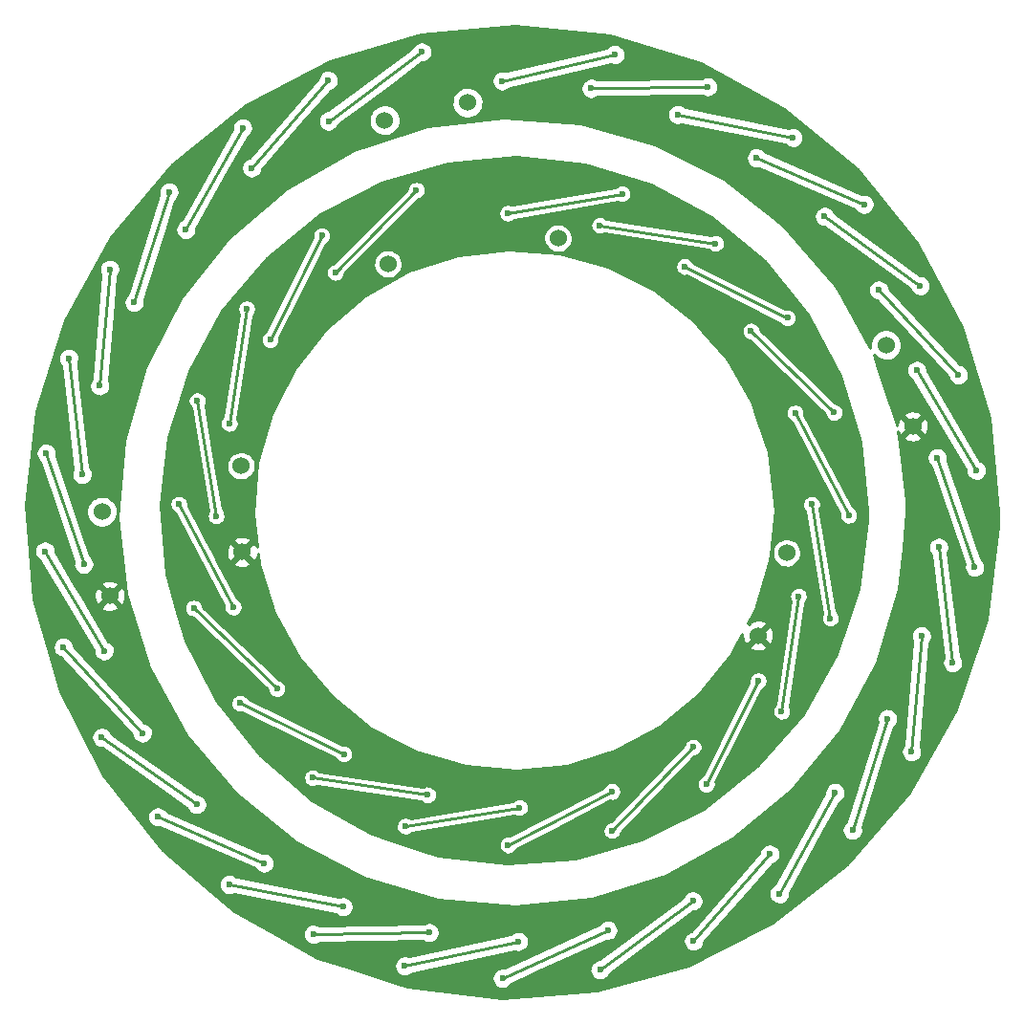
<source format=gbl>
G04 #@! TF.FileFunction,Copper,L2,Bot,Signal*
%FSLAX46Y46*%
G04 Gerber Fmt 4.6, Leading zero omitted, Abs format (unit mm)*
G04 Created by KiCad (PCBNEW 4.0.1-stable) date 1/15/2016 5:52:30 PM*
%MOMM*%
G01*
G04 APERTURE LIST*
%ADD10C,0.100000*%
%ADD11C,1.524000*%
%ADD12C,0.600000*%
%ADD13C,0.250000*%
%ADD14C,0.254000*%
G04 APERTURE END LIST*
D10*
D11*
X108410000Y-95990000D03*
X140780000Y-59760000D03*
X109100000Y-103440000D03*
X177830000Y-81210000D03*
X180200000Y-88430000D03*
X133430000Y-61300000D03*
X148790000Y-71750000D03*
X120810000Y-99560000D03*
X120720000Y-91920000D03*
X133730000Y-74040000D03*
X166500000Y-106940000D03*
X169040000Y-99630000D03*
D12*
X145730000Y-56120000D03*
X137430000Y-57420000D03*
X129100000Y-59380000D03*
X121790000Y-63260000D03*
X115600000Y-68590000D03*
X110460000Y-75260000D03*
X106980000Y-82840000D03*
X105070000Y-90900000D03*
X104920000Y-99220000D03*
X106460000Y-107330000D03*
X109690000Y-115180000D03*
X114430000Y-121940000D03*
X120650000Y-127670000D03*
X127780000Y-131970000D03*
X135520000Y-134660000D03*
X143830000Y-135710000D03*
X151960000Y-135060000D03*
X160030000Y-132690000D03*
X167300000Y-128680000D03*
X173540000Y-123360000D03*
X178800000Y-116490000D03*
X182200000Y-108970000D03*
X184080000Y-100660000D03*
X184350000Y-92510000D03*
X182680000Y-84340000D03*
X179470000Y-76900000D03*
X174810000Y-69910000D03*
X168580000Y-64160000D03*
X161540000Y-59830000D03*
X153270000Y-57150000D03*
X146830000Y-68090000D03*
X137310000Y-69260000D03*
X129400000Y-73020000D03*
X123050000Y-78910000D03*
X118960000Y-86590000D03*
X117240000Y-94860000D03*
X122050000Y-111290000D03*
X127830000Y-117570000D03*
X135370000Y-121760000D03*
X143950000Y-123290000D03*
X152470000Y-122460000D03*
X160340000Y-118740000D03*
X166570000Y-112660000D03*
X170790000Y-105030000D03*
X172240000Y-96720000D03*
X171260000Y-88170000D03*
X167790000Y-80490000D03*
X162040000Y-74200000D03*
X154630000Y-69800000D03*
X153820000Y-55500000D03*
X143860000Y-57830000D03*
X154470000Y-67830000D03*
X144350000Y-69550000D03*
X162050000Y-58350000D03*
X151740000Y-58500000D03*
X162730000Y-72220000D03*
X152480000Y-70620000D03*
X120870000Y-61990000D03*
X115830000Y-70990000D03*
X183740000Y-109360000D03*
X182500000Y-99140000D03*
X153580000Y-124220000D03*
X160750000Y-116820000D03*
X128450000Y-57790000D03*
X121660000Y-65530000D03*
X136720000Y-55270000D03*
X128470000Y-61380000D03*
X108390000Y-115960000D03*
X116790000Y-121900000D03*
X180100000Y-117240000D03*
X180980000Y-106980000D03*
X144370000Y-125500000D03*
X153560000Y-120760000D03*
X174860000Y-124190000D03*
X177970000Y-114300000D03*
X135270000Y-123830000D03*
X145370000Y-122180000D03*
X168380000Y-129820000D03*
X173320000Y-120860000D03*
X127060000Y-119540000D03*
X137240000Y-121050000D03*
X160800000Y-134010000D03*
X167540000Y-126300000D03*
X120620000Y-112940000D03*
X129820000Y-117430000D03*
X152510000Y-136550000D03*
X160720000Y-130450000D03*
X116530000Y-104520000D03*
X123890000Y-111640000D03*
X143870000Y-137300000D03*
X153200000Y-133030000D03*
X115210000Y-95320000D03*
X120030000Y-104440000D03*
X135220000Y-136200000D03*
X145290000Y-134030000D03*
X116840000Y-86160000D03*
X118520000Y-96360000D03*
X127150000Y-133400000D03*
X137370000Y-133250000D03*
X121230000Y-78010000D03*
X119680000Y-88170000D03*
X119690000Y-128990000D03*
X129750000Y-130960000D03*
X127870000Y-71530000D03*
X123300000Y-80750000D03*
X113350000Y-123010000D03*
X122780000Y-127100000D03*
X136240000Y-67520000D03*
X129070000Y-74800000D03*
X104980000Y-107980000D03*
X111990000Y-115580000D03*
X103350000Y-99480000D03*
X108600000Y-108300000D03*
X103480000Y-90810000D03*
X106790000Y-100620000D03*
X105470000Y-82410000D03*
X106650000Y-92700000D03*
X109100000Y-74510000D03*
X108210000Y-84830000D03*
X169580000Y-62850000D03*
X159380000Y-60810000D03*
X169120000Y-78810000D03*
X160000000Y-74280000D03*
X175880000Y-68760000D03*
X166370000Y-64650000D03*
X173230000Y-87180000D03*
X165880000Y-79980000D03*
X180850000Y-75970000D03*
X172400000Y-69840000D03*
X174520000Y-96300000D03*
X169790000Y-87240000D03*
X184240000Y-83860000D03*
X177190000Y-76350000D03*
X172900000Y-105420000D03*
X171250000Y-95320000D03*
X185830000Y-92310000D03*
X180550000Y-83470000D03*
X168590000Y-113650000D03*
X170080000Y-103470000D03*
X185690000Y-100900000D03*
X182380000Y-91210000D03*
X161930000Y-120110000D03*
X166520000Y-110950000D03*
X114350000Y-67680000D03*
X111260000Y-77440000D03*
D13*
X127780000Y-131970000D02*
X127800000Y-131970000D01*
X143830000Y-135710000D02*
X143870000Y-135710000D01*
X161540000Y-59830000D02*
X161580000Y-59830000D01*
X137310000Y-69260000D02*
X137280000Y-69270000D01*
X122050000Y-111290000D02*
X122050000Y-111310000D01*
X143950000Y-123290000D02*
X143950000Y-123300000D01*
X160340000Y-118740000D02*
X160340000Y-118760000D01*
X154630000Y-69800000D02*
X156390000Y-70410000D01*
X143860000Y-57830000D02*
X153820000Y-55500000D01*
X144350000Y-69550000D02*
X154470000Y-67830000D01*
X151740000Y-58500000D02*
X162050000Y-58350000D01*
X162750000Y-72220000D02*
X162730000Y-72220000D01*
X152480000Y-70620000D02*
X162750000Y-72220000D01*
X115830000Y-70990000D02*
X120870000Y-61990000D01*
X182500000Y-99140000D02*
X183740000Y-109360000D01*
X160750000Y-116820000D02*
X153580000Y-124220000D01*
X121660000Y-65530000D02*
X128450000Y-57790000D01*
X128470000Y-61380000D02*
X136720000Y-55270000D01*
X116790000Y-121900000D02*
X108390000Y-115960000D01*
X180980000Y-106980000D02*
X180100000Y-117240000D01*
X153560000Y-120760000D02*
X144370000Y-125500000D01*
X177970000Y-114300000D02*
X174860000Y-124190000D01*
X145370000Y-122180000D02*
X135270000Y-123830000D01*
X173320000Y-120860000D02*
X168380000Y-129820000D01*
X137240000Y-121050000D02*
X127060000Y-119540000D01*
X167540000Y-126300000D02*
X160800000Y-134010000D01*
X129820000Y-117430000D02*
X120620000Y-112940000D01*
X160720000Y-130450000D02*
X152510000Y-136550000D01*
X123890000Y-111640000D02*
X116530000Y-104520000D01*
X153200000Y-133030000D02*
X143870000Y-137300000D01*
X120030000Y-104440000D02*
X115210000Y-95320000D01*
X145290000Y-134030000D02*
X135220000Y-136200000D01*
X118520000Y-96360000D02*
X116840000Y-86160000D01*
X137370000Y-133250000D02*
X127150000Y-133400000D01*
X119680000Y-88170000D02*
X121230000Y-78010000D01*
X129750000Y-130960000D02*
X119690000Y-128990000D01*
X123300000Y-80750000D02*
X127870000Y-71530000D01*
X122780000Y-127100000D02*
X113350000Y-123010000D01*
X129070000Y-74800000D02*
X136240000Y-67520000D01*
X111990000Y-115580000D02*
X104980000Y-107980000D01*
X108600000Y-108300000D02*
X103350000Y-99480000D01*
X106790000Y-100620000D02*
X103480000Y-90810000D01*
X106650000Y-92700000D02*
X105470000Y-82410000D01*
X108210000Y-84830000D02*
X109100000Y-74510000D01*
X159380000Y-60810000D02*
X169580000Y-62850000D01*
X169150000Y-78890000D02*
X169120000Y-78810000D01*
X160000000Y-74280000D02*
X169150000Y-78890000D01*
X166370000Y-64650000D02*
X175880000Y-68760000D01*
X165880000Y-79980000D02*
X173230000Y-87180000D01*
X172400000Y-69840000D02*
X180850000Y-75970000D01*
X169790000Y-87240000D02*
X174520000Y-96300000D01*
X177190000Y-76350000D02*
X184240000Y-83860000D01*
X171250000Y-95320000D02*
X172900000Y-105420000D01*
X180550000Y-83470000D02*
X185830000Y-92310000D01*
X170080000Y-103470000D02*
X168590000Y-113650000D01*
X182380000Y-91210000D02*
X185690000Y-100900000D01*
X166520000Y-110950000D02*
X161930000Y-120110000D01*
X111260000Y-77440000D02*
X114350000Y-67680000D01*
D14*
G36*
X153390287Y-53810374D02*
X161420027Y-56295994D01*
X168814050Y-60293927D01*
X175290719Y-65651894D01*
X180603340Y-72165810D01*
X184549556Y-79587563D01*
X186979058Y-87634461D01*
X187799306Y-96000000D01*
X187782514Y-97202566D01*
X186729006Y-105541940D01*
X184075769Y-113517865D01*
X179923864Y-120826540D01*
X174431435Y-127189579D01*
X167807688Y-132364618D01*
X160304919Y-136154539D01*
X152208907Y-138414986D01*
X143828025Y-139059860D01*
X135481498Y-138064597D01*
X133370269Y-137378617D01*
X142933771Y-137378617D01*
X142966872Y-137558968D01*
X143034372Y-137729454D01*
X143133701Y-137883583D01*
X143261076Y-138015484D01*
X143411644Y-138120131D01*
X143579671Y-138193540D01*
X143758757Y-138232915D01*
X143942079Y-138236755D01*
X144122657Y-138204914D01*
X144293610Y-138138606D01*
X144448429Y-138040355D01*
X144581215Y-137913904D01*
X144686911Y-137764070D01*
X144688101Y-137761398D01*
X147163239Y-136628617D01*
X151573771Y-136628617D01*
X151606872Y-136808968D01*
X151674372Y-136979454D01*
X151773701Y-137133583D01*
X151901076Y-137265484D01*
X152051644Y-137370131D01*
X152219671Y-137443540D01*
X152398757Y-137482915D01*
X152582079Y-137486755D01*
X152762657Y-137454914D01*
X152933610Y-137388606D01*
X153088429Y-137290355D01*
X153221215Y-137163904D01*
X153326911Y-137014070D01*
X153401492Y-136846560D01*
X153404805Y-136831980D01*
X157097101Y-134088617D01*
X159863771Y-134088617D01*
X159896872Y-134268968D01*
X159964372Y-134439454D01*
X160063701Y-134593583D01*
X160191076Y-134725484D01*
X160341644Y-134830131D01*
X160509671Y-134903540D01*
X160688757Y-134942915D01*
X160872079Y-134946755D01*
X161052657Y-134914914D01*
X161223610Y-134848606D01*
X161378429Y-134750355D01*
X161511215Y-134623904D01*
X161616911Y-134474070D01*
X161691492Y-134306560D01*
X161732116Y-134127754D01*
X161732531Y-134097998D01*
X165403585Y-129898617D01*
X167443771Y-129898617D01*
X167476872Y-130078968D01*
X167544372Y-130249454D01*
X167643701Y-130403583D01*
X167771076Y-130535484D01*
X167921644Y-130640131D01*
X168089671Y-130713540D01*
X168268757Y-130752915D01*
X168452079Y-130756755D01*
X168632657Y-130724914D01*
X168803610Y-130658606D01*
X168958429Y-130560355D01*
X169091215Y-130433904D01*
X169196911Y-130284070D01*
X169271492Y-130116560D01*
X169312116Y-129937754D01*
X169315040Y-129728319D01*
X169310644Y-129706118D01*
X172308552Y-124268617D01*
X173923771Y-124268617D01*
X173956872Y-124448968D01*
X174024372Y-124619454D01*
X174123701Y-124773583D01*
X174251076Y-124905484D01*
X174401644Y-125010131D01*
X174569671Y-125083540D01*
X174748757Y-125122915D01*
X174932079Y-125126755D01*
X175112657Y-125094914D01*
X175283610Y-125028606D01*
X175438429Y-124930355D01*
X175571215Y-124803904D01*
X175676911Y-124654070D01*
X175751492Y-124486560D01*
X175792116Y-124307754D01*
X175795040Y-124098319D01*
X175759425Y-123918448D01*
X175749588Y-123894581D01*
X177817458Y-117318617D01*
X179163771Y-117318617D01*
X179196872Y-117498968D01*
X179264372Y-117669454D01*
X179363701Y-117823583D01*
X179491076Y-117955484D01*
X179641644Y-118060131D01*
X179809671Y-118133540D01*
X179988757Y-118172915D01*
X180172079Y-118176755D01*
X180352657Y-118144914D01*
X180523610Y-118078606D01*
X180678429Y-117980355D01*
X180811215Y-117853904D01*
X180916911Y-117704070D01*
X180991492Y-117536560D01*
X181032116Y-117357754D01*
X181035040Y-117148319D01*
X180999425Y-116968448D01*
X180929550Y-116798920D01*
X180903929Y-116760358D01*
X181690040Y-107595023D01*
X181691215Y-107593904D01*
X181796911Y-107444070D01*
X181871492Y-107276560D01*
X181912116Y-107097754D01*
X181915040Y-106888319D01*
X181879425Y-106708448D01*
X181809550Y-106538920D01*
X181708079Y-106386193D01*
X181578875Y-106256084D01*
X181426860Y-106153549D01*
X181257825Y-106082493D01*
X181078207Y-106045623D01*
X180894849Y-106044343D01*
X180714733Y-106078701D01*
X180544722Y-106147390D01*
X180391291Y-106247793D01*
X180260283Y-106376086D01*
X180156689Y-106527381D01*
X180084454Y-106695916D01*
X180046331Y-106875272D01*
X180043771Y-107058617D01*
X180076872Y-107238968D01*
X180144372Y-107409454D01*
X180176146Y-107458758D01*
X179389807Y-116626759D01*
X179380283Y-116636086D01*
X179276689Y-116787381D01*
X179204454Y-116955916D01*
X179166331Y-117135272D01*
X179163771Y-117318617D01*
X177817458Y-117318617D01*
X178530251Y-115051891D01*
X178548429Y-115040355D01*
X178681215Y-114913904D01*
X178786911Y-114764070D01*
X178861492Y-114596560D01*
X178902116Y-114417754D01*
X178905040Y-114208319D01*
X178869425Y-114028448D01*
X178799550Y-113858920D01*
X178698079Y-113706193D01*
X178568875Y-113576084D01*
X178416860Y-113473549D01*
X178247825Y-113402493D01*
X178068207Y-113365623D01*
X177884849Y-113364343D01*
X177704733Y-113398701D01*
X177534722Y-113467390D01*
X177381291Y-113567793D01*
X177250283Y-113696086D01*
X177146689Y-113847381D01*
X177074454Y-114015916D01*
X177036331Y-114195272D01*
X177033771Y-114378617D01*
X177066872Y-114558968D01*
X177080807Y-114594164D01*
X174299328Y-123439446D01*
X174271291Y-123457793D01*
X174140283Y-123586086D01*
X174036689Y-123737381D01*
X173964454Y-123905916D01*
X173926331Y-124085272D01*
X173923771Y-124268617D01*
X172308552Y-124268617D01*
X173720575Y-121707541D01*
X173743610Y-121698606D01*
X173898429Y-121600355D01*
X174031215Y-121473904D01*
X174136911Y-121324070D01*
X174211492Y-121156560D01*
X174252116Y-120977754D01*
X174255040Y-120768319D01*
X174219425Y-120588448D01*
X174149550Y-120418920D01*
X174048079Y-120266193D01*
X173918875Y-120136084D01*
X173766860Y-120033549D01*
X173597825Y-119962493D01*
X173418207Y-119925623D01*
X173234849Y-119924343D01*
X173054733Y-119958701D01*
X172884722Y-120027390D01*
X172731291Y-120127793D01*
X172600283Y-120256086D01*
X172496689Y-120407381D01*
X172424454Y-120575916D01*
X172386331Y-120755272D01*
X172383771Y-120938617D01*
X172390022Y-120972673D01*
X167978781Y-128973629D01*
X167944722Y-128987390D01*
X167791291Y-129087793D01*
X167660283Y-129216086D01*
X167556689Y-129367381D01*
X167484454Y-129535916D01*
X167446331Y-129715272D01*
X167443771Y-129898617D01*
X165403585Y-129898617D01*
X167752148Y-127212057D01*
X167792657Y-127204914D01*
X167963610Y-127138606D01*
X168118429Y-127040355D01*
X168251215Y-126913904D01*
X168356911Y-126764070D01*
X168431492Y-126596560D01*
X168472116Y-126417754D01*
X168475040Y-126208319D01*
X168439425Y-126028448D01*
X168369550Y-125858920D01*
X168268079Y-125706193D01*
X168138875Y-125576084D01*
X167986860Y-125473549D01*
X167817825Y-125402493D01*
X167638207Y-125365623D01*
X167454849Y-125364343D01*
X167274733Y-125398701D01*
X167104722Y-125467390D01*
X166951291Y-125567793D01*
X166820283Y-125696086D01*
X166716689Y-125847381D01*
X166644454Y-126015916D01*
X166606331Y-126195272D01*
X166606075Y-126213597D01*
X160587196Y-133098693D01*
X160534733Y-133108701D01*
X160364722Y-133177390D01*
X160211291Y-133277793D01*
X160080283Y-133406086D01*
X159976689Y-133557381D01*
X159904454Y-133725916D01*
X159866331Y-133905272D01*
X159863771Y-134088617D01*
X157097101Y-134088617D01*
X160735147Y-131385562D01*
X160792079Y-131386755D01*
X160972657Y-131354914D01*
X161143610Y-131288606D01*
X161298429Y-131190355D01*
X161431215Y-131063904D01*
X161536911Y-130914070D01*
X161611492Y-130746560D01*
X161652116Y-130567754D01*
X161655040Y-130358319D01*
X161619425Y-130178448D01*
X161549550Y-130008920D01*
X161448079Y-129856193D01*
X161318875Y-129726084D01*
X161166860Y-129623549D01*
X160997825Y-129552493D01*
X160818207Y-129515623D01*
X160634849Y-129514343D01*
X160454733Y-129548701D01*
X160284722Y-129617390D01*
X160131291Y-129717793D01*
X160000283Y-129846086D01*
X159896689Y-129997381D01*
X159824454Y-130165916D01*
X159823784Y-130169070D01*
X152494328Y-135614828D01*
X152424849Y-135614343D01*
X152244733Y-135648701D01*
X152074722Y-135717390D01*
X151921291Y-135817793D01*
X151790283Y-135946086D01*
X151686689Y-136097381D01*
X151614454Y-136265916D01*
X151576331Y-136445272D01*
X151573771Y-136628617D01*
X147163239Y-136628617D01*
X153020581Y-133947925D01*
X153088757Y-133962915D01*
X153272079Y-133966755D01*
X153452657Y-133934914D01*
X153623610Y-133868606D01*
X153778429Y-133770355D01*
X153911215Y-133643904D01*
X154016911Y-133494070D01*
X154091492Y-133326560D01*
X154132116Y-133147754D01*
X154135040Y-132938319D01*
X154099425Y-132758448D01*
X154029550Y-132588920D01*
X153928079Y-132436193D01*
X153798875Y-132306084D01*
X153646860Y-132203549D01*
X153477825Y-132132493D01*
X153298207Y-132095623D01*
X153114849Y-132094343D01*
X152934733Y-132128701D01*
X152764722Y-132197390D01*
X152611291Y-132297793D01*
X152480283Y-132426086D01*
X152383065Y-132568069D01*
X144049088Y-136382225D01*
X143968207Y-136365623D01*
X143784849Y-136364343D01*
X143604733Y-136398701D01*
X143434722Y-136467390D01*
X143281291Y-136567793D01*
X143150283Y-136696086D01*
X143046689Y-136847381D01*
X142974454Y-137015916D01*
X142936331Y-137195272D01*
X142933771Y-137378617D01*
X133370269Y-137378617D01*
X129984817Y-136278617D01*
X134283771Y-136278617D01*
X134316872Y-136458968D01*
X134384372Y-136629454D01*
X134483701Y-136783583D01*
X134611076Y-136915484D01*
X134761644Y-137020131D01*
X134929671Y-137093540D01*
X135108757Y-137132915D01*
X135292079Y-137136755D01*
X135472657Y-137104914D01*
X135643610Y-137038606D01*
X135798429Y-136940355D01*
X135917261Y-136827192D01*
X144917616Y-134887691D01*
X144999671Y-134923540D01*
X145178757Y-134962915D01*
X145362079Y-134966755D01*
X145542657Y-134934914D01*
X145713610Y-134868606D01*
X145868429Y-134770355D01*
X146001215Y-134643904D01*
X146106911Y-134494070D01*
X146181492Y-134326560D01*
X146222116Y-134147754D01*
X146225040Y-133938319D01*
X146189425Y-133758448D01*
X146119550Y-133588920D01*
X146018079Y-133436193D01*
X145888875Y-133306084D01*
X145736860Y-133203549D01*
X145567825Y-133132493D01*
X145388207Y-133095623D01*
X145204849Y-133094343D01*
X145024733Y-133128701D01*
X144854722Y-133197390D01*
X144701291Y-133297793D01*
X144594425Y-133402445D01*
X135592488Y-135342286D01*
X135497825Y-135302493D01*
X135318207Y-135265623D01*
X135134849Y-135264343D01*
X134954733Y-135298701D01*
X134784722Y-135367390D01*
X134631291Y-135467793D01*
X134500283Y-135596086D01*
X134396689Y-135747381D01*
X134324454Y-135915916D01*
X134286331Y-136095272D01*
X134283771Y-136278617D01*
X129984817Y-136278617D01*
X127487245Y-135467107D01*
X123929262Y-133478617D01*
X126213771Y-133478617D01*
X126246872Y-133658968D01*
X126314372Y-133829454D01*
X126413701Y-133983583D01*
X126541076Y-134115484D01*
X126691644Y-134220131D01*
X126859671Y-134293540D01*
X127038757Y-134332915D01*
X127222079Y-134336755D01*
X127402657Y-134304914D01*
X127573610Y-134238606D01*
X127710303Y-134151858D01*
X136836510Y-134017912D01*
X136911644Y-134070131D01*
X137079671Y-134143540D01*
X137258757Y-134182915D01*
X137442079Y-134186755D01*
X137622657Y-134154914D01*
X137793610Y-134088606D01*
X137948429Y-133990355D01*
X138081215Y-133863904D01*
X138186911Y-133714070D01*
X138261492Y-133546560D01*
X138302116Y-133367754D01*
X138305040Y-133158319D01*
X138269425Y-132978448D01*
X138199550Y-132808920D01*
X138098079Y-132656193D01*
X137968875Y-132526084D01*
X137816860Y-132423549D01*
X137647825Y-132352493D01*
X137468207Y-132315623D01*
X137284849Y-132314343D01*
X137104733Y-132348701D01*
X136934722Y-132417390D01*
X136811358Y-132498118D01*
X127683645Y-132632086D01*
X127596860Y-132573549D01*
X127427825Y-132502493D01*
X127248207Y-132465623D01*
X127064849Y-132464343D01*
X126884733Y-132498701D01*
X126714722Y-132567390D01*
X126561291Y-132667793D01*
X126430283Y-132796086D01*
X126326689Y-132947381D01*
X126254454Y-133115916D01*
X126216331Y-133295272D01*
X126213771Y-133478617D01*
X123929262Y-133478617D01*
X120149763Y-131366327D01*
X117449963Y-129068617D01*
X118753771Y-129068617D01*
X118786872Y-129248968D01*
X118854372Y-129419454D01*
X118953701Y-129573583D01*
X119081076Y-129705484D01*
X119231644Y-129810131D01*
X119399671Y-129883540D01*
X119578757Y-129922915D01*
X119762079Y-129926755D01*
X119942657Y-129894914D01*
X120081432Y-129841087D01*
X129069275Y-131601132D01*
X129141076Y-131675484D01*
X129291644Y-131780131D01*
X129459671Y-131853540D01*
X129638757Y-131892915D01*
X129822079Y-131896755D01*
X130002657Y-131864914D01*
X130173610Y-131798606D01*
X130328429Y-131700355D01*
X130461215Y-131573904D01*
X130566911Y-131424070D01*
X130641492Y-131256560D01*
X130682116Y-131077754D01*
X130685040Y-130868319D01*
X130649425Y-130688448D01*
X130579550Y-130518920D01*
X130478079Y-130366193D01*
X130348875Y-130236084D01*
X130196860Y-130133549D01*
X130027825Y-130062493D01*
X129848207Y-130025623D01*
X129664849Y-130024343D01*
X129484733Y-130058701D01*
X129359838Y-130109162D01*
X120371170Y-128348955D01*
X120288875Y-128266084D01*
X120136860Y-128163549D01*
X119967825Y-128092493D01*
X119788207Y-128055623D01*
X119604849Y-128054343D01*
X119424733Y-128088701D01*
X119254722Y-128157390D01*
X119101291Y-128257793D01*
X118970283Y-128386086D01*
X118866689Y-128537381D01*
X118794454Y-128705916D01*
X118756331Y-128885272D01*
X118753771Y-129068617D01*
X117449963Y-129068617D01*
X113748534Y-125918454D01*
X111505633Y-123088617D01*
X112413771Y-123088617D01*
X112446872Y-123268968D01*
X112514372Y-123439454D01*
X112613701Y-123593583D01*
X112741076Y-123725484D01*
X112891644Y-123830131D01*
X113059671Y-123903540D01*
X113238757Y-123942915D01*
X113422079Y-123946755D01*
X113548442Y-123924474D01*
X121977039Y-127580143D01*
X122043701Y-127683583D01*
X122171076Y-127815484D01*
X122321644Y-127920131D01*
X122489671Y-127993540D01*
X122668757Y-128032915D01*
X122852079Y-128036755D01*
X123032657Y-128004914D01*
X123203610Y-127938606D01*
X123358429Y-127840355D01*
X123491215Y-127713904D01*
X123596911Y-127564070D01*
X123671492Y-127396560D01*
X123712116Y-127217754D01*
X123715040Y-127008319D01*
X123679425Y-126828448D01*
X123609550Y-126658920D01*
X123508079Y-126506193D01*
X123378875Y-126376084D01*
X123226860Y-126273549D01*
X123057825Y-126202493D01*
X122878207Y-126165623D01*
X122694849Y-126164343D01*
X122582242Y-126185823D01*
X114153854Y-122530244D01*
X114078079Y-122416193D01*
X113948875Y-122286084D01*
X113796860Y-122183549D01*
X113627825Y-122112493D01*
X113448207Y-122075623D01*
X113264849Y-122074343D01*
X113084733Y-122108701D01*
X112914722Y-122177390D01*
X112761291Y-122277793D01*
X112630283Y-122406086D01*
X112526689Y-122557381D01*
X112454454Y-122725916D01*
X112416331Y-122905272D01*
X112413771Y-123088617D01*
X111505633Y-123088617D01*
X108527380Y-119330997D01*
X106835327Y-116038617D01*
X107453771Y-116038617D01*
X107486872Y-116218968D01*
X107554372Y-116389454D01*
X107653701Y-116543583D01*
X107781076Y-116675484D01*
X107931644Y-116780131D01*
X108099671Y-116853540D01*
X108278757Y-116892915D01*
X108396446Y-116895380D01*
X115905135Y-122205096D01*
X115954372Y-122329454D01*
X116053701Y-122483583D01*
X116181076Y-122615484D01*
X116331644Y-122720131D01*
X116499671Y-122793540D01*
X116678757Y-122832915D01*
X116862079Y-122836755D01*
X117042657Y-122804914D01*
X117213610Y-122738606D01*
X117368429Y-122640355D01*
X117501215Y-122513904D01*
X117606911Y-122364070D01*
X117681492Y-122196560D01*
X117722116Y-122017754D01*
X117725040Y-121808319D01*
X117689425Y-121628448D01*
X117619550Y-121458920D01*
X117518079Y-121306193D01*
X117388875Y-121176084D01*
X117236860Y-121073549D01*
X117067825Y-121002493D01*
X116888207Y-120965623D01*
X116783943Y-120964895D01*
X109275901Y-115655637D01*
X109219550Y-115518920D01*
X109118079Y-115366193D01*
X108988875Y-115236084D01*
X108836860Y-115133549D01*
X108667825Y-115062493D01*
X108488207Y-115025623D01*
X108304849Y-115024343D01*
X108124733Y-115058701D01*
X107954722Y-115127390D01*
X107801291Y-115227793D01*
X107670283Y-115356086D01*
X107566689Y-115507381D01*
X107494454Y-115675916D01*
X107456331Y-115855272D01*
X107453771Y-116038617D01*
X106835327Y-116038617D01*
X104685172Y-111854869D01*
X103596615Y-108058617D01*
X104043771Y-108058617D01*
X104076872Y-108238968D01*
X104144372Y-108409454D01*
X104243701Y-108563583D01*
X104371076Y-108695484D01*
X104521644Y-108800131D01*
X104689671Y-108873540D01*
X104790746Y-108895763D01*
X111060027Y-115692701D01*
X111086872Y-115838968D01*
X111154372Y-116009454D01*
X111253701Y-116163583D01*
X111381076Y-116295484D01*
X111531644Y-116400131D01*
X111699671Y-116473540D01*
X111878757Y-116512915D01*
X112062079Y-116516755D01*
X112242657Y-116484914D01*
X112413610Y-116418606D01*
X112568429Y-116320355D01*
X112701215Y-116193904D01*
X112806911Y-116044070D01*
X112881492Y-115876560D01*
X112922116Y-115697754D01*
X112925040Y-115488319D01*
X112889425Y-115308448D01*
X112819550Y-115138920D01*
X112718079Y-114986193D01*
X112588875Y-114856084D01*
X112436860Y-114753549D01*
X112267825Y-114682493D01*
X112179340Y-114664330D01*
X105911125Y-107868548D01*
X105879425Y-107708448D01*
X105809550Y-107538920D01*
X105708079Y-107386193D01*
X105578875Y-107256084D01*
X105426860Y-107153549D01*
X105257825Y-107082493D01*
X105078207Y-107045623D01*
X104894849Y-107044343D01*
X104714733Y-107078701D01*
X104544722Y-107147390D01*
X104391291Y-107247793D01*
X104260283Y-107376086D01*
X104156689Y-107527381D01*
X104084454Y-107695916D01*
X104046331Y-107875272D01*
X104043771Y-108058617D01*
X103596615Y-108058617D01*
X102368259Y-103774834D01*
X102014214Y-99558617D01*
X102413771Y-99558617D01*
X102446872Y-99738968D01*
X102514372Y-99909454D01*
X102613701Y-100063583D01*
X102741076Y-100195484D01*
X102891644Y-100300131D01*
X102975543Y-100336785D01*
X107666030Y-108216803D01*
X107663771Y-108378617D01*
X107696872Y-108558968D01*
X107764372Y-108729454D01*
X107863701Y-108883583D01*
X107991076Y-109015484D01*
X108141644Y-109120131D01*
X108309671Y-109193540D01*
X108488757Y-109232915D01*
X108672079Y-109236755D01*
X108852657Y-109204914D01*
X109023610Y-109138606D01*
X109178429Y-109040355D01*
X109311215Y-108913904D01*
X109416911Y-108764070D01*
X109491492Y-108596560D01*
X109532116Y-108417754D01*
X109535040Y-108208319D01*
X109499425Y-108028448D01*
X109429550Y-107858920D01*
X109328079Y-107706193D01*
X109198875Y-107576084D01*
X109046860Y-107473549D01*
X108974377Y-107443080D01*
X107166333Y-104405565D01*
X108314040Y-104405565D01*
X108381020Y-104645656D01*
X108630048Y-104762756D01*
X108897135Y-104829023D01*
X109172017Y-104841910D01*
X109444133Y-104800922D01*
X109703023Y-104707636D01*
X109818980Y-104645656D01*
X109885960Y-104405565D01*
X109100000Y-103619605D01*
X108314040Y-104405565D01*
X107166333Y-104405565D01*
X106634459Y-103512017D01*
X107698090Y-103512017D01*
X107739078Y-103784133D01*
X107832364Y-104043023D01*
X107894344Y-104158980D01*
X108134435Y-104225960D01*
X108920395Y-103440000D01*
X109279605Y-103440000D01*
X110065565Y-104225960D01*
X110305656Y-104158980D01*
X110422756Y-103909952D01*
X110489023Y-103642865D01*
X110501910Y-103367983D01*
X110460922Y-103095867D01*
X110367636Y-102836977D01*
X110305656Y-102721020D01*
X110065565Y-102654040D01*
X109279605Y-103440000D01*
X108920395Y-103440000D01*
X108134435Y-102654040D01*
X107894344Y-102721020D01*
X107777244Y-102970048D01*
X107710977Y-103237135D01*
X107698090Y-103512017D01*
X106634459Y-103512017D01*
X106016851Y-102474435D01*
X108314040Y-102474435D01*
X109100000Y-103260395D01*
X109885960Y-102474435D01*
X109818980Y-102234344D01*
X109569952Y-102117244D01*
X109302865Y-102050977D01*
X109027983Y-102038090D01*
X108755867Y-102079078D01*
X108496977Y-102172364D01*
X108381020Y-102234344D01*
X108314040Y-102474435D01*
X106016851Y-102474435D01*
X104282630Y-99560944D01*
X104285040Y-99388319D01*
X104249425Y-99208448D01*
X104179550Y-99038920D01*
X104078079Y-98886193D01*
X103948875Y-98756084D01*
X103796860Y-98653549D01*
X103627825Y-98582493D01*
X103448207Y-98545623D01*
X103264849Y-98544343D01*
X103084733Y-98578701D01*
X102914722Y-98647390D01*
X102761291Y-98747793D01*
X102630283Y-98876086D01*
X102526689Y-99027381D01*
X102454454Y-99195916D01*
X102416331Y-99375272D01*
X102413771Y-99558617D01*
X102014214Y-99558617D01*
X101664892Y-95398659D01*
X102170774Y-90888617D01*
X102543771Y-90888617D01*
X102576872Y-91068968D01*
X102644372Y-91239454D01*
X102743701Y-91393583D01*
X102871076Y-91525484D01*
X102934094Y-91569283D01*
X105893526Y-100340284D01*
X105856331Y-100515272D01*
X105853771Y-100698617D01*
X105886872Y-100878968D01*
X105954372Y-101049454D01*
X106053701Y-101203583D01*
X106181076Y-101335484D01*
X106331644Y-101440131D01*
X106499671Y-101513540D01*
X106678757Y-101552915D01*
X106862079Y-101556755D01*
X107042657Y-101524914D01*
X107213610Y-101458606D01*
X107368429Y-101360355D01*
X107501215Y-101233904D01*
X107606911Y-101084070D01*
X107681492Y-100916560D01*
X107722116Y-100737754D01*
X107725040Y-100528319D01*
X107689425Y-100348448D01*
X107619550Y-100178920D01*
X107518079Y-100026193D01*
X107388875Y-99896084D01*
X107335748Y-99860250D01*
X106069518Y-96107464D01*
X107011164Y-96107464D01*
X107060620Y-96376928D01*
X107161474Y-96631655D01*
X107309883Y-96861942D01*
X107500196Y-97059016D01*
X107725163Y-97215372D01*
X107976215Y-97325054D01*
X108243789Y-97383884D01*
X108517695Y-97389622D01*
X108787499Y-97342048D01*
X109042923Y-97242975D01*
X109274240Y-97096177D01*
X109472639Y-96907245D01*
X109630561Y-96683375D01*
X109717659Y-96487748D01*
X109799928Y-96487748D01*
X110559903Y-103263078D01*
X112621407Y-109761761D01*
X115905917Y-115736262D01*
X120288327Y-120959015D01*
X125601713Y-125231087D01*
X131643689Y-128389756D01*
X138184119Y-130314709D01*
X144973880Y-130932626D01*
X151754351Y-130219969D01*
X158267267Y-128203885D01*
X164264552Y-124961165D01*
X169517773Y-120615323D01*
X173826835Y-115331891D01*
X177027608Y-109312113D01*
X178998174Y-102785281D01*
X179347888Y-99218617D01*
X181563771Y-99218617D01*
X181596872Y-99398968D01*
X181664372Y-99569454D01*
X181763701Y-99723583D01*
X181811201Y-99772771D01*
X182919085Y-108903881D01*
X182916689Y-108907381D01*
X182844454Y-109075916D01*
X182806331Y-109255272D01*
X182803771Y-109438617D01*
X182836872Y-109618968D01*
X182904372Y-109789454D01*
X183003701Y-109943583D01*
X183131076Y-110075484D01*
X183281644Y-110180131D01*
X183449671Y-110253540D01*
X183628757Y-110292915D01*
X183812079Y-110296755D01*
X183992657Y-110264914D01*
X184163610Y-110198606D01*
X184318429Y-110100355D01*
X184451215Y-109973904D01*
X184556911Y-109824070D01*
X184631492Y-109656560D01*
X184672116Y-109477754D01*
X184675040Y-109268319D01*
X184639425Y-109088448D01*
X184569550Y-108918920D01*
X184468079Y-108766193D01*
X184428717Y-108726556D01*
X183320816Y-99595300D01*
X183391492Y-99436560D01*
X183432116Y-99257754D01*
X183435040Y-99048319D01*
X183399425Y-98868448D01*
X183329550Y-98698920D01*
X183228079Y-98546193D01*
X183098875Y-98416084D01*
X182946860Y-98313549D01*
X182777825Y-98242493D01*
X182598207Y-98205623D01*
X182414849Y-98204343D01*
X182234733Y-98238701D01*
X182064722Y-98307390D01*
X181911291Y-98407793D01*
X181780283Y-98536086D01*
X181676689Y-98687381D01*
X181604454Y-98855916D01*
X181566331Y-99035272D01*
X181563771Y-99218617D01*
X179347888Y-99218617D01*
X179663477Y-96000000D01*
X179649857Y-95024600D01*
X179177893Y-91288617D01*
X181443771Y-91288617D01*
X181476872Y-91468968D01*
X181544372Y-91639454D01*
X181643701Y-91793583D01*
X181771076Y-91925484D01*
X181836917Y-91971244D01*
X184792686Y-100624236D01*
X184756331Y-100795272D01*
X184753771Y-100978617D01*
X184786872Y-101158968D01*
X184854372Y-101329454D01*
X184953701Y-101483583D01*
X185081076Y-101615484D01*
X185231644Y-101720131D01*
X185399671Y-101793540D01*
X185578757Y-101832915D01*
X185762079Y-101836755D01*
X185942657Y-101804914D01*
X186113610Y-101738606D01*
X186268429Y-101640355D01*
X186401215Y-101513904D01*
X186506911Y-101364070D01*
X186581492Y-101196560D01*
X186622116Y-101017754D01*
X186625040Y-100808319D01*
X186589425Y-100628448D01*
X186519550Y-100458920D01*
X186418079Y-100306193D01*
X186288875Y-100176084D01*
X186232949Y-100138362D01*
X183276655Y-91483834D01*
X183312116Y-91327754D01*
X183315040Y-91118319D01*
X183279425Y-90938448D01*
X183209550Y-90768920D01*
X183108079Y-90616193D01*
X182978875Y-90486084D01*
X182826860Y-90383549D01*
X182657825Y-90312493D01*
X182478207Y-90275623D01*
X182294849Y-90274343D01*
X182114733Y-90308701D01*
X181944722Y-90377390D01*
X181791291Y-90477793D01*
X181660283Y-90606086D01*
X181556689Y-90757381D01*
X181484454Y-90925916D01*
X181446331Y-91105272D01*
X181443771Y-91288617D01*
X179177893Y-91288617D01*
X178938745Y-89395565D01*
X179414040Y-89395565D01*
X179481020Y-89635656D01*
X179730048Y-89752756D01*
X179997135Y-89819023D01*
X180272017Y-89831910D01*
X180544133Y-89790922D01*
X180803023Y-89697636D01*
X180918980Y-89635656D01*
X180985960Y-89395565D01*
X180200000Y-88609605D01*
X179414040Y-89395565D01*
X178938745Y-89395565D01*
X178871664Y-88864567D01*
X178932364Y-89033023D01*
X178994344Y-89148980D01*
X179234435Y-89215960D01*
X180020395Y-88430000D01*
X180379605Y-88430000D01*
X181165565Y-89215960D01*
X181405656Y-89148980D01*
X181522756Y-88899952D01*
X181589023Y-88632865D01*
X181601910Y-88357983D01*
X181560922Y-88085867D01*
X181467636Y-87826977D01*
X181405656Y-87711020D01*
X181165565Y-87644040D01*
X180379605Y-88430000D01*
X180020395Y-88430000D01*
X179234435Y-87644040D01*
X178994344Y-87711020D01*
X178877244Y-87960048D01*
X178810977Y-88227135D01*
X178805607Y-88341672D01*
X178795358Y-88260541D01*
X178530529Y-87464435D01*
X179414040Y-87464435D01*
X180200000Y-88250395D01*
X180985960Y-87464435D01*
X180918980Y-87224344D01*
X180669952Y-87107244D01*
X180402865Y-87040977D01*
X180127983Y-87028090D01*
X179855867Y-87069078D01*
X179596977Y-87162364D01*
X179481020Y-87224344D01*
X179414040Y-87464435D01*
X178530529Y-87464435D01*
X177227909Y-83548617D01*
X179613771Y-83548617D01*
X179646872Y-83728968D01*
X179714372Y-83899454D01*
X179813701Y-84053583D01*
X179941076Y-84185484D01*
X180091644Y-84290131D01*
X180176838Y-84327351D01*
X184896008Y-92228387D01*
X184893771Y-92388617D01*
X184926872Y-92568968D01*
X184994372Y-92739454D01*
X185093701Y-92893583D01*
X185221076Y-93025484D01*
X185371644Y-93130131D01*
X185539671Y-93203540D01*
X185718757Y-93242915D01*
X185902079Y-93246755D01*
X186082657Y-93214914D01*
X186253610Y-93148606D01*
X186408429Y-93050355D01*
X186541215Y-92923904D01*
X186646911Y-92774070D01*
X186721492Y-92606560D01*
X186762116Y-92427754D01*
X186765040Y-92218319D01*
X186729425Y-92038448D01*
X186659550Y-91868920D01*
X186558079Y-91716193D01*
X186428875Y-91586084D01*
X186276860Y-91483549D01*
X186203098Y-91452542D01*
X181482652Y-83549371D01*
X181485040Y-83378319D01*
X181449425Y-83198448D01*
X181379550Y-83028920D01*
X181278079Y-82876193D01*
X181148875Y-82746084D01*
X180996860Y-82643549D01*
X180827825Y-82572493D01*
X180648207Y-82535623D01*
X180464849Y-82534343D01*
X180284733Y-82568701D01*
X180114722Y-82637390D01*
X179961291Y-82737793D01*
X179830283Y-82866086D01*
X179726689Y-83017381D01*
X179654454Y-83185916D01*
X179616331Y-83365272D01*
X179613771Y-83548617D01*
X177227909Y-83548617D01*
X176745333Y-82097941D01*
X176920196Y-82279016D01*
X177145163Y-82435372D01*
X177396215Y-82545054D01*
X177663789Y-82603884D01*
X177937695Y-82609622D01*
X178207499Y-82562048D01*
X178462923Y-82462975D01*
X178694240Y-82316177D01*
X178892639Y-82127245D01*
X179050561Y-81903375D01*
X179161993Y-81653095D01*
X179222690Y-81385938D01*
X179227059Y-81073017D01*
X179173846Y-80804269D01*
X179069446Y-80550975D01*
X178917835Y-80322783D01*
X178724790Y-80128385D01*
X178497662Y-79975185D01*
X178245103Y-79869019D01*
X177976733Y-79813931D01*
X177702774Y-79812018D01*
X177433661Y-79863354D01*
X177179644Y-79965984D01*
X176950399Y-80115997D01*
X176754658Y-80307681D01*
X176599877Y-80533734D01*
X176491950Y-80785546D01*
X176434989Y-81053524D01*
X176431164Y-81327464D01*
X176455661Y-81460937D01*
X173596906Y-76428617D01*
X176253771Y-76428617D01*
X176286872Y-76608968D01*
X176354372Y-76779454D01*
X176453701Y-76933583D01*
X176581076Y-77065484D01*
X176731644Y-77170131D01*
X176899671Y-77243540D01*
X177008961Y-77267569D01*
X183311639Y-83981486D01*
X183336872Y-84118968D01*
X183404372Y-84289454D01*
X183503701Y-84443583D01*
X183631076Y-84575484D01*
X183781644Y-84680131D01*
X183949671Y-84753540D01*
X184128757Y-84792915D01*
X184312079Y-84796755D01*
X184492657Y-84764914D01*
X184663610Y-84698606D01*
X184818429Y-84600355D01*
X184951215Y-84473904D01*
X185056911Y-84324070D01*
X185131492Y-84156560D01*
X185172116Y-83977754D01*
X185175040Y-83768319D01*
X185139425Y-83588448D01*
X185069550Y-83418920D01*
X184968079Y-83266193D01*
X184838875Y-83136084D01*
X184686860Y-83033549D01*
X184517825Y-82962493D01*
X184421265Y-82942672D01*
X178119347Y-76229564D01*
X178089425Y-76078448D01*
X178019550Y-75908920D01*
X177918079Y-75756193D01*
X177788875Y-75626084D01*
X177636860Y-75523549D01*
X177467825Y-75452493D01*
X177288207Y-75415623D01*
X177104849Y-75414343D01*
X176924733Y-75448701D01*
X176754722Y-75517390D01*
X176601291Y-75617793D01*
X176470283Y-75746086D01*
X176366689Y-75897381D01*
X176294454Y-76065916D01*
X176256331Y-76245272D01*
X176253771Y-76428617D01*
X173596906Y-76428617D01*
X173275713Y-75863215D01*
X168820808Y-70702159D01*
X167817921Y-69918617D01*
X171463771Y-69918617D01*
X171496872Y-70098968D01*
X171564372Y-70269454D01*
X171663701Y-70423583D01*
X171791076Y-70555484D01*
X171941644Y-70660131D01*
X172109671Y-70733540D01*
X172288757Y-70772915D01*
X172394783Y-70775136D01*
X179960639Y-76263739D01*
X180014372Y-76399454D01*
X180113701Y-76553583D01*
X180241076Y-76685484D01*
X180391644Y-76790131D01*
X180559671Y-76863540D01*
X180738757Y-76902915D01*
X180922079Y-76906755D01*
X181102657Y-76874914D01*
X181273610Y-76808606D01*
X181428429Y-76710355D01*
X181561215Y-76583904D01*
X181666911Y-76434070D01*
X181741492Y-76266560D01*
X181782116Y-76087754D01*
X181785040Y-75878319D01*
X181749425Y-75698448D01*
X181679550Y-75528920D01*
X181578079Y-75376193D01*
X181448875Y-75246084D01*
X181296860Y-75143549D01*
X181127825Y-75072493D01*
X180948207Y-75035623D01*
X180855370Y-75034975D01*
X173290672Y-69547212D01*
X173229550Y-69398920D01*
X173128079Y-69246193D01*
X172998875Y-69116084D01*
X172846860Y-69013549D01*
X172677825Y-68942493D01*
X172498207Y-68905623D01*
X172314849Y-68904343D01*
X172134733Y-68938701D01*
X171964722Y-69007390D01*
X171811291Y-69107793D01*
X171680283Y-69236086D01*
X171576689Y-69387381D01*
X171504454Y-69555916D01*
X171466331Y-69735272D01*
X171463771Y-69918617D01*
X167817921Y-69918617D01*
X163448293Y-66504690D01*
X159932267Y-64728617D01*
X165433771Y-64728617D01*
X165466872Y-64908968D01*
X165534372Y-65079454D01*
X165633701Y-65233583D01*
X165761076Y-65365484D01*
X165911644Y-65470131D01*
X166079671Y-65543540D01*
X166258757Y-65582915D01*
X166442079Y-65586755D01*
X166569713Y-65564249D01*
X175077730Y-69241216D01*
X175143701Y-69343583D01*
X175271076Y-69475484D01*
X175421644Y-69580131D01*
X175589671Y-69653540D01*
X175768757Y-69692915D01*
X175952079Y-69696755D01*
X176132657Y-69664914D01*
X176303610Y-69598606D01*
X176458429Y-69500355D01*
X176591215Y-69373904D01*
X176696911Y-69224070D01*
X176771492Y-69056560D01*
X176812116Y-68877754D01*
X176815040Y-68668319D01*
X176779425Y-68488448D01*
X176709550Y-68318920D01*
X176608079Y-68166193D01*
X176478875Y-68036084D01*
X176326860Y-67933549D01*
X176157825Y-67862493D01*
X175978207Y-67825623D01*
X175794849Y-67824343D01*
X175681004Y-67846059D01*
X167173131Y-64169156D01*
X167098079Y-64056193D01*
X166968875Y-63926084D01*
X166816860Y-63823549D01*
X166647825Y-63752493D01*
X166468207Y-63715623D01*
X166284849Y-63714343D01*
X166104733Y-63748701D01*
X165934722Y-63817390D01*
X165781291Y-63917793D01*
X165650283Y-64046086D01*
X165546689Y-64197381D01*
X165474454Y-64365916D01*
X165436331Y-64545272D01*
X165433771Y-64728617D01*
X159932267Y-64728617D01*
X157362804Y-63430688D01*
X150796135Y-61597241D01*
X143998408Y-61074184D01*
X137228548Y-61881441D01*
X130744416Y-63988264D01*
X124792991Y-67314403D01*
X119600960Y-71733168D01*
X115366086Y-77076249D01*
X112249675Y-83140129D01*
X110370429Y-89693839D01*
X109799928Y-96487748D01*
X109717659Y-96487748D01*
X109741993Y-96433095D01*
X109802690Y-96165938D01*
X109807059Y-95853017D01*
X109753846Y-95584269D01*
X109649446Y-95330975D01*
X109497835Y-95102783D01*
X109304790Y-94908385D01*
X109077662Y-94755185D01*
X108825103Y-94649019D01*
X108556733Y-94593931D01*
X108282774Y-94592018D01*
X108013661Y-94643354D01*
X107759644Y-94745984D01*
X107530399Y-94895997D01*
X107334658Y-95087681D01*
X107179877Y-95313734D01*
X107071950Y-95565546D01*
X107014989Y-95833524D01*
X107011164Y-96107464D01*
X106069518Y-96107464D01*
X104375784Y-91087668D01*
X104412116Y-90927754D01*
X104415040Y-90718319D01*
X104379425Y-90538448D01*
X104309550Y-90368920D01*
X104208079Y-90216193D01*
X104078875Y-90086084D01*
X103926860Y-89983549D01*
X103757825Y-89912493D01*
X103578207Y-89875623D01*
X103394849Y-89874343D01*
X103214733Y-89908701D01*
X103044722Y-89977390D01*
X102891291Y-90077793D01*
X102760283Y-90206086D01*
X102656689Y-90357381D01*
X102584454Y-90525916D01*
X102546331Y-90705272D01*
X102543771Y-90888617D01*
X102170774Y-90888617D01*
X102601862Y-87045388D01*
X104047354Y-82488617D01*
X104533771Y-82488617D01*
X104566872Y-82668968D01*
X104634372Y-82839454D01*
X104733701Y-82993583D01*
X104777094Y-83038518D01*
X105832193Y-92239342D01*
X105826689Y-92247381D01*
X105754454Y-92415916D01*
X105716331Y-92595272D01*
X105713771Y-92778617D01*
X105746872Y-92958968D01*
X105814372Y-93129454D01*
X105913701Y-93283583D01*
X106041076Y-93415484D01*
X106191644Y-93520131D01*
X106359671Y-93593540D01*
X106538757Y-93632915D01*
X106722079Y-93636755D01*
X106902657Y-93604914D01*
X107073610Y-93538606D01*
X107228429Y-93440355D01*
X107361215Y-93313904D01*
X107466911Y-93164070D01*
X107541492Y-92996560D01*
X107582116Y-92817754D01*
X107585040Y-92608319D01*
X107549425Y-92428448D01*
X107479550Y-92258920D01*
X107378079Y-92106193D01*
X107342814Y-92070681D01*
X106521509Y-84908617D01*
X107273771Y-84908617D01*
X107306872Y-85088968D01*
X107374372Y-85259454D01*
X107473701Y-85413583D01*
X107601076Y-85545484D01*
X107751644Y-85650131D01*
X107919671Y-85723540D01*
X108098757Y-85762915D01*
X108282079Y-85766755D01*
X108462657Y-85734914D01*
X108633610Y-85668606D01*
X108788429Y-85570355D01*
X108921215Y-85443904D01*
X109026911Y-85294070D01*
X109101492Y-85126560D01*
X109142116Y-84947754D01*
X109145040Y-84738319D01*
X109109425Y-84558448D01*
X109039550Y-84388920D01*
X109014156Y-84350698D01*
X109603356Y-77518617D01*
X110323771Y-77518617D01*
X110356872Y-77698968D01*
X110424372Y-77869454D01*
X110523701Y-78023583D01*
X110651076Y-78155484D01*
X110801644Y-78260131D01*
X110969671Y-78333540D01*
X111148757Y-78372915D01*
X111332079Y-78376755D01*
X111512657Y-78344914D01*
X111683610Y-78278606D01*
X111838429Y-78180355D01*
X111971215Y-78053904D01*
X112076911Y-77904070D01*
X112151492Y-77736560D01*
X112192116Y-77557754D01*
X112195040Y-77348319D01*
X112159425Y-77168448D01*
X112150222Y-77146119D01*
X114074348Y-71068617D01*
X114893771Y-71068617D01*
X114926872Y-71248968D01*
X114994372Y-71419454D01*
X115093701Y-71573583D01*
X115221076Y-71705484D01*
X115371644Y-71810131D01*
X115539671Y-71883540D01*
X115718757Y-71922915D01*
X115902079Y-71926755D01*
X116082657Y-71894914D01*
X116253610Y-71828606D01*
X116408429Y-71730355D01*
X116541215Y-71603904D01*
X116646911Y-71454070D01*
X116721492Y-71286560D01*
X116762116Y-71107754D01*
X116765040Y-70898319D01*
X116761737Y-70881639D01*
X119714629Y-65608617D01*
X120723771Y-65608617D01*
X120756872Y-65788968D01*
X120824372Y-65959454D01*
X120923701Y-66113583D01*
X121051076Y-66245484D01*
X121201644Y-66350131D01*
X121369671Y-66423540D01*
X121548757Y-66462915D01*
X121732079Y-66466755D01*
X121912657Y-66434914D01*
X122083610Y-66368606D01*
X122238429Y-66270355D01*
X122371215Y-66143904D01*
X122476911Y-65994070D01*
X122551492Y-65826560D01*
X122592116Y-65647754D01*
X122592511Y-65619467D01*
X126242662Y-61458617D01*
X127533771Y-61458617D01*
X127566872Y-61638968D01*
X127634372Y-61809454D01*
X127733701Y-61963583D01*
X127861076Y-62095484D01*
X128011644Y-62200131D01*
X128179671Y-62273540D01*
X128358757Y-62312915D01*
X128542079Y-62316755D01*
X128722657Y-62284914D01*
X128893610Y-62218606D01*
X129048429Y-62120355D01*
X129181215Y-61993904D01*
X129286911Y-61844070D01*
X129361492Y-61676560D01*
X129364516Y-61663250D01*
X129696387Y-61417464D01*
X132031164Y-61417464D01*
X132080620Y-61686928D01*
X132181474Y-61941655D01*
X132329883Y-62171942D01*
X132520196Y-62369016D01*
X132745163Y-62525372D01*
X132996215Y-62635054D01*
X133263789Y-62693884D01*
X133537695Y-62699622D01*
X133807499Y-62652048D01*
X134062923Y-62552975D01*
X134294240Y-62406177D01*
X134492639Y-62217245D01*
X134650561Y-61993375D01*
X134761993Y-61743095D01*
X134822690Y-61475938D01*
X134827059Y-61163017D01*
X134773846Y-60894269D01*
X134669446Y-60640975D01*
X134517835Y-60412783D01*
X134324790Y-60218385D01*
X134097662Y-60065185D01*
X133845103Y-59959019D01*
X133576733Y-59903931D01*
X133302774Y-59902018D01*
X133033661Y-59953354D01*
X132779644Y-60055984D01*
X132550399Y-60205997D01*
X132354658Y-60397681D01*
X132199877Y-60623734D01*
X132091950Y-60875546D01*
X132034989Y-61143524D01*
X132031164Y-61417464D01*
X129696387Y-61417464D01*
X131775765Y-59877464D01*
X139381164Y-59877464D01*
X139430620Y-60146928D01*
X139531474Y-60401655D01*
X139679883Y-60631942D01*
X139870196Y-60829016D01*
X140095163Y-60985372D01*
X140346215Y-61095054D01*
X140613789Y-61153884D01*
X140887695Y-61159622D01*
X141157499Y-61112048D01*
X141412923Y-61012975D01*
X141608880Y-60888617D01*
X158443771Y-60888617D01*
X158476872Y-61068968D01*
X158544372Y-61239454D01*
X158643701Y-61393583D01*
X158771076Y-61525484D01*
X158921644Y-61630131D01*
X159089671Y-61703540D01*
X159268757Y-61742915D01*
X159452079Y-61746755D01*
X159632657Y-61714914D01*
X159767605Y-61662572D01*
X168896611Y-63488373D01*
X168971076Y-63565484D01*
X169121644Y-63670131D01*
X169289671Y-63743540D01*
X169468757Y-63782915D01*
X169652079Y-63786755D01*
X169832657Y-63754914D01*
X170003610Y-63688606D01*
X170158429Y-63590355D01*
X170291215Y-63463904D01*
X170396911Y-63314070D01*
X170471492Y-63146560D01*
X170512116Y-62967754D01*
X170515040Y-62758319D01*
X170479425Y-62578448D01*
X170409550Y-62408920D01*
X170308079Y-62256193D01*
X170178875Y-62126084D01*
X170026860Y-62023549D01*
X169857825Y-61952493D01*
X169678207Y-61915623D01*
X169494849Y-61914343D01*
X169314733Y-61948701D01*
X169193555Y-61997660D01*
X160063931Y-60171736D01*
X159978875Y-60086084D01*
X159826860Y-59983549D01*
X159657825Y-59912493D01*
X159478207Y-59875623D01*
X159294849Y-59874343D01*
X159114733Y-59908701D01*
X158944722Y-59977390D01*
X158791291Y-60077793D01*
X158660283Y-60206086D01*
X158556689Y-60357381D01*
X158484454Y-60525916D01*
X158446331Y-60705272D01*
X158443771Y-60888617D01*
X141608880Y-60888617D01*
X141644240Y-60866177D01*
X141842639Y-60677245D01*
X142000561Y-60453375D01*
X142111993Y-60203095D01*
X142172690Y-59935938D01*
X142177059Y-59623017D01*
X142123846Y-59354269D01*
X142019446Y-59100975D01*
X141867835Y-58872783D01*
X141674790Y-58678385D01*
X141447662Y-58525185D01*
X141195103Y-58419019D01*
X140926733Y-58363931D01*
X140652774Y-58362018D01*
X140383661Y-58413354D01*
X140129644Y-58515984D01*
X139900399Y-58665997D01*
X139704658Y-58857681D01*
X139549877Y-59083734D01*
X139441950Y-59335546D01*
X139384989Y-59603524D01*
X139381164Y-59877464D01*
X131775765Y-59877464D01*
X134434192Y-57908617D01*
X142923771Y-57908617D01*
X142956872Y-58088968D01*
X143024372Y-58259454D01*
X143123701Y-58413583D01*
X143251076Y-58545484D01*
X143401644Y-58650131D01*
X143569671Y-58723540D01*
X143748757Y-58762915D01*
X143932079Y-58766755D01*
X144112657Y-58734914D01*
X144283610Y-58668606D01*
X144425410Y-58578617D01*
X150803771Y-58578617D01*
X150836872Y-58758968D01*
X150904372Y-58929454D01*
X151003701Y-59083583D01*
X151131076Y-59215484D01*
X151281644Y-59320131D01*
X151449671Y-59393540D01*
X151628757Y-59432915D01*
X151812079Y-59436755D01*
X151992657Y-59404914D01*
X152163610Y-59338606D01*
X152300189Y-59251931D01*
X161516413Y-59117844D01*
X161591644Y-59170131D01*
X161759671Y-59243540D01*
X161938757Y-59282915D01*
X162122079Y-59286755D01*
X162302657Y-59254914D01*
X162473610Y-59188606D01*
X162628429Y-59090355D01*
X162761215Y-58963904D01*
X162866911Y-58814070D01*
X162941492Y-58646560D01*
X162982116Y-58467754D01*
X162985040Y-58258319D01*
X162949425Y-58078448D01*
X162879550Y-57908920D01*
X162778079Y-57756193D01*
X162648875Y-57626084D01*
X162496860Y-57523549D01*
X162327825Y-57452493D01*
X162148207Y-57415623D01*
X161964849Y-57414343D01*
X161784733Y-57448701D01*
X161614722Y-57517390D01*
X161491469Y-57598045D01*
X152273745Y-57732154D01*
X152186860Y-57673549D01*
X152017825Y-57602493D01*
X151838207Y-57565623D01*
X151654849Y-57564343D01*
X151474733Y-57598701D01*
X151304722Y-57667390D01*
X151151291Y-57767793D01*
X151020283Y-57896086D01*
X150916689Y-58047381D01*
X150844454Y-58215916D01*
X150806331Y-58395272D01*
X150803771Y-58578617D01*
X144425410Y-58578617D01*
X144438429Y-58570355D01*
X144570886Y-58444218D01*
X153462437Y-56364166D01*
X153529671Y-56393540D01*
X153708757Y-56432915D01*
X153892079Y-56436755D01*
X154072657Y-56404914D01*
X154243610Y-56338606D01*
X154398429Y-56240355D01*
X154531215Y-56113904D01*
X154636911Y-55964070D01*
X154711492Y-55796560D01*
X154752116Y-55617754D01*
X154755040Y-55408319D01*
X154719425Y-55228448D01*
X154649550Y-55058920D01*
X154548079Y-54906193D01*
X154418875Y-54776084D01*
X154266860Y-54673549D01*
X154097825Y-54602493D01*
X153918207Y-54565623D01*
X153734849Y-54564343D01*
X153554733Y-54598701D01*
X153384722Y-54667390D01*
X153231291Y-54767793D01*
X153111335Y-54885263D01*
X144217291Y-56965898D01*
X144137825Y-56932493D01*
X143958207Y-56895623D01*
X143774849Y-56894343D01*
X143594733Y-56928701D01*
X143424722Y-56997390D01*
X143271291Y-57097793D01*
X143140283Y-57226086D01*
X143036689Y-57377381D01*
X142964454Y-57545916D01*
X142926331Y-57725272D01*
X142923771Y-57908617D01*
X134434192Y-57908617D01*
X136733773Y-56205534D01*
X136792079Y-56206755D01*
X136972657Y-56174914D01*
X137143610Y-56108606D01*
X137298429Y-56010355D01*
X137431215Y-55883904D01*
X137536911Y-55734070D01*
X137611492Y-55566560D01*
X137652116Y-55387754D01*
X137655040Y-55178319D01*
X137619425Y-54998448D01*
X137549550Y-54828920D01*
X137448079Y-54676193D01*
X137318875Y-54546084D01*
X137166860Y-54443549D01*
X136997825Y-54372493D01*
X136818207Y-54335623D01*
X136634849Y-54334343D01*
X136454733Y-54368701D01*
X136284722Y-54437390D01*
X136131291Y-54537793D01*
X136000283Y-54666086D01*
X135896689Y-54817381D01*
X135824454Y-54985916D01*
X135824051Y-54987811D01*
X128455726Y-60444838D01*
X128384849Y-60444343D01*
X128204733Y-60478701D01*
X128034722Y-60547390D01*
X127881291Y-60647793D01*
X127750283Y-60776086D01*
X127646689Y-60927381D01*
X127574454Y-61095916D01*
X127536331Y-61275272D01*
X127533771Y-61458617D01*
X126242662Y-61458617D01*
X128660653Y-58702321D01*
X128702657Y-58694914D01*
X128873610Y-58628606D01*
X129028429Y-58530355D01*
X129161215Y-58403904D01*
X129266911Y-58254070D01*
X129341492Y-58086560D01*
X129382116Y-57907754D01*
X129385040Y-57698319D01*
X129349425Y-57518448D01*
X129279550Y-57348920D01*
X129178079Y-57196193D01*
X129048875Y-57066084D01*
X128896860Y-56963549D01*
X128727825Y-56892493D01*
X128548207Y-56855623D01*
X128364849Y-56854343D01*
X128184733Y-56888701D01*
X128014722Y-56957390D01*
X127861291Y-57057793D01*
X127730283Y-57186086D01*
X127626689Y-57337381D01*
X127554454Y-57505916D01*
X127516331Y-57685272D01*
X127516096Y-57702122D01*
X121448710Y-64618405D01*
X121394733Y-64628701D01*
X121224722Y-64697390D01*
X121071291Y-64797793D01*
X120940283Y-64926086D01*
X120836689Y-65077381D01*
X120764454Y-65245916D01*
X120726331Y-65425272D01*
X120723771Y-65608617D01*
X119714629Y-65608617D01*
X121265283Y-62839593D01*
X121293610Y-62828606D01*
X121448429Y-62730355D01*
X121581215Y-62603904D01*
X121686911Y-62454070D01*
X121761492Y-62286560D01*
X121802116Y-62107754D01*
X121805040Y-61898319D01*
X121769425Y-61718448D01*
X121699550Y-61548920D01*
X121598079Y-61396193D01*
X121468875Y-61266084D01*
X121316860Y-61163549D01*
X121147825Y-61092493D01*
X120968207Y-61055623D01*
X120784849Y-61054343D01*
X120604733Y-61088701D01*
X120434722Y-61157390D01*
X120281291Y-61257793D01*
X120150283Y-61386086D01*
X120046689Y-61537381D01*
X119974454Y-61705916D01*
X119936331Y-61885272D01*
X119933771Y-62068617D01*
X119938992Y-62097061D01*
X115434121Y-70141472D01*
X115394722Y-70157390D01*
X115241291Y-70257793D01*
X115110283Y-70386086D01*
X115006689Y-70537381D01*
X114934454Y-70705916D01*
X114896331Y-70885272D01*
X114893771Y-71068617D01*
X114074348Y-71068617D01*
X114908850Y-68432780D01*
X114928429Y-68420355D01*
X115061215Y-68293904D01*
X115166911Y-68144070D01*
X115241492Y-67976560D01*
X115282116Y-67797754D01*
X115285040Y-67588319D01*
X115249425Y-67408448D01*
X115179550Y-67238920D01*
X115078079Y-67086193D01*
X114948875Y-66956084D01*
X114796860Y-66853549D01*
X114627825Y-66782493D01*
X114448207Y-66745623D01*
X114264849Y-66744343D01*
X114084733Y-66778701D01*
X113914722Y-66847390D01*
X113761291Y-66947793D01*
X113630283Y-67076086D01*
X113526689Y-67227381D01*
X113454454Y-67395916D01*
X113416331Y-67575272D01*
X113413771Y-67758617D01*
X113446872Y-67938968D01*
X113460186Y-67972594D01*
X110700737Y-76688524D01*
X110671291Y-76707793D01*
X110540283Y-76836086D01*
X110436689Y-76987381D01*
X110364454Y-77155916D01*
X110326331Y-77335272D01*
X110323771Y-77518617D01*
X109603356Y-77518617D01*
X109809758Y-75125292D01*
X109811215Y-75123904D01*
X109916911Y-74974070D01*
X109991492Y-74806560D01*
X110032116Y-74627754D01*
X110035040Y-74418319D01*
X109999425Y-74238448D01*
X109929550Y-74068920D01*
X109828079Y-73916193D01*
X109698875Y-73786084D01*
X109546860Y-73683549D01*
X109377825Y-73612493D01*
X109198207Y-73575623D01*
X109014849Y-73574343D01*
X108834733Y-73608701D01*
X108664722Y-73677390D01*
X108511291Y-73777793D01*
X108380283Y-73906086D01*
X108276689Y-74057381D01*
X108204454Y-74225916D01*
X108166331Y-74405272D01*
X108163771Y-74588617D01*
X108196872Y-74768968D01*
X108264372Y-74939454D01*
X108295921Y-74988409D01*
X107500089Y-84216483D01*
X107490283Y-84226086D01*
X107386689Y-84377381D01*
X107314454Y-84545916D01*
X107276331Y-84725272D01*
X107273771Y-84908617D01*
X106521509Y-84908617D01*
X106287934Y-82871771D01*
X106361492Y-82706560D01*
X106402116Y-82527754D01*
X106405040Y-82318319D01*
X106369425Y-82138448D01*
X106299550Y-81968920D01*
X106198079Y-81816193D01*
X106068875Y-81686084D01*
X105916860Y-81583549D01*
X105747825Y-81512493D01*
X105568207Y-81475623D01*
X105384849Y-81474343D01*
X105204733Y-81508701D01*
X105034722Y-81577390D01*
X104881291Y-81677793D01*
X104750283Y-81806086D01*
X104646689Y-81957381D01*
X104574454Y-82125916D01*
X104536331Y-82305272D01*
X104533771Y-82488617D01*
X104047354Y-82488617D01*
X105143479Y-79033195D01*
X109192934Y-71667263D01*
X114595985Y-65228158D01*
X121146832Y-59961142D01*
X128595954Y-56066835D01*
X136659617Y-53693570D01*
X145030678Y-52931744D01*
X153390287Y-53810374D01*
X153390287Y-53810374D01*
G37*
X153390287Y-53810374D02*
X161420027Y-56295994D01*
X168814050Y-60293927D01*
X175290719Y-65651894D01*
X180603340Y-72165810D01*
X184549556Y-79587563D01*
X186979058Y-87634461D01*
X187799306Y-96000000D01*
X187782514Y-97202566D01*
X186729006Y-105541940D01*
X184075769Y-113517865D01*
X179923864Y-120826540D01*
X174431435Y-127189579D01*
X167807688Y-132364618D01*
X160304919Y-136154539D01*
X152208907Y-138414986D01*
X143828025Y-139059860D01*
X135481498Y-138064597D01*
X133370269Y-137378617D01*
X142933771Y-137378617D01*
X142966872Y-137558968D01*
X143034372Y-137729454D01*
X143133701Y-137883583D01*
X143261076Y-138015484D01*
X143411644Y-138120131D01*
X143579671Y-138193540D01*
X143758757Y-138232915D01*
X143942079Y-138236755D01*
X144122657Y-138204914D01*
X144293610Y-138138606D01*
X144448429Y-138040355D01*
X144581215Y-137913904D01*
X144686911Y-137764070D01*
X144688101Y-137761398D01*
X147163239Y-136628617D01*
X151573771Y-136628617D01*
X151606872Y-136808968D01*
X151674372Y-136979454D01*
X151773701Y-137133583D01*
X151901076Y-137265484D01*
X152051644Y-137370131D01*
X152219671Y-137443540D01*
X152398757Y-137482915D01*
X152582079Y-137486755D01*
X152762657Y-137454914D01*
X152933610Y-137388606D01*
X153088429Y-137290355D01*
X153221215Y-137163904D01*
X153326911Y-137014070D01*
X153401492Y-136846560D01*
X153404805Y-136831980D01*
X157097101Y-134088617D01*
X159863771Y-134088617D01*
X159896872Y-134268968D01*
X159964372Y-134439454D01*
X160063701Y-134593583D01*
X160191076Y-134725484D01*
X160341644Y-134830131D01*
X160509671Y-134903540D01*
X160688757Y-134942915D01*
X160872079Y-134946755D01*
X161052657Y-134914914D01*
X161223610Y-134848606D01*
X161378429Y-134750355D01*
X161511215Y-134623904D01*
X161616911Y-134474070D01*
X161691492Y-134306560D01*
X161732116Y-134127754D01*
X161732531Y-134097998D01*
X165403585Y-129898617D01*
X167443771Y-129898617D01*
X167476872Y-130078968D01*
X167544372Y-130249454D01*
X167643701Y-130403583D01*
X167771076Y-130535484D01*
X167921644Y-130640131D01*
X168089671Y-130713540D01*
X168268757Y-130752915D01*
X168452079Y-130756755D01*
X168632657Y-130724914D01*
X168803610Y-130658606D01*
X168958429Y-130560355D01*
X169091215Y-130433904D01*
X169196911Y-130284070D01*
X169271492Y-130116560D01*
X169312116Y-129937754D01*
X169315040Y-129728319D01*
X169310644Y-129706118D01*
X172308552Y-124268617D01*
X173923771Y-124268617D01*
X173956872Y-124448968D01*
X174024372Y-124619454D01*
X174123701Y-124773583D01*
X174251076Y-124905484D01*
X174401644Y-125010131D01*
X174569671Y-125083540D01*
X174748757Y-125122915D01*
X174932079Y-125126755D01*
X175112657Y-125094914D01*
X175283610Y-125028606D01*
X175438429Y-124930355D01*
X175571215Y-124803904D01*
X175676911Y-124654070D01*
X175751492Y-124486560D01*
X175792116Y-124307754D01*
X175795040Y-124098319D01*
X175759425Y-123918448D01*
X175749588Y-123894581D01*
X177817458Y-117318617D01*
X179163771Y-117318617D01*
X179196872Y-117498968D01*
X179264372Y-117669454D01*
X179363701Y-117823583D01*
X179491076Y-117955484D01*
X179641644Y-118060131D01*
X179809671Y-118133540D01*
X179988757Y-118172915D01*
X180172079Y-118176755D01*
X180352657Y-118144914D01*
X180523610Y-118078606D01*
X180678429Y-117980355D01*
X180811215Y-117853904D01*
X180916911Y-117704070D01*
X180991492Y-117536560D01*
X181032116Y-117357754D01*
X181035040Y-117148319D01*
X180999425Y-116968448D01*
X180929550Y-116798920D01*
X180903929Y-116760358D01*
X181690040Y-107595023D01*
X181691215Y-107593904D01*
X181796911Y-107444070D01*
X181871492Y-107276560D01*
X181912116Y-107097754D01*
X181915040Y-106888319D01*
X181879425Y-106708448D01*
X181809550Y-106538920D01*
X181708079Y-106386193D01*
X181578875Y-106256084D01*
X181426860Y-106153549D01*
X181257825Y-106082493D01*
X181078207Y-106045623D01*
X180894849Y-106044343D01*
X180714733Y-106078701D01*
X180544722Y-106147390D01*
X180391291Y-106247793D01*
X180260283Y-106376086D01*
X180156689Y-106527381D01*
X180084454Y-106695916D01*
X180046331Y-106875272D01*
X180043771Y-107058617D01*
X180076872Y-107238968D01*
X180144372Y-107409454D01*
X180176146Y-107458758D01*
X179389807Y-116626759D01*
X179380283Y-116636086D01*
X179276689Y-116787381D01*
X179204454Y-116955916D01*
X179166331Y-117135272D01*
X179163771Y-117318617D01*
X177817458Y-117318617D01*
X178530251Y-115051891D01*
X178548429Y-115040355D01*
X178681215Y-114913904D01*
X178786911Y-114764070D01*
X178861492Y-114596560D01*
X178902116Y-114417754D01*
X178905040Y-114208319D01*
X178869425Y-114028448D01*
X178799550Y-113858920D01*
X178698079Y-113706193D01*
X178568875Y-113576084D01*
X178416860Y-113473549D01*
X178247825Y-113402493D01*
X178068207Y-113365623D01*
X177884849Y-113364343D01*
X177704733Y-113398701D01*
X177534722Y-113467390D01*
X177381291Y-113567793D01*
X177250283Y-113696086D01*
X177146689Y-113847381D01*
X177074454Y-114015916D01*
X177036331Y-114195272D01*
X177033771Y-114378617D01*
X177066872Y-114558968D01*
X177080807Y-114594164D01*
X174299328Y-123439446D01*
X174271291Y-123457793D01*
X174140283Y-123586086D01*
X174036689Y-123737381D01*
X173964454Y-123905916D01*
X173926331Y-124085272D01*
X173923771Y-124268617D01*
X172308552Y-124268617D01*
X173720575Y-121707541D01*
X173743610Y-121698606D01*
X173898429Y-121600355D01*
X174031215Y-121473904D01*
X174136911Y-121324070D01*
X174211492Y-121156560D01*
X174252116Y-120977754D01*
X174255040Y-120768319D01*
X174219425Y-120588448D01*
X174149550Y-120418920D01*
X174048079Y-120266193D01*
X173918875Y-120136084D01*
X173766860Y-120033549D01*
X173597825Y-119962493D01*
X173418207Y-119925623D01*
X173234849Y-119924343D01*
X173054733Y-119958701D01*
X172884722Y-120027390D01*
X172731291Y-120127793D01*
X172600283Y-120256086D01*
X172496689Y-120407381D01*
X172424454Y-120575916D01*
X172386331Y-120755272D01*
X172383771Y-120938617D01*
X172390022Y-120972673D01*
X167978781Y-128973629D01*
X167944722Y-128987390D01*
X167791291Y-129087793D01*
X167660283Y-129216086D01*
X167556689Y-129367381D01*
X167484454Y-129535916D01*
X167446331Y-129715272D01*
X167443771Y-129898617D01*
X165403585Y-129898617D01*
X167752148Y-127212057D01*
X167792657Y-127204914D01*
X167963610Y-127138606D01*
X168118429Y-127040355D01*
X168251215Y-126913904D01*
X168356911Y-126764070D01*
X168431492Y-126596560D01*
X168472116Y-126417754D01*
X168475040Y-126208319D01*
X168439425Y-126028448D01*
X168369550Y-125858920D01*
X168268079Y-125706193D01*
X168138875Y-125576084D01*
X167986860Y-125473549D01*
X167817825Y-125402493D01*
X167638207Y-125365623D01*
X167454849Y-125364343D01*
X167274733Y-125398701D01*
X167104722Y-125467390D01*
X166951291Y-125567793D01*
X166820283Y-125696086D01*
X166716689Y-125847381D01*
X166644454Y-126015916D01*
X166606331Y-126195272D01*
X166606075Y-126213597D01*
X160587196Y-133098693D01*
X160534733Y-133108701D01*
X160364722Y-133177390D01*
X160211291Y-133277793D01*
X160080283Y-133406086D01*
X159976689Y-133557381D01*
X159904454Y-133725916D01*
X159866331Y-133905272D01*
X159863771Y-134088617D01*
X157097101Y-134088617D01*
X160735147Y-131385562D01*
X160792079Y-131386755D01*
X160972657Y-131354914D01*
X161143610Y-131288606D01*
X161298429Y-131190355D01*
X161431215Y-131063904D01*
X161536911Y-130914070D01*
X161611492Y-130746560D01*
X161652116Y-130567754D01*
X161655040Y-130358319D01*
X161619425Y-130178448D01*
X161549550Y-130008920D01*
X161448079Y-129856193D01*
X161318875Y-129726084D01*
X161166860Y-129623549D01*
X160997825Y-129552493D01*
X160818207Y-129515623D01*
X160634849Y-129514343D01*
X160454733Y-129548701D01*
X160284722Y-129617390D01*
X160131291Y-129717793D01*
X160000283Y-129846086D01*
X159896689Y-129997381D01*
X159824454Y-130165916D01*
X159823784Y-130169070D01*
X152494328Y-135614828D01*
X152424849Y-135614343D01*
X152244733Y-135648701D01*
X152074722Y-135717390D01*
X151921291Y-135817793D01*
X151790283Y-135946086D01*
X151686689Y-136097381D01*
X151614454Y-136265916D01*
X151576331Y-136445272D01*
X151573771Y-136628617D01*
X147163239Y-136628617D01*
X153020581Y-133947925D01*
X153088757Y-133962915D01*
X153272079Y-133966755D01*
X153452657Y-133934914D01*
X153623610Y-133868606D01*
X153778429Y-133770355D01*
X153911215Y-133643904D01*
X154016911Y-133494070D01*
X154091492Y-133326560D01*
X154132116Y-133147754D01*
X154135040Y-132938319D01*
X154099425Y-132758448D01*
X154029550Y-132588920D01*
X153928079Y-132436193D01*
X153798875Y-132306084D01*
X153646860Y-132203549D01*
X153477825Y-132132493D01*
X153298207Y-132095623D01*
X153114849Y-132094343D01*
X152934733Y-132128701D01*
X152764722Y-132197390D01*
X152611291Y-132297793D01*
X152480283Y-132426086D01*
X152383065Y-132568069D01*
X144049088Y-136382225D01*
X143968207Y-136365623D01*
X143784849Y-136364343D01*
X143604733Y-136398701D01*
X143434722Y-136467390D01*
X143281291Y-136567793D01*
X143150283Y-136696086D01*
X143046689Y-136847381D01*
X142974454Y-137015916D01*
X142936331Y-137195272D01*
X142933771Y-137378617D01*
X133370269Y-137378617D01*
X129984817Y-136278617D01*
X134283771Y-136278617D01*
X134316872Y-136458968D01*
X134384372Y-136629454D01*
X134483701Y-136783583D01*
X134611076Y-136915484D01*
X134761644Y-137020131D01*
X134929671Y-137093540D01*
X135108757Y-137132915D01*
X135292079Y-137136755D01*
X135472657Y-137104914D01*
X135643610Y-137038606D01*
X135798429Y-136940355D01*
X135917261Y-136827192D01*
X144917616Y-134887691D01*
X144999671Y-134923540D01*
X145178757Y-134962915D01*
X145362079Y-134966755D01*
X145542657Y-134934914D01*
X145713610Y-134868606D01*
X145868429Y-134770355D01*
X146001215Y-134643904D01*
X146106911Y-134494070D01*
X146181492Y-134326560D01*
X146222116Y-134147754D01*
X146225040Y-133938319D01*
X146189425Y-133758448D01*
X146119550Y-133588920D01*
X146018079Y-133436193D01*
X145888875Y-133306084D01*
X145736860Y-133203549D01*
X145567825Y-133132493D01*
X145388207Y-133095623D01*
X145204849Y-133094343D01*
X145024733Y-133128701D01*
X144854722Y-133197390D01*
X144701291Y-133297793D01*
X144594425Y-133402445D01*
X135592488Y-135342286D01*
X135497825Y-135302493D01*
X135318207Y-135265623D01*
X135134849Y-135264343D01*
X134954733Y-135298701D01*
X134784722Y-135367390D01*
X134631291Y-135467793D01*
X134500283Y-135596086D01*
X134396689Y-135747381D01*
X134324454Y-135915916D01*
X134286331Y-136095272D01*
X134283771Y-136278617D01*
X129984817Y-136278617D01*
X127487245Y-135467107D01*
X123929262Y-133478617D01*
X126213771Y-133478617D01*
X126246872Y-133658968D01*
X126314372Y-133829454D01*
X126413701Y-133983583D01*
X126541076Y-134115484D01*
X126691644Y-134220131D01*
X126859671Y-134293540D01*
X127038757Y-134332915D01*
X127222079Y-134336755D01*
X127402657Y-134304914D01*
X127573610Y-134238606D01*
X127710303Y-134151858D01*
X136836510Y-134017912D01*
X136911644Y-134070131D01*
X137079671Y-134143540D01*
X137258757Y-134182915D01*
X137442079Y-134186755D01*
X137622657Y-134154914D01*
X137793610Y-134088606D01*
X137948429Y-133990355D01*
X138081215Y-133863904D01*
X138186911Y-133714070D01*
X138261492Y-133546560D01*
X138302116Y-133367754D01*
X138305040Y-133158319D01*
X138269425Y-132978448D01*
X138199550Y-132808920D01*
X138098079Y-132656193D01*
X137968875Y-132526084D01*
X137816860Y-132423549D01*
X137647825Y-132352493D01*
X137468207Y-132315623D01*
X137284849Y-132314343D01*
X137104733Y-132348701D01*
X136934722Y-132417390D01*
X136811358Y-132498118D01*
X127683645Y-132632086D01*
X127596860Y-132573549D01*
X127427825Y-132502493D01*
X127248207Y-132465623D01*
X127064849Y-132464343D01*
X126884733Y-132498701D01*
X126714722Y-132567390D01*
X126561291Y-132667793D01*
X126430283Y-132796086D01*
X126326689Y-132947381D01*
X126254454Y-133115916D01*
X126216331Y-133295272D01*
X126213771Y-133478617D01*
X123929262Y-133478617D01*
X120149763Y-131366327D01*
X117449963Y-129068617D01*
X118753771Y-129068617D01*
X118786872Y-129248968D01*
X118854372Y-129419454D01*
X118953701Y-129573583D01*
X119081076Y-129705484D01*
X119231644Y-129810131D01*
X119399671Y-129883540D01*
X119578757Y-129922915D01*
X119762079Y-129926755D01*
X119942657Y-129894914D01*
X120081432Y-129841087D01*
X129069275Y-131601132D01*
X129141076Y-131675484D01*
X129291644Y-131780131D01*
X129459671Y-131853540D01*
X129638757Y-131892915D01*
X129822079Y-131896755D01*
X130002657Y-131864914D01*
X130173610Y-131798606D01*
X130328429Y-131700355D01*
X130461215Y-131573904D01*
X130566911Y-131424070D01*
X130641492Y-131256560D01*
X130682116Y-131077754D01*
X130685040Y-130868319D01*
X130649425Y-130688448D01*
X130579550Y-130518920D01*
X130478079Y-130366193D01*
X130348875Y-130236084D01*
X130196860Y-130133549D01*
X130027825Y-130062493D01*
X129848207Y-130025623D01*
X129664849Y-130024343D01*
X129484733Y-130058701D01*
X129359838Y-130109162D01*
X120371170Y-128348955D01*
X120288875Y-128266084D01*
X120136860Y-128163549D01*
X119967825Y-128092493D01*
X119788207Y-128055623D01*
X119604849Y-128054343D01*
X119424733Y-128088701D01*
X119254722Y-128157390D01*
X119101291Y-128257793D01*
X118970283Y-128386086D01*
X118866689Y-128537381D01*
X118794454Y-128705916D01*
X118756331Y-128885272D01*
X118753771Y-129068617D01*
X117449963Y-129068617D01*
X113748534Y-125918454D01*
X111505633Y-123088617D01*
X112413771Y-123088617D01*
X112446872Y-123268968D01*
X112514372Y-123439454D01*
X112613701Y-123593583D01*
X112741076Y-123725484D01*
X112891644Y-123830131D01*
X113059671Y-123903540D01*
X113238757Y-123942915D01*
X113422079Y-123946755D01*
X113548442Y-123924474D01*
X121977039Y-127580143D01*
X122043701Y-127683583D01*
X122171076Y-127815484D01*
X122321644Y-127920131D01*
X122489671Y-127993540D01*
X122668757Y-128032915D01*
X122852079Y-128036755D01*
X123032657Y-128004914D01*
X123203610Y-127938606D01*
X123358429Y-127840355D01*
X123491215Y-127713904D01*
X123596911Y-127564070D01*
X123671492Y-127396560D01*
X123712116Y-127217754D01*
X123715040Y-127008319D01*
X123679425Y-126828448D01*
X123609550Y-126658920D01*
X123508079Y-126506193D01*
X123378875Y-126376084D01*
X123226860Y-126273549D01*
X123057825Y-126202493D01*
X122878207Y-126165623D01*
X122694849Y-126164343D01*
X122582242Y-126185823D01*
X114153854Y-122530244D01*
X114078079Y-122416193D01*
X113948875Y-122286084D01*
X113796860Y-122183549D01*
X113627825Y-122112493D01*
X113448207Y-122075623D01*
X113264849Y-122074343D01*
X113084733Y-122108701D01*
X112914722Y-122177390D01*
X112761291Y-122277793D01*
X112630283Y-122406086D01*
X112526689Y-122557381D01*
X112454454Y-122725916D01*
X112416331Y-122905272D01*
X112413771Y-123088617D01*
X111505633Y-123088617D01*
X108527380Y-119330997D01*
X106835327Y-116038617D01*
X107453771Y-116038617D01*
X107486872Y-116218968D01*
X107554372Y-116389454D01*
X107653701Y-116543583D01*
X107781076Y-116675484D01*
X107931644Y-116780131D01*
X108099671Y-116853540D01*
X108278757Y-116892915D01*
X108396446Y-116895380D01*
X115905135Y-122205096D01*
X115954372Y-122329454D01*
X116053701Y-122483583D01*
X116181076Y-122615484D01*
X116331644Y-122720131D01*
X116499671Y-122793540D01*
X116678757Y-122832915D01*
X116862079Y-122836755D01*
X117042657Y-122804914D01*
X117213610Y-122738606D01*
X117368429Y-122640355D01*
X117501215Y-122513904D01*
X117606911Y-122364070D01*
X117681492Y-122196560D01*
X117722116Y-122017754D01*
X117725040Y-121808319D01*
X117689425Y-121628448D01*
X117619550Y-121458920D01*
X117518079Y-121306193D01*
X117388875Y-121176084D01*
X117236860Y-121073549D01*
X117067825Y-121002493D01*
X116888207Y-120965623D01*
X116783943Y-120964895D01*
X109275901Y-115655637D01*
X109219550Y-115518920D01*
X109118079Y-115366193D01*
X108988875Y-115236084D01*
X108836860Y-115133549D01*
X108667825Y-115062493D01*
X108488207Y-115025623D01*
X108304849Y-115024343D01*
X108124733Y-115058701D01*
X107954722Y-115127390D01*
X107801291Y-115227793D01*
X107670283Y-115356086D01*
X107566689Y-115507381D01*
X107494454Y-115675916D01*
X107456331Y-115855272D01*
X107453771Y-116038617D01*
X106835327Y-116038617D01*
X104685172Y-111854869D01*
X103596615Y-108058617D01*
X104043771Y-108058617D01*
X104076872Y-108238968D01*
X104144372Y-108409454D01*
X104243701Y-108563583D01*
X104371076Y-108695484D01*
X104521644Y-108800131D01*
X104689671Y-108873540D01*
X104790746Y-108895763D01*
X111060027Y-115692701D01*
X111086872Y-115838968D01*
X111154372Y-116009454D01*
X111253701Y-116163583D01*
X111381076Y-116295484D01*
X111531644Y-116400131D01*
X111699671Y-116473540D01*
X111878757Y-116512915D01*
X112062079Y-116516755D01*
X112242657Y-116484914D01*
X112413610Y-116418606D01*
X112568429Y-116320355D01*
X112701215Y-116193904D01*
X112806911Y-116044070D01*
X112881492Y-115876560D01*
X112922116Y-115697754D01*
X112925040Y-115488319D01*
X112889425Y-115308448D01*
X112819550Y-115138920D01*
X112718079Y-114986193D01*
X112588875Y-114856084D01*
X112436860Y-114753549D01*
X112267825Y-114682493D01*
X112179340Y-114664330D01*
X105911125Y-107868548D01*
X105879425Y-107708448D01*
X105809550Y-107538920D01*
X105708079Y-107386193D01*
X105578875Y-107256084D01*
X105426860Y-107153549D01*
X105257825Y-107082493D01*
X105078207Y-107045623D01*
X104894849Y-107044343D01*
X104714733Y-107078701D01*
X104544722Y-107147390D01*
X104391291Y-107247793D01*
X104260283Y-107376086D01*
X104156689Y-107527381D01*
X104084454Y-107695916D01*
X104046331Y-107875272D01*
X104043771Y-108058617D01*
X103596615Y-108058617D01*
X102368259Y-103774834D01*
X102014214Y-99558617D01*
X102413771Y-99558617D01*
X102446872Y-99738968D01*
X102514372Y-99909454D01*
X102613701Y-100063583D01*
X102741076Y-100195484D01*
X102891644Y-100300131D01*
X102975543Y-100336785D01*
X107666030Y-108216803D01*
X107663771Y-108378617D01*
X107696872Y-108558968D01*
X107764372Y-108729454D01*
X107863701Y-108883583D01*
X107991076Y-109015484D01*
X108141644Y-109120131D01*
X108309671Y-109193540D01*
X108488757Y-109232915D01*
X108672079Y-109236755D01*
X108852657Y-109204914D01*
X109023610Y-109138606D01*
X109178429Y-109040355D01*
X109311215Y-108913904D01*
X109416911Y-108764070D01*
X109491492Y-108596560D01*
X109532116Y-108417754D01*
X109535040Y-108208319D01*
X109499425Y-108028448D01*
X109429550Y-107858920D01*
X109328079Y-107706193D01*
X109198875Y-107576084D01*
X109046860Y-107473549D01*
X108974377Y-107443080D01*
X107166333Y-104405565D01*
X108314040Y-104405565D01*
X108381020Y-104645656D01*
X108630048Y-104762756D01*
X108897135Y-104829023D01*
X109172017Y-104841910D01*
X109444133Y-104800922D01*
X109703023Y-104707636D01*
X109818980Y-104645656D01*
X109885960Y-104405565D01*
X109100000Y-103619605D01*
X108314040Y-104405565D01*
X107166333Y-104405565D01*
X106634459Y-103512017D01*
X107698090Y-103512017D01*
X107739078Y-103784133D01*
X107832364Y-104043023D01*
X107894344Y-104158980D01*
X108134435Y-104225960D01*
X108920395Y-103440000D01*
X109279605Y-103440000D01*
X110065565Y-104225960D01*
X110305656Y-104158980D01*
X110422756Y-103909952D01*
X110489023Y-103642865D01*
X110501910Y-103367983D01*
X110460922Y-103095867D01*
X110367636Y-102836977D01*
X110305656Y-102721020D01*
X110065565Y-102654040D01*
X109279605Y-103440000D01*
X108920395Y-103440000D01*
X108134435Y-102654040D01*
X107894344Y-102721020D01*
X107777244Y-102970048D01*
X107710977Y-103237135D01*
X107698090Y-103512017D01*
X106634459Y-103512017D01*
X106016851Y-102474435D01*
X108314040Y-102474435D01*
X109100000Y-103260395D01*
X109885960Y-102474435D01*
X109818980Y-102234344D01*
X109569952Y-102117244D01*
X109302865Y-102050977D01*
X109027983Y-102038090D01*
X108755867Y-102079078D01*
X108496977Y-102172364D01*
X108381020Y-102234344D01*
X108314040Y-102474435D01*
X106016851Y-102474435D01*
X104282630Y-99560944D01*
X104285040Y-99388319D01*
X104249425Y-99208448D01*
X104179550Y-99038920D01*
X104078079Y-98886193D01*
X103948875Y-98756084D01*
X103796860Y-98653549D01*
X103627825Y-98582493D01*
X103448207Y-98545623D01*
X103264849Y-98544343D01*
X103084733Y-98578701D01*
X102914722Y-98647390D01*
X102761291Y-98747793D01*
X102630283Y-98876086D01*
X102526689Y-99027381D01*
X102454454Y-99195916D01*
X102416331Y-99375272D01*
X102413771Y-99558617D01*
X102014214Y-99558617D01*
X101664892Y-95398659D01*
X102170774Y-90888617D01*
X102543771Y-90888617D01*
X102576872Y-91068968D01*
X102644372Y-91239454D01*
X102743701Y-91393583D01*
X102871076Y-91525484D01*
X102934094Y-91569283D01*
X105893526Y-100340284D01*
X105856331Y-100515272D01*
X105853771Y-100698617D01*
X105886872Y-100878968D01*
X105954372Y-101049454D01*
X106053701Y-101203583D01*
X106181076Y-101335484D01*
X106331644Y-101440131D01*
X106499671Y-101513540D01*
X106678757Y-101552915D01*
X106862079Y-101556755D01*
X107042657Y-101524914D01*
X107213610Y-101458606D01*
X107368429Y-101360355D01*
X107501215Y-101233904D01*
X107606911Y-101084070D01*
X107681492Y-100916560D01*
X107722116Y-100737754D01*
X107725040Y-100528319D01*
X107689425Y-100348448D01*
X107619550Y-100178920D01*
X107518079Y-100026193D01*
X107388875Y-99896084D01*
X107335748Y-99860250D01*
X106069518Y-96107464D01*
X107011164Y-96107464D01*
X107060620Y-96376928D01*
X107161474Y-96631655D01*
X107309883Y-96861942D01*
X107500196Y-97059016D01*
X107725163Y-97215372D01*
X107976215Y-97325054D01*
X108243789Y-97383884D01*
X108517695Y-97389622D01*
X108787499Y-97342048D01*
X109042923Y-97242975D01*
X109274240Y-97096177D01*
X109472639Y-96907245D01*
X109630561Y-96683375D01*
X109717659Y-96487748D01*
X109799928Y-96487748D01*
X110559903Y-103263078D01*
X112621407Y-109761761D01*
X115905917Y-115736262D01*
X120288327Y-120959015D01*
X125601713Y-125231087D01*
X131643689Y-128389756D01*
X138184119Y-130314709D01*
X144973880Y-130932626D01*
X151754351Y-130219969D01*
X158267267Y-128203885D01*
X164264552Y-124961165D01*
X169517773Y-120615323D01*
X173826835Y-115331891D01*
X177027608Y-109312113D01*
X178998174Y-102785281D01*
X179347888Y-99218617D01*
X181563771Y-99218617D01*
X181596872Y-99398968D01*
X181664372Y-99569454D01*
X181763701Y-99723583D01*
X181811201Y-99772771D01*
X182919085Y-108903881D01*
X182916689Y-108907381D01*
X182844454Y-109075916D01*
X182806331Y-109255272D01*
X182803771Y-109438617D01*
X182836872Y-109618968D01*
X182904372Y-109789454D01*
X183003701Y-109943583D01*
X183131076Y-110075484D01*
X183281644Y-110180131D01*
X183449671Y-110253540D01*
X183628757Y-110292915D01*
X183812079Y-110296755D01*
X183992657Y-110264914D01*
X184163610Y-110198606D01*
X184318429Y-110100355D01*
X184451215Y-109973904D01*
X184556911Y-109824070D01*
X184631492Y-109656560D01*
X184672116Y-109477754D01*
X184675040Y-109268319D01*
X184639425Y-109088448D01*
X184569550Y-108918920D01*
X184468079Y-108766193D01*
X184428717Y-108726556D01*
X183320816Y-99595300D01*
X183391492Y-99436560D01*
X183432116Y-99257754D01*
X183435040Y-99048319D01*
X183399425Y-98868448D01*
X183329550Y-98698920D01*
X183228079Y-98546193D01*
X183098875Y-98416084D01*
X182946860Y-98313549D01*
X182777825Y-98242493D01*
X182598207Y-98205623D01*
X182414849Y-98204343D01*
X182234733Y-98238701D01*
X182064722Y-98307390D01*
X181911291Y-98407793D01*
X181780283Y-98536086D01*
X181676689Y-98687381D01*
X181604454Y-98855916D01*
X181566331Y-99035272D01*
X181563771Y-99218617D01*
X179347888Y-99218617D01*
X179663477Y-96000000D01*
X179649857Y-95024600D01*
X179177893Y-91288617D01*
X181443771Y-91288617D01*
X181476872Y-91468968D01*
X181544372Y-91639454D01*
X181643701Y-91793583D01*
X181771076Y-91925484D01*
X181836917Y-91971244D01*
X184792686Y-100624236D01*
X184756331Y-100795272D01*
X184753771Y-100978617D01*
X184786872Y-101158968D01*
X184854372Y-101329454D01*
X184953701Y-101483583D01*
X185081076Y-101615484D01*
X185231644Y-101720131D01*
X185399671Y-101793540D01*
X185578757Y-101832915D01*
X185762079Y-101836755D01*
X185942657Y-101804914D01*
X186113610Y-101738606D01*
X186268429Y-101640355D01*
X186401215Y-101513904D01*
X186506911Y-101364070D01*
X186581492Y-101196560D01*
X186622116Y-101017754D01*
X186625040Y-100808319D01*
X186589425Y-100628448D01*
X186519550Y-100458920D01*
X186418079Y-100306193D01*
X186288875Y-100176084D01*
X186232949Y-100138362D01*
X183276655Y-91483834D01*
X183312116Y-91327754D01*
X183315040Y-91118319D01*
X183279425Y-90938448D01*
X183209550Y-90768920D01*
X183108079Y-90616193D01*
X182978875Y-90486084D01*
X182826860Y-90383549D01*
X182657825Y-90312493D01*
X182478207Y-90275623D01*
X182294849Y-90274343D01*
X182114733Y-90308701D01*
X181944722Y-90377390D01*
X181791291Y-90477793D01*
X181660283Y-90606086D01*
X181556689Y-90757381D01*
X181484454Y-90925916D01*
X181446331Y-91105272D01*
X181443771Y-91288617D01*
X179177893Y-91288617D01*
X178938745Y-89395565D01*
X179414040Y-89395565D01*
X179481020Y-89635656D01*
X179730048Y-89752756D01*
X179997135Y-89819023D01*
X180272017Y-89831910D01*
X180544133Y-89790922D01*
X180803023Y-89697636D01*
X180918980Y-89635656D01*
X180985960Y-89395565D01*
X180200000Y-88609605D01*
X179414040Y-89395565D01*
X178938745Y-89395565D01*
X178871664Y-88864567D01*
X178932364Y-89033023D01*
X178994344Y-89148980D01*
X179234435Y-89215960D01*
X180020395Y-88430000D01*
X180379605Y-88430000D01*
X181165565Y-89215960D01*
X181405656Y-89148980D01*
X181522756Y-88899952D01*
X181589023Y-88632865D01*
X181601910Y-88357983D01*
X181560922Y-88085867D01*
X181467636Y-87826977D01*
X181405656Y-87711020D01*
X181165565Y-87644040D01*
X180379605Y-88430000D01*
X180020395Y-88430000D01*
X179234435Y-87644040D01*
X178994344Y-87711020D01*
X178877244Y-87960048D01*
X178810977Y-88227135D01*
X178805607Y-88341672D01*
X178795358Y-88260541D01*
X178530529Y-87464435D01*
X179414040Y-87464435D01*
X180200000Y-88250395D01*
X180985960Y-87464435D01*
X180918980Y-87224344D01*
X180669952Y-87107244D01*
X180402865Y-87040977D01*
X180127983Y-87028090D01*
X179855867Y-87069078D01*
X179596977Y-87162364D01*
X179481020Y-87224344D01*
X179414040Y-87464435D01*
X178530529Y-87464435D01*
X177227909Y-83548617D01*
X179613771Y-83548617D01*
X179646872Y-83728968D01*
X179714372Y-83899454D01*
X179813701Y-84053583D01*
X179941076Y-84185484D01*
X180091644Y-84290131D01*
X180176838Y-84327351D01*
X184896008Y-92228387D01*
X184893771Y-92388617D01*
X184926872Y-92568968D01*
X184994372Y-92739454D01*
X185093701Y-92893583D01*
X185221076Y-93025484D01*
X185371644Y-93130131D01*
X185539671Y-93203540D01*
X185718757Y-93242915D01*
X185902079Y-93246755D01*
X186082657Y-93214914D01*
X186253610Y-93148606D01*
X186408429Y-93050355D01*
X186541215Y-92923904D01*
X186646911Y-92774070D01*
X186721492Y-92606560D01*
X186762116Y-92427754D01*
X186765040Y-92218319D01*
X186729425Y-92038448D01*
X186659550Y-91868920D01*
X186558079Y-91716193D01*
X186428875Y-91586084D01*
X186276860Y-91483549D01*
X186203098Y-91452542D01*
X181482652Y-83549371D01*
X181485040Y-83378319D01*
X181449425Y-83198448D01*
X181379550Y-83028920D01*
X181278079Y-82876193D01*
X181148875Y-82746084D01*
X180996860Y-82643549D01*
X180827825Y-82572493D01*
X180648207Y-82535623D01*
X180464849Y-82534343D01*
X180284733Y-82568701D01*
X180114722Y-82637390D01*
X179961291Y-82737793D01*
X179830283Y-82866086D01*
X179726689Y-83017381D01*
X179654454Y-83185916D01*
X179616331Y-83365272D01*
X179613771Y-83548617D01*
X177227909Y-83548617D01*
X176745333Y-82097941D01*
X176920196Y-82279016D01*
X177145163Y-82435372D01*
X177396215Y-82545054D01*
X177663789Y-82603884D01*
X177937695Y-82609622D01*
X178207499Y-82562048D01*
X178462923Y-82462975D01*
X178694240Y-82316177D01*
X178892639Y-82127245D01*
X179050561Y-81903375D01*
X179161993Y-81653095D01*
X179222690Y-81385938D01*
X179227059Y-81073017D01*
X179173846Y-80804269D01*
X179069446Y-80550975D01*
X178917835Y-80322783D01*
X178724790Y-80128385D01*
X178497662Y-79975185D01*
X178245103Y-79869019D01*
X177976733Y-79813931D01*
X177702774Y-79812018D01*
X177433661Y-79863354D01*
X177179644Y-79965984D01*
X176950399Y-80115997D01*
X176754658Y-80307681D01*
X176599877Y-80533734D01*
X176491950Y-80785546D01*
X176434989Y-81053524D01*
X176431164Y-81327464D01*
X176455661Y-81460937D01*
X173596906Y-76428617D01*
X176253771Y-76428617D01*
X176286872Y-76608968D01*
X176354372Y-76779454D01*
X176453701Y-76933583D01*
X176581076Y-77065484D01*
X176731644Y-77170131D01*
X176899671Y-77243540D01*
X177008961Y-77267569D01*
X183311639Y-83981486D01*
X183336872Y-84118968D01*
X183404372Y-84289454D01*
X183503701Y-84443583D01*
X183631076Y-84575484D01*
X183781644Y-84680131D01*
X183949671Y-84753540D01*
X184128757Y-84792915D01*
X184312079Y-84796755D01*
X184492657Y-84764914D01*
X184663610Y-84698606D01*
X184818429Y-84600355D01*
X184951215Y-84473904D01*
X185056911Y-84324070D01*
X185131492Y-84156560D01*
X185172116Y-83977754D01*
X185175040Y-83768319D01*
X185139425Y-83588448D01*
X185069550Y-83418920D01*
X184968079Y-83266193D01*
X184838875Y-83136084D01*
X184686860Y-83033549D01*
X184517825Y-82962493D01*
X184421265Y-82942672D01*
X178119347Y-76229564D01*
X178089425Y-76078448D01*
X178019550Y-75908920D01*
X177918079Y-75756193D01*
X177788875Y-75626084D01*
X177636860Y-75523549D01*
X177467825Y-75452493D01*
X177288207Y-75415623D01*
X177104849Y-75414343D01*
X176924733Y-75448701D01*
X176754722Y-75517390D01*
X176601291Y-75617793D01*
X176470283Y-75746086D01*
X176366689Y-75897381D01*
X176294454Y-76065916D01*
X176256331Y-76245272D01*
X176253771Y-76428617D01*
X173596906Y-76428617D01*
X173275713Y-75863215D01*
X168820808Y-70702159D01*
X167817921Y-69918617D01*
X171463771Y-69918617D01*
X171496872Y-70098968D01*
X171564372Y-70269454D01*
X171663701Y-70423583D01*
X171791076Y-70555484D01*
X171941644Y-70660131D01*
X172109671Y-70733540D01*
X172288757Y-70772915D01*
X172394783Y-70775136D01*
X179960639Y-76263739D01*
X180014372Y-76399454D01*
X180113701Y-76553583D01*
X180241076Y-76685484D01*
X180391644Y-76790131D01*
X180559671Y-76863540D01*
X180738757Y-76902915D01*
X180922079Y-76906755D01*
X181102657Y-76874914D01*
X181273610Y-76808606D01*
X181428429Y-76710355D01*
X181561215Y-76583904D01*
X181666911Y-76434070D01*
X181741492Y-76266560D01*
X181782116Y-76087754D01*
X181785040Y-75878319D01*
X181749425Y-75698448D01*
X181679550Y-75528920D01*
X181578079Y-75376193D01*
X181448875Y-75246084D01*
X181296860Y-75143549D01*
X181127825Y-75072493D01*
X180948207Y-75035623D01*
X180855370Y-75034975D01*
X173290672Y-69547212D01*
X173229550Y-69398920D01*
X173128079Y-69246193D01*
X172998875Y-69116084D01*
X172846860Y-69013549D01*
X172677825Y-68942493D01*
X172498207Y-68905623D01*
X172314849Y-68904343D01*
X172134733Y-68938701D01*
X171964722Y-69007390D01*
X171811291Y-69107793D01*
X171680283Y-69236086D01*
X171576689Y-69387381D01*
X171504454Y-69555916D01*
X171466331Y-69735272D01*
X171463771Y-69918617D01*
X167817921Y-69918617D01*
X163448293Y-66504690D01*
X159932267Y-64728617D01*
X165433771Y-64728617D01*
X165466872Y-64908968D01*
X165534372Y-65079454D01*
X165633701Y-65233583D01*
X165761076Y-65365484D01*
X165911644Y-65470131D01*
X166079671Y-65543540D01*
X166258757Y-65582915D01*
X166442079Y-65586755D01*
X166569713Y-65564249D01*
X175077730Y-69241216D01*
X175143701Y-69343583D01*
X175271076Y-69475484D01*
X175421644Y-69580131D01*
X175589671Y-69653540D01*
X175768757Y-69692915D01*
X175952079Y-69696755D01*
X176132657Y-69664914D01*
X176303610Y-69598606D01*
X176458429Y-69500355D01*
X176591215Y-69373904D01*
X176696911Y-69224070D01*
X176771492Y-69056560D01*
X176812116Y-68877754D01*
X176815040Y-68668319D01*
X176779425Y-68488448D01*
X176709550Y-68318920D01*
X176608079Y-68166193D01*
X176478875Y-68036084D01*
X176326860Y-67933549D01*
X176157825Y-67862493D01*
X175978207Y-67825623D01*
X175794849Y-67824343D01*
X175681004Y-67846059D01*
X167173131Y-64169156D01*
X167098079Y-64056193D01*
X166968875Y-63926084D01*
X166816860Y-63823549D01*
X166647825Y-63752493D01*
X166468207Y-63715623D01*
X166284849Y-63714343D01*
X166104733Y-63748701D01*
X165934722Y-63817390D01*
X165781291Y-63917793D01*
X165650283Y-64046086D01*
X165546689Y-64197381D01*
X165474454Y-64365916D01*
X165436331Y-64545272D01*
X165433771Y-64728617D01*
X159932267Y-64728617D01*
X157362804Y-63430688D01*
X150796135Y-61597241D01*
X143998408Y-61074184D01*
X137228548Y-61881441D01*
X130744416Y-63988264D01*
X124792991Y-67314403D01*
X119600960Y-71733168D01*
X115366086Y-77076249D01*
X112249675Y-83140129D01*
X110370429Y-89693839D01*
X109799928Y-96487748D01*
X109717659Y-96487748D01*
X109741993Y-96433095D01*
X109802690Y-96165938D01*
X109807059Y-95853017D01*
X109753846Y-95584269D01*
X109649446Y-95330975D01*
X109497835Y-95102783D01*
X109304790Y-94908385D01*
X109077662Y-94755185D01*
X108825103Y-94649019D01*
X108556733Y-94593931D01*
X108282774Y-94592018D01*
X108013661Y-94643354D01*
X107759644Y-94745984D01*
X107530399Y-94895997D01*
X107334658Y-95087681D01*
X107179877Y-95313734D01*
X107071950Y-95565546D01*
X107014989Y-95833524D01*
X107011164Y-96107464D01*
X106069518Y-96107464D01*
X104375784Y-91087668D01*
X104412116Y-90927754D01*
X104415040Y-90718319D01*
X104379425Y-90538448D01*
X104309550Y-90368920D01*
X104208079Y-90216193D01*
X104078875Y-90086084D01*
X103926860Y-89983549D01*
X103757825Y-89912493D01*
X103578207Y-89875623D01*
X103394849Y-89874343D01*
X103214733Y-89908701D01*
X103044722Y-89977390D01*
X102891291Y-90077793D01*
X102760283Y-90206086D01*
X102656689Y-90357381D01*
X102584454Y-90525916D01*
X102546331Y-90705272D01*
X102543771Y-90888617D01*
X102170774Y-90888617D01*
X102601862Y-87045388D01*
X104047354Y-82488617D01*
X104533771Y-82488617D01*
X104566872Y-82668968D01*
X104634372Y-82839454D01*
X104733701Y-82993583D01*
X104777094Y-83038518D01*
X105832193Y-92239342D01*
X105826689Y-92247381D01*
X105754454Y-92415916D01*
X105716331Y-92595272D01*
X105713771Y-92778617D01*
X105746872Y-92958968D01*
X105814372Y-93129454D01*
X105913701Y-93283583D01*
X106041076Y-93415484D01*
X106191644Y-93520131D01*
X106359671Y-93593540D01*
X106538757Y-93632915D01*
X106722079Y-93636755D01*
X106902657Y-93604914D01*
X107073610Y-93538606D01*
X107228429Y-93440355D01*
X107361215Y-93313904D01*
X107466911Y-93164070D01*
X107541492Y-92996560D01*
X107582116Y-92817754D01*
X107585040Y-92608319D01*
X107549425Y-92428448D01*
X107479550Y-92258920D01*
X107378079Y-92106193D01*
X107342814Y-92070681D01*
X106521509Y-84908617D01*
X107273771Y-84908617D01*
X107306872Y-85088968D01*
X107374372Y-85259454D01*
X107473701Y-85413583D01*
X107601076Y-85545484D01*
X107751644Y-85650131D01*
X107919671Y-85723540D01*
X108098757Y-85762915D01*
X108282079Y-85766755D01*
X108462657Y-85734914D01*
X108633610Y-85668606D01*
X108788429Y-85570355D01*
X108921215Y-85443904D01*
X109026911Y-85294070D01*
X109101492Y-85126560D01*
X109142116Y-84947754D01*
X109145040Y-84738319D01*
X109109425Y-84558448D01*
X109039550Y-84388920D01*
X109014156Y-84350698D01*
X109603356Y-77518617D01*
X110323771Y-77518617D01*
X110356872Y-77698968D01*
X110424372Y-77869454D01*
X110523701Y-78023583D01*
X110651076Y-78155484D01*
X110801644Y-78260131D01*
X110969671Y-78333540D01*
X111148757Y-78372915D01*
X111332079Y-78376755D01*
X111512657Y-78344914D01*
X111683610Y-78278606D01*
X111838429Y-78180355D01*
X111971215Y-78053904D01*
X112076911Y-77904070D01*
X112151492Y-77736560D01*
X112192116Y-77557754D01*
X112195040Y-77348319D01*
X112159425Y-77168448D01*
X112150222Y-77146119D01*
X114074348Y-71068617D01*
X114893771Y-71068617D01*
X114926872Y-71248968D01*
X114994372Y-71419454D01*
X115093701Y-71573583D01*
X115221076Y-71705484D01*
X115371644Y-71810131D01*
X115539671Y-71883540D01*
X115718757Y-71922915D01*
X115902079Y-71926755D01*
X116082657Y-71894914D01*
X116253610Y-71828606D01*
X116408429Y-71730355D01*
X116541215Y-71603904D01*
X116646911Y-71454070D01*
X116721492Y-71286560D01*
X116762116Y-71107754D01*
X116765040Y-70898319D01*
X116761737Y-70881639D01*
X119714629Y-65608617D01*
X120723771Y-65608617D01*
X120756872Y-65788968D01*
X120824372Y-65959454D01*
X120923701Y-66113583D01*
X121051076Y-66245484D01*
X121201644Y-66350131D01*
X121369671Y-66423540D01*
X121548757Y-66462915D01*
X121732079Y-66466755D01*
X121912657Y-66434914D01*
X122083610Y-66368606D01*
X122238429Y-66270355D01*
X122371215Y-66143904D01*
X122476911Y-65994070D01*
X122551492Y-65826560D01*
X122592116Y-65647754D01*
X122592511Y-65619467D01*
X126242662Y-61458617D01*
X127533771Y-61458617D01*
X127566872Y-61638968D01*
X127634372Y-61809454D01*
X127733701Y-61963583D01*
X127861076Y-62095484D01*
X128011644Y-62200131D01*
X128179671Y-62273540D01*
X128358757Y-62312915D01*
X128542079Y-62316755D01*
X128722657Y-62284914D01*
X128893610Y-62218606D01*
X129048429Y-62120355D01*
X129181215Y-61993904D01*
X129286911Y-61844070D01*
X129361492Y-61676560D01*
X129364516Y-61663250D01*
X129696387Y-61417464D01*
X132031164Y-61417464D01*
X132080620Y-61686928D01*
X132181474Y-61941655D01*
X132329883Y-62171942D01*
X132520196Y-62369016D01*
X132745163Y-62525372D01*
X132996215Y-62635054D01*
X133263789Y-62693884D01*
X133537695Y-62699622D01*
X133807499Y-62652048D01*
X134062923Y-62552975D01*
X134294240Y-62406177D01*
X134492639Y-62217245D01*
X134650561Y-61993375D01*
X134761993Y-61743095D01*
X134822690Y-61475938D01*
X134827059Y-61163017D01*
X134773846Y-60894269D01*
X134669446Y-60640975D01*
X134517835Y-60412783D01*
X134324790Y-60218385D01*
X134097662Y-60065185D01*
X133845103Y-59959019D01*
X133576733Y-59903931D01*
X133302774Y-59902018D01*
X133033661Y-59953354D01*
X132779644Y-60055984D01*
X132550399Y-60205997D01*
X132354658Y-60397681D01*
X132199877Y-60623734D01*
X132091950Y-60875546D01*
X132034989Y-61143524D01*
X132031164Y-61417464D01*
X129696387Y-61417464D01*
X131775765Y-59877464D01*
X139381164Y-59877464D01*
X139430620Y-60146928D01*
X139531474Y-60401655D01*
X139679883Y-60631942D01*
X139870196Y-60829016D01*
X140095163Y-60985372D01*
X140346215Y-61095054D01*
X140613789Y-61153884D01*
X140887695Y-61159622D01*
X141157499Y-61112048D01*
X141412923Y-61012975D01*
X141608880Y-60888617D01*
X158443771Y-60888617D01*
X158476872Y-61068968D01*
X158544372Y-61239454D01*
X158643701Y-61393583D01*
X158771076Y-61525484D01*
X158921644Y-61630131D01*
X159089671Y-61703540D01*
X159268757Y-61742915D01*
X159452079Y-61746755D01*
X159632657Y-61714914D01*
X159767605Y-61662572D01*
X168896611Y-63488373D01*
X168971076Y-63565484D01*
X169121644Y-63670131D01*
X169289671Y-63743540D01*
X169468757Y-63782915D01*
X169652079Y-63786755D01*
X169832657Y-63754914D01*
X170003610Y-63688606D01*
X170158429Y-63590355D01*
X170291215Y-63463904D01*
X170396911Y-63314070D01*
X170471492Y-63146560D01*
X170512116Y-62967754D01*
X170515040Y-62758319D01*
X170479425Y-62578448D01*
X170409550Y-62408920D01*
X170308079Y-62256193D01*
X170178875Y-62126084D01*
X170026860Y-62023549D01*
X169857825Y-61952493D01*
X169678207Y-61915623D01*
X169494849Y-61914343D01*
X169314733Y-61948701D01*
X169193555Y-61997660D01*
X160063931Y-60171736D01*
X159978875Y-60086084D01*
X159826860Y-59983549D01*
X159657825Y-59912493D01*
X159478207Y-59875623D01*
X159294849Y-59874343D01*
X159114733Y-59908701D01*
X158944722Y-59977390D01*
X158791291Y-60077793D01*
X158660283Y-60206086D01*
X158556689Y-60357381D01*
X158484454Y-60525916D01*
X158446331Y-60705272D01*
X158443771Y-60888617D01*
X141608880Y-60888617D01*
X141644240Y-60866177D01*
X141842639Y-60677245D01*
X142000561Y-60453375D01*
X142111993Y-60203095D01*
X142172690Y-59935938D01*
X142177059Y-59623017D01*
X142123846Y-59354269D01*
X142019446Y-59100975D01*
X141867835Y-58872783D01*
X141674790Y-58678385D01*
X141447662Y-58525185D01*
X141195103Y-58419019D01*
X140926733Y-58363931D01*
X140652774Y-58362018D01*
X140383661Y-58413354D01*
X140129644Y-58515984D01*
X139900399Y-58665997D01*
X139704658Y-58857681D01*
X139549877Y-59083734D01*
X139441950Y-59335546D01*
X139384989Y-59603524D01*
X139381164Y-59877464D01*
X131775765Y-59877464D01*
X134434192Y-57908617D01*
X142923771Y-57908617D01*
X142956872Y-58088968D01*
X143024372Y-58259454D01*
X143123701Y-58413583D01*
X143251076Y-58545484D01*
X143401644Y-58650131D01*
X143569671Y-58723540D01*
X143748757Y-58762915D01*
X143932079Y-58766755D01*
X144112657Y-58734914D01*
X144283610Y-58668606D01*
X144425410Y-58578617D01*
X150803771Y-58578617D01*
X150836872Y-58758968D01*
X150904372Y-58929454D01*
X151003701Y-59083583D01*
X151131076Y-59215484D01*
X151281644Y-59320131D01*
X151449671Y-59393540D01*
X151628757Y-59432915D01*
X151812079Y-59436755D01*
X151992657Y-59404914D01*
X152163610Y-59338606D01*
X152300189Y-59251931D01*
X161516413Y-59117844D01*
X161591644Y-59170131D01*
X161759671Y-59243540D01*
X161938757Y-59282915D01*
X162122079Y-59286755D01*
X162302657Y-59254914D01*
X162473610Y-59188606D01*
X162628429Y-59090355D01*
X162761215Y-58963904D01*
X162866911Y-58814070D01*
X162941492Y-58646560D01*
X162982116Y-58467754D01*
X162985040Y-58258319D01*
X162949425Y-58078448D01*
X162879550Y-57908920D01*
X162778079Y-57756193D01*
X162648875Y-57626084D01*
X162496860Y-57523549D01*
X162327825Y-57452493D01*
X162148207Y-57415623D01*
X161964849Y-57414343D01*
X161784733Y-57448701D01*
X161614722Y-57517390D01*
X161491469Y-57598045D01*
X152273745Y-57732154D01*
X152186860Y-57673549D01*
X152017825Y-57602493D01*
X151838207Y-57565623D01*
X151654849Y-57564343D01*
X151474733Y-57598701D01*
X151304722Y-57667390D01*
X151151291Y-57767793D01*
X151020283Y-57896086D01*
X150916689Y-58047381D01*
X150844454Y-58215916D01*
X150806331Y-58395272D01*
X150803771Y-58578617D01*
X144425410Y-58578617D01*
X144438429Y-58570355D01*
X144570886Y-58444218D01*
X153462437Y-56364166D01*
X153529671Y-56393540D01*
X153708757Y-56432915D01*
X153892079Y-56436755D01*
X154072657Y-56404914D01*
X154243610Y-56338606D01*
X154398429Y-56240355D01*
X154531215Y-56113904D01*
X154636911Y-55964070D01*
X154711492Y-55796560D01*
X154752116Y-55617754D01*
X154755040Y-55408319D01*
X154719425Y-55228448D01*
X154649550Y-55058920D01*
X154548079Y-54906193D01*
X154418875Y-54776084D01*
X154266860Y-54673549D01*
X154097825Y-54602493D01*
X153918207Y-54565623D01*
X153734849Y-54564343D01*
X153554733Y-54598701D01*
X153384722Y-54667390D01*
X153231291Y-54767793D01*
X153111335Y-54885263D01*
X144217291Y-56965898D01*
X144137825Y-56932493D01*
X143958207Y-56895623D01*
X143774849Y-56894343D01*
X143594733Y-56928701D01*
X143424722Y-56997390D01*
X143271291Y-57097793D01*
X143140283Y-57226086D01*
X143036689Y-57377381D01*
X142964454Y-57545916D01*
X142926331Y-57725272D01*
X142923771Y-57908617D01*
X134434192Y-57908617D01*
X136733773Y-56205534D01*
X136792079Y-56206755D01*
X136972657Y-56174914D01*
X137143610Y-56108606D01*
X137298429Y-56010355D01*
X137431215Y-55883904D01*
X137536911Y-55734070D01*
X137611492Y-55566560D01*
X137652116Y-55387754D01*
X137655040Y-55178319D01*
X137619425Y-54998448D01*
X137549550Y-54828920D01*
X137448079Y-54676193D01*
X137318875Y-54546084D01*
X137166860Y-54443549D01*
X136997825Y-54372493D01*
X136818207Y-54335623D01*
X136634849Y-54334343D01*
X136454733Y-54368701D01*
X136284722Y-54437390D01*
X136131291Y-54537793D01*
X136000283Y-54666086D01*
X135896689Y-54817381D01*
X135824454Y-54985916D01*
X135824051Y-54987811D01*
X128455726Y-60444838D01*
X128384849Y-60444343D01*
X128204733Y-60478701D01*
X128034722Y-60547390D01*
X127881291Y-60647793D01*
X127750283Y-60776086D01*
X127646689Y-60927381D01*
X127574454Y-61095916D01*
X127536331Y-61275272D01*
X127533771Y-61458617D01*
X126242662Y-61458617D01*
X128660653Y-58702321D01*
X128702657Y-58694914D01*
X128873610Y-58628606D01*
X129028429Y-58530355D01*
X129161215Y-58403904D01*
X129266911Y-58254070D01*
X129341492Y-58086560D01*
X129382116Y-57907754D01*
X129385040Y-57698319D01*
X129349425Y-57518448D01*
X129279550Y-57348920D01*
X129178079Y-57196193D01*
X129048875Y-57066084D01*
X128896860Y-56963549D01*
X128727825Y-56892493D01*
X128548207Y-56855623D01*
X128364849Y-56854343D01*
X128184733Y-56888701D01*
X128014722Y-56957390D01*
X127861291Y-57057793D01*
X127730283Y-57186086D01*
X127626689Y-57337381D01*
X127554454Y-57505916D01*
X127516331Y-57685272D01*
X127516096Y-57702122D01*
X121448710Y-64618405D01*
X121394733Y-64628701D01*
X121224722Y-64697390D01*
X121071291Y-64797793D01*
X120940283Y-64926086D01*
X120836689Y-65077381D01*
X120764454Y-65245916D01*
X120726331Y-65425272D01*
X120723771Y-65608617D01*
X119714629Y-65608617D01*
X121265283Y-62839593D01*
X121293610Y-62828606D01*
X121448429Y-62730355D01*
X121581215Y-62603904D01*
X121686911Y-62454070D01*
X121761492Y-62286560D01*
X121802116Y-62107754D01*
X121805040Y-61898319D01*
X121769425Y-61718448D01*
X121699550Y-61548920D01*
X121598079Y-61396193D01*
X121468875Y-61266084D01*
X121316860Y-61163549D01*
X121147825Y-61092493D01*
X120968207Y-61055623D01*
X120784849Y-61054343D01*
X120604733Y-61088701D01*
X120434722Y-61157390D01*
X120281291Y-61257793D01*
X120150283Y-61386086D01*
X120046689Y-61537381D01*
X119974454Y-61705916D01*
X119936331Y-61885272D01*
X119933771Y-62068617D01*
X119938992Y-62097061D01*
X115434121Y-70141472D01*
X115394722Y-70157390D01*
X115241291Y-70257793D01*
X115110283Y-70386086D01*
X115006689Y-70537381D01*
X114934454Y-70705916D01*
X114896331Y-70885272D01*
X114893771Y-71068617D01*
X114074348Y-71068617D01*
X114908850Y-68432780D01*
X114928429Y-68420355D01*
X115061215Y-68293904D01*
X115166911Y-68144070D01*
X115241492Y-67976560D01*
X115282116Y-67797754D01*
X115285040Y-67588319D01*
X115249425Y-67408448D01*
X115179550Y-67238920D01*
X115078079Y-67086193D01*
X114948875Y-66956084D01*
X114796860Y-66853549D01*
X114627825Y-66782493D01*
X114448207Y-66745623D01*
X114264849Y-66744343D01*
X114084733Y-66778701D01*
X113914722Y-66847390D01*
X113761291Y-66947793D01*
X113630283Y-67076086D01*
X113526689Y-67227381D01*
X113454454Y-67395916D01*
X113416331Y-67575272D01*
X113413771Y-67758617D01*
X113446872Y-67938968D01*
X113460186Y-67972594D01*
X110700737Y-76688524D01*
X110671291Y-76707793D01*
X110540283Y-76836086D01*
X110436689Y-76987381D01*
X110364454Y-77155916D01*
X110326331Y-77335272D01*
X110323771Y-77518617D01*
X109603356Y-77518617D01*
X109809758Y-75125292D01*
X109811215Y-75123904D01*
X109916911Y-74974070D01*
X109991492Y-74806560D01*
X110032116Y-74627754D01*
X110035040Y-74418319D01*
X109999425Y-74238448D01*
X109929550Y-74068920D01*
X109828079Y-73916193D01*
X109698875Y-73786084D01*
X109546860Y-73683549D01*
X109377825Y-73612493D01*
X109198207Y-73575623D01*
X109014849Y-73574343D01*
X108834733Y-73608701D01*
X108664722Y-73677390D01*
X108511291Y-73777793D01*
X108380283Y-73906086D01*
X108276689Y-74057381D01*
X108204454Y-74225916D01*
X108166331Y-74405272D01*
X108163771Y-74588617D01*
X108196872Y-74768968D01*
X108264372Y-74939454D01*
X108295921Y-74988409D01*
X107500089Y-84216483D01*
X107490283Y-84226086D01*
X107386689Y-84377381D01*
X107314454Y-84545916D01*
X107276331Y-84725272D01*
X107273771Y-84908617D01*
X106521509Y-84908617D01*
X106287934Y-82871771D01*
X106361492Y-82706560D01*
X106402116Y-82527754D01*
X106405040Y-82318319D01*
X106369425Y-82138448D01*
X106299550Y-81968920D01*
X106198079Y-81816193D01*
X106068875Y-81686084D01*
X105916860Y-81583549D01*
X105747825Y-81512493D01*
X105568207Y-81475623D01*
X105384849Y-81474343D01*
X105204733Y-81508701D01*
X105034722Y-81577390D01*
X104881291Y-81677793D01*
X104750283Y-81806086D01*
X104646689Y-81957381D01*
X104574454Y-82125916D01*
X104536331Y-82305272D01*
X104533771Y-82488617D01*
X104047354Y-82488617D01*
X105143479Y-79033195D01*
X109192934Y-71667263D01*
X114595985Y-65228158D01*
X121146832Y-59961142D01*
X128595954Y-56066835D01*
X136659617Y-53693570D01*
X145030678Y-52931744D01*
X153390287Y-53810374D01*
G36*
X151173463Y-65190640D02*
X157008706Y-66996949D01*
X162381970Y-69902262D01*
X167088590Y-73795917D01*
X170949291Y-78529604D01*
X173817021Y-83923020D01*
X175582550Y-89770731D01*
X176178627Y-95850000D01*
X176166424Y-96723909D01*
X175400836Y-102784164D01*
X173472719Y-108580298D01*
X170455513Y-113891540D01*
X166464145Y-118515585D01*
X161650643Y-122276305D01*
X156198353Y-125030455D01*
X150314950Y-126673131D01*
X144224531Y-127141763D01*
X138159079Y-126418501D01*
X135546234Y-125569536D01*
X143541913Y-125569536D01*
X143571191Y-125729055D01*
X143630894Y-125879849D01*
X143718750Y-126016174D01*
X143831412Y-126132839D01*
X143964588Y-126225399D01*
X144113207Y-126290329D01*
X144271606Y-126325155D01*
X144433754Y-126328552D01*
X144593473Y-126300389D01*
X144744680Y-126241740D01*
X144881615Y-126154838D01*
X144999064Y-126042993D01*
X145092551Y-125910466D01*
X145121174Y-125846178D01*
X148139219Y-124289536D01*
X152751913Y-124289536D01*
X152781191Y-124449055D01*
X152840894Y-124599849D01*
X152928750Y-124736174D01*
X153041412Y-124852839D01*
X153174588Y-124945399D01*
X153323207Y-125010329D01*
X153481606Y-125045155D01*
X153643754Y-125048552D01*
X153803473Y-125020389D01*
X153954680Y-124961740D01*
X154091615Y-124874838D01*
X154209064Y-124762993D01*
X154302551Y-124630466D01*
X154368517Y-124482305D01*
X154404448Y-124324152D01*
X154404704Y-124305814D01*
X158402733Y-120179536D01*
X161101913Y-120179536D01*
X161131191Y-120339055D01*
X161190894Y-120489849D01*
X161278750Y-120626174D01*
X161391412Y-120742839D01*
X161524588Y-120835399D01*
X161673207Y-120900329D01*
X161831606Y-120935155D01*
X161993754Y-120938552D01*
X162153473Y-120910389D01*
X162304680Y-120851740D01*
X162441615Y-120764838D01*
X162559064Y-120652993D01*
X162652551Y-120520466D01*
X162718517Y-120372305D01*
X162754448Y-120214152D01*
X162757035Y-120028909D01*
X162740856Y-119947198D01*
X165861485Y-113719536D01*
X167761913Y-113719536D01*
X167791191Y-113879055D01*
X167850894Y-114029849D01*
X167938750Y-114166174D01*
X168051412Y-114282839D01*
X168184588Y-114375399D01*
X168333207Y-114440329D01*
X168491606Y-114475155D01*
X168653754Y-114478552D01*
X168813473Y-114450389D01*
X168964680Y-114391740D01*
X169101615Y-114304838D01*
X169219064Y-114192993D01*
X169312551Y-114060466D01*
X169378517Y-113912305D01*
X169414448Y-113754152D01*
X169417035Y-113568909D01*
X169385533Y-113409814D01*
X169323730Y-113259869D01*
X169309240Y-113238060D01*
X170651439Y-104067868D01*
X170709064Y-104012993D01*
X170802551Y-103880466D01*
X170868517Y-103732305D01*
X170904448Y-103574152D01*
X170907035Y-103388909D01*
X170875533Y-103229814D01*
X170813730Y-103079869D01*
X170723980Y-102944783D01*
X170609700Y-102829703D01*
X170475244Y-102739011D01*
X170325734Y-102676163D01*
X170166863Y-102643551D01*
X170004684Y-102642419D01*
X169845374Y-102672809D01*
X169695001Y-102733564D01*
X169559292Y-102822369D01*
X169443416Y-102935843D01*
X169351788Y-103069662D01*
X169287898Y-103218730D01*
X169254178Y-103377369D01*
X169251913Y-103539536D01*
X169281191Y-103699055D01*
X169340894Y-103849849D01*
X169360911Y-103880909D01*
X168018575Y-113052035D01*
X167953416Y-113115843D01*
X167861788Y-113249662D01*
X167797898Y-113398730D01*
X167764178Y-113557369D01*
X167761913Y-113719536D01*
X165861485Y-113719536D01*
X166873476Y-111699964D01*
X166894680Y-111691740D01*
X167031615Y-111604838D01*
X167149064Y-111492993D01*
X167242551Y-111360466D01*
X167308517Y-111212305D01*
X167344448Y-111054152D01*
X167347035Y-110868909D01*
X167315533Y-110709814D01*
X167253730Y-110559869D01*
X167163980Y-110424783D01*
X167049700Y-110309703D01*
X166915244Y-110219011D01*
X166765734Y-110156163D01*
X166606863Y-110123551D01*
X166444684Y-110122419D01*
X166285374Y-110152809D01*
X166135001Y-110213564D01*
X165999292Y-110302369D01*
X165883416Y-110415843D01*
X165791788Y-110549662D01*
X165727898Y-110698730D01*
X165694178Y-110857369D01*
X165691913Y-111019536D01*
X165709061Y-111112968D01*
X161576026Y-119361029D01*
X161545001Y-119373564D01*
X161409292Y-119462369D01*
X161293416Y-119575843D01*
X161201788Y-119709662D01*
X161137898Y-119858730D01*
X161104178Y-120017369D01*
X161101913Y-120179536D01*
X158402733Y-120179536D01*
X160863561Y-117639770D01*
X160973473Y-117620389D01*
X161124680Y-117561740D01*
X161261615Y-117474838D01*
X161379064Y-117362993D01*
X161472551Y-117230466D01*
X161538517Y-117082305D01*
X161574448Y-116924152D01*
X161577035Y-116738909D01*
X161545533Y-116579814D01*
X161483730Y-116429869D01*
X161393980Y-116294783D01*
X161279700Y-116179703D01*
X161145244Y-116089011D01*
X160995734Y-116026163D01*
X160836863Y-115993551D01*
X160674684Y-115992419D01*
X160515374Y-116022809D01*
X160365001Y-116083564D01*
X160229292Y-116172369D01*
X160113416Y-116285843D01*
X160021788Y-116419662D01*
X159957898Y-116568730D01*
X159924178Y-116727369D01*
X159924065Y-116735457D01*
X153467053Y-123399598D01*
X153345374Y-123422809D01*
X153195001Y-123483564D01*
X153059292Y-123572369D01*
X152943416Y-123685843D01*
X152851788Y-123819662D01*
X152787898Y-123968730D01*
X152754178Y-124127369D01*
X152751913Y-124289536D01*
X148139219Y-124289536D01*
X153406159Y-121572964D01*
X153461606Y-121585155D01*
X153623754Y-121588552D01*
X153783473Y-121560389D01*
X153934680Y-121501740D01*
X154071615Y-121414838D01*
X154189064Y-121302993D01*
X154282551Y-121170466D01*
X154348517Y-121022305D01*
X154384448Y-120864152D01*
X154387035Y-120678909D01*
X154355533Y-120519814D01*
X154293730Y-120369869D01*
X154203980Y-120234783D01*
X154089700Y-120119703D01*
X153955244Y-120029011D01*
X153805734Y-119966163D01*
X153646863Y-119933551D01*
X153484684Y-119932419D01*
X153325374Y-119962809D01*
X153175001Y-120023564D01*
X153039292Y-120112369D01*
X152923416Y-120225843D01*
X152831788Y-120359662D01*
X152808504Y-120413989D01*
X144523474Y-124687224D01*
X144456863Y-124673551D01*
X144294684Y-124672419D01*
X144135374Y-124702809D01*
X143985001Y-124763564D01*
X143849292Y-124852369D01*
X143733416Y-124965843D01*
X143641788Y-125099662D01*
X143577898Y-125248730D01*
X143544178Y-125407369D01*
X143541913Y-125569536D01*
X135546234Y-125569536D01*
X132349625Y-124530895D01*
X131219941Y-123899536D01*
X134441913Y-123899536D01*
X134471191Y-124059055D01*
X134530894Y-124209849D01*
X134618750Y-124346174D01*
X134731412Y-124462839D01*
X134864588Y-124555399D01*
X135013207Y-124620329D01*
X135171606Y-124655155D01*
X135333754Y-124658552D01*
X135493473Y-124630389D01*
X135644680Y-124571740D01*
X135781615Y-124484838D01*
X135880200Y-124390957D01*
X144967045Y-122906473D01*
X145113207Y-122970329D01*
X145271606Y-123005155D01*
X145433754Y-123008552D01*
X145593473Y-122980389D01*
X145744680Y-122921740D01*
X145881615Y-122834838D01*
X145999064Y-122722993D01*
X146092551Y-122590466D01*
X146158517Y-122442305D01*
X146194448Y-122284152D01*
X146197035Y-122098909D01*
X146165533Y-121939814D01*
X146103730Y-121789869D01*
X146013980Y-121654783D01*
X145899700Y-121539703D01*
X145765244Y-121449011D01*
X145615734Y-121386163D01*
X145456863Y-121353551D01*
X145294684Y-121352419D01*
X145135374Y-121382809D01*
X144985001Y-121443564D01*
X144849292Y-121532369D01*
X144760980Y-121618850D01*
X135672138Y-123103661D01*
X135665244Y-123099011D01*
X135515734Y-123036163D01*
X135356863Y-123003551D01*
X135194684Y-123002419D01*
X135035374Y-123032809D01*
X134885001Y-123093564D01*
X134749292Y-123182369D01*
X134633416Y-123295843D01*
X134541788Y-123429662D01*
X134477898Y-123578730D01*
X134444178Y-123737369D01*
X134441913Y-123899536D01*
X131219941Y-123899536D01*
X127017449Y-121550843D01*
X124736422Y-119609536D01*
X126231913Y-119609536D01*
X126261191Y-119769055D01*
X126320894Y-119919849D01*
X126408750Y-120056174D01*
X126521412Y-120172839D01*
X126654588Y-120265399D01*
X126803207Y-120330329D01*
X126961606Y-120365155D01*
X127123754Y-120368552D01*
X127283473Y-120340389D01*
X127434680Y-120281740D01*
X127469203Y-120259831D01*
X136641004Y-121620285D01*
X136701412Y-121682839D01*
X136834588Y-121775399D01*
X136983207Y-121840329D01*
X137141606Y-121875155D01*
X137303754Y-121878552D01*
X137463473Y-121850389D01*
X137614680Y-121791740D01*
X137751615Y-121704838D01*
X137869064Y-121592993D01*
X137962551Y-121460466D01*
X138028517Y-121312305D01*
X138064448Y-121154152D01*
X138067035Y-120968909D01*
X138035533Y-120809814D01*
X137973730Y-120659869D01*
X137883980Y-120524783D01*
X137769700Y-120409703D01*
X137635244Y-120319011D01*
X137485734Y-120256163D01*
X137326863Y-120223551D01*
X137164684Y-120222419D01*
X137005374Y-120252809D01*
X136855001Y-120313564D01*
X136829842Y-120330027D01*
X127659265Y-118969755D01*
X127589700Y-118899703D01*
X127455244Y-118809011D01*
X127305734Y-118746163D01*
X127146863Y-118713551D01*
X126984684Y-118712419D01*
X126825374Y-118742809D01*
X126675001Y-118803564D01*
X126539292Y-118892369D01*
X126423416Y-119005843D01*
X126331788Y-119139662D01*
X126267898Y-119288730D01*
X126234178Y-119447369D01*
X126231913Y-119609536D01*
X124736422Y-119609536D01*
X122365652Y-117591853D01*
X118733752Y-113009536D01*
X119791913Y-113009536D01*
X119821191Y-113169055D01*
X119880894Y-113319849D01*
X119968750Y-113456174D01*
X120081412Y-113572839D01*
X120214588Y-113665399D01*
X120363207Y-113730329D01*
X120521606Y-113765155D01*
X120683754Y-113768552D01*
X120792025Y-113749461D01*
X129073504Y-117791183D01*
X129080894Y-117809849D01*
X129168750Y-117946174D01*
X129281412Y-118062839D01*
X129414588Y-118155399D01*
X129563207Y-118220329D01*
X129721606Y-118255155D01*
X129883754Y-118258552D01*
X130043473Y-118230389D01*
X130194680Y-118171740D01*
X130331615Y-118084838D01*
X130449064Y-117972993D01*
X130542551Y-117840466D01*
X130608517Y-117692305D01*
X130644448Y-117534152D01*
X130647035Y-117348909D01*
X130615533Y-117189814D01*
X130553730Y-117039869D01*
X130463980Y-116904783D01*
X130349700Y-116789703D01*
X130215244Y-116699011D01*
X130065734Y-116636163D01*
X129906863Y-116603551D01*
X129744684Y-116602419D01*
X129648459Y-116620775D01*
X121365451Y-112578307D01*
X121353730Y-112549869D01*
X121263980Y-112414783D01*
X121149700Y-112299703D01*
X121015244Y-112209011D01*
X120865734Y-112146163D01*
X120706863Y-112113551D01*
X120544684Y-112112419D01*
X120385374Y-112142809D01*
X120235001Y-112203564D01*
X120099292Y-112292369D01*
X119983416Y-112405843D01*
X119891788Y-112539662D01*
X119827898Y-112688730D01*
X119794178Y-112847369D01*
X119791913Y-113009536D01*
X118733752Y-113009536D01*
X118571419Y-112804723D01*
X115779273Y-107371793D01*
X114981474Y-104589536D01*
X115701913Y-104589536D01*
X115731191Y-104749055D01*
X115790894Y-104899849D01*
X115878750Y-105036174D01*
X115991412Y-105152839D01*
X116124588Y-105245399D01*
X116273207Y-105310329D01*
X116431606Y-105345155D01*
X116445534Y-105345447D01*
X123070067Y-111753961D01*
X123091191Y-111869055D01*
X123150894Y-112019849D01*
X123238750Y-112156174D01*
X123351412Y-112272839D01*
X123484588Y-112365399D01*
X123633207Y-112430329D01*
X123791606Y-112465155D01*
X123953754Y-112468552D01*
X124113473Y-112440389D01*
X124264680Y-112381740D01*
X124401615Y-112294838D01*
X124519064Y-112182993D01*
X124612551Y-112050466D01*
X124678517Y-111902305D01*
X124714448Y-111744152D01*
X124717035Y-111558909D01*
X124685533Y-111399814D01*
X124623730Y-111249869D01*
X124533980Y-111114783D01*
X124419700Y-110999703D01*
X124285244Y-110909011D01*
X124135734Y-110846163D01*
X123976863Y-110813551D01*
X123973405Y-110813527D01*
X117350667Y-104406747D01*
X117325533Y-104279814D01*
X117263730Y-104129869D01*
X117173980Y-103994783D01*
X117059700Y-103879703D01*
X116925244Y-103789011D01*
X116775734Y-103726163D01*
X116616863Y-103693551D01*
X116454684Y-103692419D01*
X116295374Y-103722809D01*
X116145001Y-103783564D01*
X116009292Y-103872369D01*
X115893416Y-103985843D01*
X115801788Y-104119662D01*
X115737898Y-104268730D01*
X115704178Y-104427369D01*
X115701913Y-104589536D01*
X114981474Y-104589536D01*
X114095563Y-101500001D01*
X113584424Y-95413003D01*
X113587056Y-95389536D01*
X114381913Y-95389536D01*
X114411191Y-95549055D01*
X114470894Y-95699849D01*
X114558750Y-95836174D01*
X114671412Y-95952839D01*
X114804588Y-96045399D01*
X114871333Y-96074559D01*
X119215481Y-104294193D01*
X119204178Y-104347369D01*
X119201913Y-104509536D01*
X119231191Y-104669055D01*
X119290894Y-104819849D01*
X119378750Y-104956174D01*
X119491412Y-105072839D01*
X119624588Y-105165399D01*
X119773207Y-105230329D01*
X119931606Y-105265155D01*
X120093754Y-105268552D01*
X120253473Y-105240389D01*
X120404680Y-105181740D01*
X120541615Y-105094838D01*
X120659064Y-104982993D01*
X120752551Y-104850466D01*
X120818517Y-104702305D01*
X120854448Y-104544152D01*
X120857035Y-104358909D01*
X120825533Y-104199814D01*
X120763730Y-104049869D01*
X120673980Y-103914783D01*
X120559700Y-103799703D01*
X120425244Y-103709011D01*
X120368523Y-103685168D01*
X118698646Y-100525565D01*
X120024040Y-100525565D01*
X120091020Y-100765656D01*
X120340048Y-100882756D01*
X120607135Y-100949023D01*
X120882017Y-100961910D01*
X121154133Y-100920922D01*
X121413023Y-100827636D01*
X121528980Y-100765656D01*
X121595960Y-100525565D01*
X120810000Y-99739605D01*
X120024040Y-100525565D01*
X118698646Y-100525565D01*
X118226398Y-99632017D01*
X119408090Y-99632017D01*
X119449078Y-99904133D01*
X119542364Y-100163023D01*
X119604344Y-100278980D01*
X119844435Y-100345960D01*
X120630395Y-99560000D01*
X120989605Y-99560000D01*
X121775565Y-100345960D01*
X122015656Y-100278980D01*
X122132756Y-100029952D01*
X122199023Y-99762865D01*
X122201320Y-99713871D01*
X122304399Y-100632843D01*
X123667606Y-104930216D01*
X125839548Y-108880964D01*
X128737497Y-112334605D01*
X132251071Y-115159590D01*
X136246438Y-117248318D01*
X140571417Y-118521228D01*
X145061270Y-118929837D01*
X149544980Y-118458580D01*
X153851765Y-117125408D01*
X157817580Y-114981100D01*
X161291368Y-112107332D01*
X164140814Y-108613566D01*
X164517264Y-107905565D01*
X165714040Y-107905565D01*
X165781020Y-108145656D01*
X166030048Y-108262756D01*
X166297135Y-108329023D01*
X166572017Y-108341910D01*
X166844133Y-108300922D01*
X167103023Y-108207636D01*
X167218980Y-108145656D01*
X167285960Y-107905565D01*
X166500000Y-107119605D01*
X165714040Y-107905565D01*
X164517264Y-107905565D01*
X165108313Y-106793965D01*
X165098090Y-107012017D01*
X165139078Y-107284133D01*
X165232364Y-107543023D01*
X165294344Y-107658980D01*
X165534435Y-107725960D01*
X166320395Y-106940000D01*
X166679605Y-106940000D01*
X167465565Y-107725960D01*
X167705656Y-107658980D01*
X167822756Y-107409952D01*
X167889023Y-107142865D01*
X167901910Y-106867983D01*
X167860922Y-106595867D01*
X167767636Y-106336977D01*
X167705656Y-106221020D01*
X167465565Y-106154040D01*
X166679605Y-106940000D01*
X166320395Y-106940000D01*
X166306253Y-106925858D01*
X166485858Y-106746253D01*
X166500000Y-106760395D01*
X167285960Y-105974435D01*
X167218980Y-105734344D01*
X166969952Y-105617244D01*
X166702865Y-105550977D01*
X166427983Y-105538090D01*
X166155867Y-105579078D01*
X165896977Y-105672364D01*
X165781020Y-105734344D01*
X165714041Y-105974433D01*
X165603070Y-105863462D01*
X166257383Y-104632878D01*
X167560456Y-100316891D01*
X167617179Y-99738383D01*
X167749306Y-99738383D01*
X167794938Y-99987016D01*
X167887995Y-100222050D01*
X168024931Y-100434534D01*
X168200531Y-100616373D01*
X168408106Y-100760641D01*
X168639750Y-100861844D01*
X168886639Y-100916126D01*
X169139369Y-100921420D01*
X169388315Y-100877524D01*
X169623993Y-100786110D01*
X169837428Y-100650661D01*
X170020488Y-100476335D01*
X170166202Y-100269772D01*
X170269019Y-100038840D01*
X170325024Y-99792336D01*
X170329055Y-99503607D01*
X170279956Y-99255635D01*
X170183626Y-99021923D01*
X170043737Y-98811372D01*
X169865615Y-98632003D01*
X169656046Y-98490647D01*
X169423012Y-98392688D01*
X169175389Y-98341858D01*
X168922609Y-98340094D01*
X168674301Y-98387461D01*
X168439922Y-98482156D01*
X168228400Y-98620573D01*
X168047791Y-98797438D01*
X167904975Y-99006015D01*
X167805392Y-99238359D01*
X167752835Y-99485621D01*
X167749306Y-99738383D01*
X167617179Y-99738383D01*
X168000400Y-95830000D01*
X167994250Y-95389536D01*
X170421913Y-95389536D01*
X170451191Y-95549055D01*
X170510894Y-95699849D01*
X170598750Y-95836174D01*
X170688940Y-95929568D01*
X172173537Y-105017107D01*
X172171788Y-105019662D01*
X172107898Y-105168730D01*
X172074178Y-105327369D01*
X172071913Y-105489536D01*
X172101191Y-105649055D01*
X172160894Y-105799849D01*
X172248750Y-105936174D01*
X172361412Y-106052839D01*
X172494588Y-106145399D01*
X172643207Y-106210329D01*
X172801606Y-106245155D01*
X172963754Y-106248552D01*
X173123473Y-106220389D01*
X173274680Y-106161740D01*
X173411615Y-106074838D01*
X173529064Y-105962993D01*
X173622551Y-105830466D01*
X173688517Y-105682305D01*
X173724448Y-105524152D01*
X173727035Y-105338909D01*
X173695533Y-105179814D01*
X173633730Y-105029869D01*
X173543980Y-104894783D01*
X173461227Y-104811450D01*
X171976318Y-95722006D01*
X172038517Y-95582305D01*
X172074448Y-95424152D01*
X172077035Y-95238909D01*
X172045533Y-95079814D01*
X171983730Y-94929869D01*
X171893980Y-94794783D01*
X171779700Y-94679703D01*
X171645244Y-94589011D01*
X171495734Y-94526163D01*
X171336863Y-94493551D01*
X171174684Y-94492419D01*
X171015374Y-94522809D01*
X170865001Y-94583564D01*
X170729292Y-94672369D01*
X170613416Y-94785843D01*
X170521788Y-94919662D01*
X170457898Y-95068730D01*
X170424178Y-95227369D01*
X170421913Y-95389536D01*
X167994250Y-95389536D01*
X167991394Y-95184999D01*
X167426340Y-90712141D01*
X166294444Y-87309536D01*
X168961913Y-87309536D01*
X168991191Y-87469055D01*
X169050894Y-87619849D01*
X169138750Y-87756174D01*
X169251412Y-87872839D01*
X169384588Y-87965399D01*
X169447570Y-87992915D01*
X173706317Y-96150260D01*
X173694178Y-96207369D01*
X173691913Y-96369536D01*
X173721191Y-96529055D01*
X173780894Y-96679849D01*
X173868750Y-96816174D01*
X173981412Y-96932839D01*
X174114588Y-97025399D01*
X174263207Y-97090329D01*
X174421606Y-97125155D01*
X174583754Y-97128552D01*
X174743473Y-97100389D01*
X174894680Y-97041740D01*
X175031615Y-96954838D01*
X175149064Y-96842993D01*
X175242551Y-96710466D01*
X175308517Y-96562305D01*
X175344448Y-96404152D01*
X175347035Y-96218909D01*
X175315533Y-96059814D01*
X175253730Y-95909869D01*
X175163980Y-95774783D01*
X175049700Y-95659703D01*
X174915244Y-95569011D01*
X174862246Y-95546733D01*
X170603967Y-87390283D01*
X170614448Y-87344152D01*
X170617035Y-87158909D01*
X170585533Y-86999814D01*
X170523730Y-86849869D01*
X170433980Y-86714783D01*
X170319700Y-86599703D01*
X170185244Y-86509011D01*
X170035734Y-86446163D01*
X169876863Y-86413551D01*
X169714684Y-86412419D01*
X169555374Y-86442809D01*
X169405001Y-86503564D01*
X169269292Y-86592369D01*
X169153416Y-86705843D01*
X169061788Y-86839662D01*
X168997898Y-86988730D01*
X168964178Y-87147369D01*
X168961913Y-87309536D01*
X166294444Y-87309536D01*
X166003265Y-86434221D01*
X163776374Y-82514183D01*
X161648948Y-80049536D01*
X165051913Y-80049536D01*
X165081191Y-80209055D01*
X165140894Y-80359849D01*
X165228750Y-80496174D01*
X165341412Y-80612839D01*
X165474588Y-80705399D01*
X165623207Y-80770329D01*
X165781606Y-80805155D01*
X165790821Y-80805348D01*
X172409070Y-87288531D01*
X172431191Y-87409055D01*
X172490894Y-87559849D01*
X172578750Y-87696174D01*
X172691412Y-87812839D01*
X172824588Y-87905399D01*
X172973207Y-87970329D01*
X173131606Y-88005155D01*
X173293754Y-88008552D01*
X173453473Y-87980389D01*
X173604680Y-87921740D01*
X173741615Y-87834838D01*
X173859064Y-87722993D01*
X173952551Y-87590466D01*
X174018517Y-87442305D01*
X174054448Y-87284152D01*
X174057035Y-87098909D01*
X174025533Y-86939814D01*
X173963730Y-86789869D01*
X173873980Y-86654783D01*
X173759700Y-86539703D01*
X173625244Y-86449011D01*
X173475734Y-86386163D01*
X173318371Y-86353860D01*
X166701763Y-79872286D01*
X166675533Y-79739814D01*
X166613730Y-79589869D01*
X166523980Y-79454783D01*
X166409700Y-79339703D01*
X166275244Y-79249011D01*
X166125734Y-79186163D01*
X165966863Y-79153551D01*
X165804684Y-79152419D01*
X165645374Y-79182809D01*
X165495001Y-79243564D01*
X165359292Y-79332369D01*
X165243416Y-79445843D01*
X165151788Y-79579662D01*
X165087898Y-79728730D01*
X165054178Y-79887369D01*
X165051913Y-80049536D01*
X161648948Y-80049536D01*
X160830487Y-79101340D01*
X157277813Y-76325687D01*
X153365700Y-74349536D01*
X159171913Y-74349536D01*
X159201191Y-74509055D01*
X159260894Y-74659849D01*
X159348750Y-74796174D01*
X159461412Y-74912839D01*
X159594588Y-75005399D01*
X159743207Y-75070329D01*
X159901606Y-75105155D01*
X160063754Y-75108552D01*
X160161311Y-75091350D01*
X168421675Y-79253129D01*
X168468750Y-79326174D01*
X168581412Y-79442839D01*
X168714588Y-79535399D01*
X168863207Y-79600329D01*
X169021606Y-79635155D01*
X169183754Y-79638552D01*
X169343473Y-79610389D01*
X169494680Y-79551740D01*
X169631615Y-79464838D01*
X169749064Y-79352993D01*
X169842551Y-79220466D01*
X169908517Y-79072305D01*
X169944448Y-78914152D01*
X169947035Y-78728909D01*
X169915533Y-78569814D01*
X169853730Y-78419869D01*
X169763980Y-78284783D01*
X169649700Y-78169703D01*
X169515244Y-78079011D01*
X169365734Y-78016163D01*
X169206863Y-77983551D01*
X169044684Y-77982419D01*
X168885374Y-78012809D01*
X168870185Y-78018946D01*
X160749193Y-73927385D01*
X160733730Y-73889869D01*
X160643980Y-73754783D01*
X160529700Y-73639703D01*
X160395244Y-73549011D01*
X160245734Y-73486163D01*
X160086863Y-73453551D01*
X159924684Y-73452419D01*
X159765374Y-73482809D01*
X159615001Y-73543564D01*
X159479292Y-73632369D01*
X159363416Y-73745843D01*
X159271788Y-73879662D01*
X159207898Y-74028730D01*
X159174178Y-74187369D01*
X159171913Y-74349536D01*
X153365700Y-74349536D01*
X153253672Y-74292947D01*
X148911342Y-73080547D01*
X144416222Y-72734666D01*
X139939528Y-73268480D01*
X135651777Y-74661654D01*
X131716288Y-76861125D01*
X128282963Y-79783114D01*
X125482575Y-83316324D01*
X123421791Y-87326176D01*
X122179106Y-91659936D01*
X121801852Y-96152532D01*
X122133951Y-99113264D01*
X122077636Y-98956977D01*
X122015656Y-98841020D01*
X121775565Y-98774040D01*
X120989605Y-99560000D01*
X120630395Y-99560000D01*
X119844435Y-98774040D01*
X119604344Y-98841020D01*
X119487244Y-99090048D01*
X119420977Y-99357135D01*
X119408090Y-99632017D01*
X118226398Y-99632017D01*
X117678027Y-98594435D01*
X120024040Y-98594435D01*
X120810000Y-99380395D01*
X121595960Y-98594435D01*
X121528980Y-98354344D01*
X121279952Y-98237244D01*
X121012865Y-98170977D01*
X120737983Y-98158090D01*
X120465867Y-98199078D01*
X120206977Y-98292364D01*
X120091020Y-98354344D01*
X120024040Y-98594435D01*
X117678027Y-98594435D01*
X116024844Y-95466423D01*
X116034448Y-95424152D01*
X116037035Y-95238909D01*
X116005533Y-95079814D01*
X115943730Y-94929869D01*
X115853980Y-94794783D01*
X115739700Y-94679703D01*
X115605244Y-94589011D01*
X115455734Y-94526163D01*
X115296863Y-94493551D01*
X115134684Y-94492419D01*
X114975374Y-94522809D01*
X114825001Y-94583564D01*
X114689292Y-94672369D01*
X114573416Y-94785843D01*
X114481788Y-94919662D01*
X114417898Y-95068730D01*
X114384178Y-95227369D01*
X114381913Y-95389536D01*
X113587056Y-95389536D01*
X114265323Y-89342650D01*
X115252860Y-86229536D01*
X116011913Y-86229536D01*
X116041191Y-86389055D01*
X116100894Y-86539849D01*
X116188750Y-86676174D01*
X116279754Y-86770411D01*
X117792989Y-95957908D01*
X117791788Y-95959662D01*
X117727898Y-96108730D01*
X117694178Y-96267369D01*
X117691913Y-96429536D01*
X117721191Y-96589055D01*
X117780894Y-96739849D01*
X117868750Y-96876174D01*
X117981412Y-96992839D01*
X118114588Y-97085399D01*
X118263207Y-97150329D01*
X118421606Y-97185155D01*
X118583754Y-97188552D01*
X118743473Y-97160389D01*
X118894680Y-97101740D01*
X119031615Y-97014838D01*
X119149064Y-96902993D01*
X119242551Y-96770466D01*
X119308517Y-96622305D01*
X119344448Y-96464152D01*
X119347035Y-96278909D01*
X119315533Y-96119814D01*
X119253730Y-95969869D01*
X119163980Y-95834783D01*
X119080419Y-95750637D01*
X118467343Y-92028383D01*
X119429306Y-92028383D01*
X119474938Y-92277016D01*
X119567995Y-92512050D01*
X119704931Y-92724534D01*
X119880531Y-92906373D01*
X120088106Y-93050641D01*
X120319750Y-93151844D01*
X120566639Y-93206126D01*
X120819369Y-93211420D01*
X121068315Y-93167524D01*
X121303993Y-93076110D01*
X121517428Y-92940661D01*
X121700488Y-92766335D01*
X121846202Y-92559772D01*
X121949019Y-92328840D01*
X122005024Y-92082336D01*
X122009055Y-91793607D01*
X121959956Y-91545635D01*
X121863626Y-91311923D01*
X121723737Y-91101372D01*
X121545615Y-90922003D01*
X121336046Y-90780647D01*
X121103012Y-90682688D01*
X120855389Y-90631858D01*
X120602609Y-90630094D01*
X120354301Y-90677461D01*
X120119922Y-90772156D01*
X119908400Y-90910573D01*
X119727791Y-91087438D01*
X119584975Y-91296015D01*
X119485392Y-91528359D01*
X119432835Y-91775621D01*
X119429306Y-92028383D01*
X118467343Y-92028383D01*
X117843297Y-88239536D01*
X118851913Y-88239536D01*
X118881191Y-88399055D01*
X118940894Y-88549849D01*
X119028750Y-88686174D01*
X119141412Y-88802839D01*
X119274588Y-88895399D01*
X119423207Y-88960329D01*
X119581606Y-88995155D01*
X119743754Y-88998552D01*
X119903473Y-88970389D01*
X120054680Y-88911740D01*
X120191615Y-88824838D01*
X120309064Y-88712993D01*
X120402551Y-88580466D01*
X120468517Y-88432305D01*
X120504448Y-88274152D01*
X120507035Y-88088909D01*
X120475533Y-87929814D01*
X120413730Y-87779869D01*
X120401801Y-87761915D01*
X121460923Y-80819536D01*
X122471913Y-80819536D01*
X122501191Y-80979055D01*
X122560894Y-81129849D01*
X122648750Y-81266174D01*
X122761412Y-81382839D01*
X122894588Y-81475399D01*
X123043207Y-81540329D01*
X123201606Y-81575155D01*
X123363754Y-81578552D01*
X123523473Y-81550389D01*
X123674680Y-81491740D01*
X123811615Y-81404838D01*
X123929064Y-81292993D01*
X124022551Y-81160466D01*
X124088517Y-81012305D01*
X124124448Y-80854152D01*
X124127035Y-80668909D01*
X124110153Y-80583647D01*
X126942418Y-74869536D01*
X128241913Y-74869536D01*
X128271191Y-75029055D01*
X128330894Y-75179849D01*
X128418750Y-75316174D01*
X128531412Y-75432839D01*
X128664588Y-75525399D01*
X128813207Y-75590329D01*
X128971606Y-75625155D01*
X129133754Y-75628552D01*
X129293473Y-75600389D01*
X129444680Y-75541740D01*
X129581615Y-75454838D01*
X129699064Y-75342993D01*
X129792551Y-75210466D01*
X129858517Y-75062305D01*
X129894448Y-74904152D01*
X129894619Y-74891897D01*
X130626898Y-74148383D01*
X132439306Y-74148383D01*
X132484938Y-74397016D01*
X132577995Y-74632050D01*
X132714931Y-74844534D01*
X132890531Y-75026373D01*
X133098106Y-75170641D01*
X133329750Y-75271844D01*
X133576639Y-75326126D01*
X133829369Y-75331420D01*
X134078315Y-75287524D01*
X134313993Y-75196110D01*
X134527428Y-75060661D01*
X134710488Y-74886335D01*
X134856202Y-74679772D01*
X134959019Y-74448840D01*
X135015024Y-74202336D01*
X135019055Y-73913607D01*
X134969956Y-73665635D01*
X134873626Y-73431923D01*
X134733737Y-73221372D01*
X134555615Y-73042003D01*
X134346046Y-72900647D01*
X134113012Y-72802688D01*
X133865389Y-72751858D01*
X133612609Y-72750094D01*
X133364301Y-72797461D01*
X133129922Y-72892156D01*
X132918400Y-73030573D01*
X132737791Y-73207438D01*
X132594975Y-73416015D01*
X132495392Y-73648359D01*
X132442835Y-73895621D01*
X132439306Y-74148383D01*
X130626898Y-74148383D01*
X132882296Y-71858383D01*
X147499306Y-71858383D01*
X147544938Y-72107016D01*
X147637995Y-72342050D01*
X147774931Y-72554534D01*
X147950531Y-72736373D01*
X148158106Y-72880641D01*
X148389750Y-72981844D01*
X148636639Y-73036126D01*
X148889369Y-73041420D01*
X149138315Y-72997524D01*
X149373993Y-72906110D01*
X149587428Y-72770661D01*
X149770488Y-72596335D01*
X149916202Y-72389772D01*
X150019019Y-72158840D01*
X150075024Y-71912336D01*
X150079055Y-71623607D01*
X150029956Y-71375635D01*
X149933626Y-71141923D01*
X149793737Y-70931372D01*
X149615615Y-70752003D01*
X149523004Y-70689536D01*
X151651913Y-70689536D01*
X151681191Y-70849055D01*
X151740894Y-70999849D01*
X151828750Y-71136174D01*
X151941412Y-71252839D01*
X152074588Y-71345399D01*
X152223207Y-71410329D01*
X152381606Y-71445155D01*
X152543754Y-71448552D01*
X152703473Y-71420389D01*
X152854680Y-71361740D01*
X152884413Y-71342871D01*
X162123212Y-72782216D01*
X162191412Y-72852839D01*
X162324588Y-72945399D01*
X162473207Y-73010329D01*
X162631606Y-73045155D01*
X162793754Y-73048552D01*
X162953473Y-73020389D01*
X163104680Y-72961740D01*
X163241615Y-72874838D01*
X163359064Y-72762993D01*
X163452551Y-72630466D01*
X163518517Y-72482305D01*
X163554448Y-72324152D01*
X163557035Y-72138909D01*
X163525533Y-71979814D01*
X163463730Y-71829869D01*
X163373980Y-71694783D01*
X163259700Y-71579703D01*
X163125244Y-71489011D01*
X162975734Y-71426163D01*
X162816863Y-71393551D01*
X162654684Y-71392419D01*
X162495374Y-71422809D01*
X162345001Y-71483564D01*
X162328370Y-71494447D01*
X153083660Y-70054181D01*
X153009700Y-69979703D01*
X152875244Y-69889011D01*
X152725734Y-69826163D01*
X152566863Y-69793551D01*
X152404684Y-69792419D01*
X152245374Y-69822809D01*
X152095001Y-69883564D01*
X151959292Y-69972369D01*
X151843416Y-70085843D01*
X151751788Y-70219662D01*
X151687898Y-70368730D01*
X151654178Y-70527369D01*
X151651913Y-70689536D01*
X149523004Y-70689536D01*
X149406046Y-70610647D01*
X149173012Y-70512688D01*
X148925389Y-70461858D01*
X148672609Y-70460094D01*
X148424301Y-70507461D01*
X148189922Y-70602156D01*
X147978400Y-70740573D01*
X147797791Y-70917438D01*
X147654975Y-71126015D01*
X147555392Y-71358359D01*
X147502835Y-71605621D01*
X147499306Y-71858383D01*
X132882296Y-71858383D01*
X135087315Y-69619536D01*
X143521913Y-69619536D01*
X143551191Y-69779055D01*
X143610894Y-69929849D01*
X143698750Y-70066174D01*
X143811412Y-70182839D01*
X143944588Y-70275399D01*
X144093207Y-70340329D01*
X144251606Y-70375155D01*
X144413754Y-70378552D01*
X144573473Y-70350389D01*
X144724680Y-70291740D01*
X144861615Y-70204838D01*
X144964440Y-70106919D01*
X154072588Y-68558894D01*
X154213207Y-68620329D01*
X154371606Y-68655155D01*
X154533754Y-68658552D01*
X154693473Y-68630389D01*
X154844680Y-68571740D01*
X154981615Y-68484838D01*
X155099064Y-68372993D01*
X155192551Y-68240466D01*
X155258517Y-68092305D01*
X155294448Y-67934152D01*
X155297035Y-67748909D01*
X155265533Y-67589814D01*
X155203730Y-67439869D01*
X155113980Y-67304783D01*
X154999700Y-67189703D01*
X154865244Y-67099011D01*
X154715734Y-67036163D01*
X154556863Y-67003551D01*
X154394684Y-67002419D01*
X154235374Y-67032809D01*
X154085001Y-67093564D01*
X153949292Y-67182369D01*
X153856891Y-67272854D01*
X144748161Y-68820979D01*
X144745244Y-68819011D01*
X144595734Y-68756163D01*
X144436863Y-68723551D01*
X144274684Y-68722419D01*
X144115374Y-68752809D01*
X143965001Y-68813564D01*
X143829292Y-68902369D01*
X143713416Y-69015843D01*
X143621788Y-69149662D01*
X143557898Y-69298730D01*
X143524178Y-69457369D01*
X143521913Y-69619536D01*
X135087315Y-69619536D01*
X136346523Y-68341011D01*
X136463473Y-68320389D01*
X136614680Y-68261740D01*
X136751615Y-68174838D01*
X136869064Y-68062993D01*
X136962551Y-67930466D01*
X137028517Y-67782305D01*
X137064448Y-67624152D01*
X137067035Y-67438909D01*
X137035533Y-67279814D01*
X136973730Y-67129869D01*
X136883980Y-66994783D01*
X136769700Y-66879703D01*
X136635244Y-66789011D01*
X136485734Y-66726163D01*
X136326863Y-66693551D01*
X136164684Y-66692419D01*
X136005374Y-66722809D01*
X135855001Y-66783564D01*
X135719292Y-66872369D01*
X135603416Y-66985843D01*
X135511788Y-67119662D01*
X135447898Y-67268730D01*
X135414178Y-67427369D01*
X135414150Y-67429352D01*
X128964226Y-73978229D01*
X128835374Y-74002809D01*
X128685001Y-74063564D01*
X128549292Y-74152369D01*
X128433416Y-74265843D01*
X128341788Y-74399662D01*
X128277898Y-74548730D01*
X128244178Y-74707369D01*
X128241913Y-74869536D01*
X126942418Y-74869536D01*
X128226563Y-72278767D01*
X128244680Y-72271740D01*
X128381615Y-72184838D01*
X128499064Y-72072993D01*
X128592551Y-71940466D01*
X128658517Y-71792305D01*
X128694448Y-71634152D01*
X128697035Y-71448909D01*
X128665533Y-71289814D01*
X128603730Y-71139869D01*
X128513980Y-71004783D01*
X128399700Y-70889703D01*
X128265244Y-70799011D01*
X128115734Y-70736163D01*
X127956863Y-70703551D01*
X127794684Y-70702419D01*
X127635374Y-70732809D01*
X127485001Y-70793564D01*
X127349292Y-70882369D01*
X127233416Y-70995843D01*
X127141788Y-71129662D01*
X127077898Y-71278730D01*
X127044178Y-71437369D01*
X127041913Y-71599536D01*
X127059727Y-71696595D01*
X122942915Y-80002286D01*
X122915001Y-80013564D01*
X122779292Y-80102369D01*
X122663416Y-80215843D01*
X122571788Y-80349662D01*
X122507898Y-80498730D01*
X122474178Y-80657369D01*
X122471913Y-80819536D01*
X121460923Y-80819536D01*
X121797805Y-78611329D01*
X121859064Y-78552993D01*
X121952551Y-78420466D01*
X122018517Y-78272305D01*
X122054448Y-78114152D01*
X122057035Y-77928909D01*
X122025533Y-77769814D01*
X121963730Y-77619869D01*
X121873980Y-77484783D01*
X121759700Y-77369703D01*
X121625244Y-77279011D01*
X121475734Y-77216163D01*
X121316863Y-77183551D01*
X121154684Y-77182419D01*
X120995374Y-77212809D01*
X120845001Y-77273564D01*
X120709292Y-77362369D01*
X120593416Y-77475843D01*
X120501788Y-77609662D01*
X120437898Y-77758730D01*
X120404178Y-77917369D01*
X120401913Y-78079536D01*
X120431191Y-78239055D01*
X120490894Y-78389849D01*
X120508369Y-78416965D01*
X119112226Y-87568459D01*
X119043416Y-87635843D01*
X118951788Y-87769662D01*
X118887898Y-87918730D01*
X118854178Y-88077369D01*
X118851913Y-88239536D01*
X117843297Y-88239536D01*
X117566814Y-86560892D01*
X117628517Y-86422305D01*
X117664448Y-86264152D01*
X117667035Y-86078909D01*
X117635533Y-85919814D01*
X117573730Y-85769869D01*
X117483980Y-85634783D01*
X117369700Y-85519703D01*
X117235244Y-85429011D01*
X117085734Y-85366163D01*
X116926863Y-85333551D01*
X116764684Y-85332419D01*
X116605374Y-85362809D01*
X116455001Y-85423564D01*
X116319292Y-85512369D01*
X116203416Y-85625843D01*
X116111788Y-85759662D01*
X116047898Y-85908730D01*
X116014178Y-86067369D01*
X116011913Y-86229536D01*
X115252860Y-86229536D01*
X116112326Y-83520159D01*
X119055080Y-78167308D01*
X122981498Y-73487986D01*
X127742023Y-69660426D01*
X133155328Y-66830418D01*
X139015222Y-65105758D01*
X145098504Y-64552136D01*
X151173463Y-65190640D01*
X151173463Y-65190640D01*
G37*
X151173463Y-65190640D02*
X157008706Y-66996949D01*
X162381970Y-69902262D01*
X167088590Y-73795917D01*
X170949291Y-78529604D01*
X173817021Y-83923020D01*
X175582550Y-89770731D01*
X176178627Y-95850000D01*
X176166424Y-96723909D01*
X175400836Y-102784164D01*
X173472719Y-108580298D01*
X170455513Y-113891540D01*
X166464145Y-118515585D01*
X161650643Y-122276305D01*
X156198353Y-125030455D01*
X150314950Y-126673131D01*
X144224531Y-127141763D01*
X138159079Y-126418501D01*
X135546234Y-125569536D01*
X143541913Y-125569536D01*
X143571191Y-125729055D01*
X143630894Y-125879849D01*
X143718750Y-126016174D01*
X143831412Y-126132839D01*
X143964588Y-126225399D01*
X144113207Y-126290329D01*
X144271606Y-126325155D01*
X144433754Y-126328552D01*
X144593473Y-126300389D01*
X144744680Y-126241740D01*
X144881615Y-126154838D01*
X144999064Y-126042993D01*
X145092551Y-125910466D01*
X145121174Y-125846178D01*
X148139219Y-124289536D01*
X152751913Y-124289536D01*
X152781191Y-124449055D01*
X152840894Y-124599849D01*
X152928750Y-124736174D01*
X153041412Y-124852839D01*
X153174588Y-124945399D01*
X153323207Y-125010329D01*
X153481606Y-125045155D01*
X153643754Y-125048552D01*
X153803473Y-125020389D01*
X153954680Y-124961740D01*
X154091615Y-124874838D01*
X154209064Y-124762993D01*
X154302551Y-124630466D01*
X154368517Y-124482305D01*
X154404448Y-124324152D01*
X154404704Y-124305814D01*
X158402733Y-120179536D01*
X161101913Y-120179536D01*
X161131191Y-120339055D01*
X161190894Y-120489849D01*
X161278750Y-120626174D01*
X161391412Y-120742839D01*
X161524588Y-120835399D01*
X161673207Y-120900329D01*
X161831606Y-120935155D01*
X161993754Y-120938552D01*
X162153473Y-120910389D01*
X162304680Y-120851740D01*
X162441615Y-120764838D01*
X162559064Y-120652993D01*
X162652551Y-120520466D01*
X162718517Y-120372305D01*
X162754448Y-120214152D01*
X162757035Y-120028909D01*
X162740856Y-119947198D01*
X165861485Y-113719536D01*
X167761913Y-113719536D01*
X167791191Y-113879055D01*
X167850894Y-114029849D01*
X167938750Y-114166174D01*
X168051412Y-114282839D01*
X168184588Y-114375399D01*
X168333207Y-114440329D01*
X168491606Y-114475155D01*
X168653754Y-114478552D01*
X168813473Y-114450389D01*
X168964680Y-114391740D01*
X169101615Y-114304838D01*
X169219064Y-114192993D01*
X169312551Y-114060466D01*
X169378517Y-113912305D01*
X169414448Y-113754152D01*
X169417035Y-113568909D01*
X169385533Y-113409814D01*
X169323730Y-113259869D01*
X169309240Y-113238060D01*
X170651439Y-104067868D01*
X170709064Y-104012993D01*
X170802551Y-103880466D01*
X170868517Y-103732305D01*
X170904448Y-103574152D01*
X170907035Y-103388909D01*
X170875533Y-103229814D01*
X170813730Y-103079869D01*
X170723980Y-102944783D01*
X170609700Y-102829703D01*
X170475244Y-102739011D01*
X170325734Y-102676163D01*
X170166863Y-102643551D01*
X170004684Y-102642419D01*
X169845374Y-102672809D01*
X169695001Y-102733564D01*
X169559292Y-102822369D01*
X169443416Y-102935843D01*
X169351788Y-103069662D01*
X169287898Y-103218730D01*
X169254178Y-103377369D01*
X169251913Y-103539536D01*
X169281191Y-103699055D01*
X169340894Y-103849849D01*
X169360911Y-103880909D01*
X168018575Y-113052035D01*
X167953416Y-113115843D01*
X167861788Y-113249662D01*
X167797898Y-113398730D01*
X167764178Y-113557369D01*
X167761913Y-113719536D01*
X165861485Y-113719536D01*
X166873476Y-111699964D01*
X166894680Y-111691740D01*
X167031615Y-111604838D01*
X167149064Y-111492993D01*
X167242551Y-111360466D01*
X167308517Y-111212305D01*
X167344448Y-111054152D01*
X167347035Y-110868909D01*
X167315533Y-110709814D01*
X167253730Y-110559869D01*
X167163980Y-110424783D01*
X167049700Y-110309703D01*
X166915244Y-110219011D01*
X166765734Y-110156163D01*
X166606863Y-110123551D01*
X166444684Y-110122419D01*
X166285374Y-110152809D01*
X166135001Y-110213564D01*
X165999292Y-110302369D01*
X165883416Y-110415843D01*
X165791788Y-110549662D01*
X165727898Y-110698730D01*
X165694178Y-110857369D01*
X165691913Y-111019536D01*
X165709061Y-111112968D01*
X161576026Y-119361029D01*
X161545001Y-119373564D01*
X161409292Y-119462369D01*
X161293416Y-119575843D01*
X161201788Y-119709662D01*
X161137898Y-119858730D01*
X161104178Y-120017369D01*
X161101913Y-120179536D01*
X158402733Y-120179536D01*
X160863561Y-117639770D01*
X160973473Y-117620389D01*
X161124680Y-117561740D01*
X161261615Y-117474838D01*
X161379064Y-117362993D01*
X161472551Y-117230466D01*
X161538517Y-117082305D01*
X161574448Y-116924152D01*
X161577035Y-116738909D01*
X161545533Y-116579814D01*
X161483730Y-116429869D01*
X161393980Y-116294783D01*
X161279700Y-116179703D01*
X161145244Y-116089011D01*
X160995734Y-116026163D01*
X160836863Y-115993551D01*
X160674684Y-115992419D01*
X160515374Y-116022809D01*
X160365001Y-116083564D01*
X160229292Y-116172369D01*
X160113416Y-116285843D01*
X160021788Y-116419662D01*
X159957898Y-116568730D01*
X159924178Y-116727369D01*
X159924065Y-116735457D01*
X153467053Y-123399598D01*
X153345374Y-123422809D01*
X153195001Y-123483564D01*
X153059292Y-123572369D01*
X152943416Y-123685843D01*
X152851788Y-123819662D01*
X152787898Y-123968730D01*
X152754178Y-124127369D01*
X152751913Y-124289536D01*
X148139219Y-124289536D01*
X153406159Y-121572964D01*
X153461606Y-121585155D01*
X153623754Y-121588552D01*
X153783473Y-121560389D01*
X153934680Y-121501740D01*
X154071615Y-121414838D01*
X154189064Y-121302993D01*
X154282551Y-121170466D01*
X154348517Y-121022305D01*
X154384448Y-120864152D01*
X154387035Y-120678909D01*
X154355533Y-120519814D01*
X154293730Y-120369869D01*
X154203980Y-120234783D01*
X154089700Y-120119703D01*
X153955244Y-120029011D01*
X153805734Y-119966163D01*
X153646863Y-119933551D01*
X153484684Y-119932419D01*
X153325374Y-119962809D01*
X153175001Y-120023564D01*
X153039292Y-120112369D01*
X152923416Y-120225843D01*
X152831788Y-120359662D01*
X152808504Y-120413989D01*
X144523474Y-124687224D01*
X144456863Y-124673551D01*
X144294684Y-124672419D01*
X144135374Y-124702809D01*
X143985001Y-124763564D01*
X143849292Y-124852369D01*
X143733416Y-124965843D01*
X143641788Y-125099662D01*
X143577898Y-125248730D01*
X143544178Y-125407369D01*
X143541913Y-125569536D01*
X135546234Y-125569536D01*
X132349625Y-124530895D01*
X131219941Y-123899536D01*
X134441913Y-123899536D01*
X134471191Y-124059055D01*
X134530894Y-124209849D01*
X134618750Y-124346174D01*
X134731412Y-124462839D01*
X134864588Y-124555399D01*
X135013207Y-124620329D01*
X135171606Y-124655155D01*
X135333754Y-124658552D01*
X135493473Y-124630389D01*
X135644680Y-124571740D01*
X135781615Y-124484838D01*
X135880200Y-124390957D01*
X144967045Y-122906473D01*
X145113207Y-122970329D01*
X145271606Y-123005155D01*
X145433754Y-123008552D01*
X145593473Y-122980389D01*
X145744680Y-122921740D01*
X145881615Y-122834838D01*
X145999064Y-122722993D01*
X146092551Y-122590466D01*
X146158517Y-122442305D01*
X146194448Y-122284152D01*
X146197035Y-122098909D01*
X146165533Y-121939814D01*
X146103730Y-121789869D01*
X146013980Y-121654783D01*
X145899700Y-121539703D01*
X145765244Y-121449011D01*
X145615734Y-121386163D01*
X145456863Y-121353551D01*
X145294684Y-121352419D01*
X145135374Y-121382809D01*
X144985001Y-121443564D01*
X144849292Y-121532369D01*
X144760980Y-121618850D01*
X135672138Y-123103661D01*
X135665244Y-123099011D01*
X135515734Y-123036163D01*
X135356863Y-123003551D01*
X135194684Y-123002419D01*
X135035374Y-123032809D01*
X134885001Y-123093564D01*
X134749292Y-123182369D01*
X134633416Y-123295843D01*
X134541788Y-123429662D01*
X134477898Y-123578730D01*
X134444178Y-123737369D01*
X134441913Y-123899536D01*
X131219941Y-123899536D01*
X127017449Y-121550843D01*
X124736422Y-119609536D01*
X126231913Y-119609536D01*
X126261191Y-119769055D01*
X126320894Y-119919849D01*
X126408750Y-120056174D01*
X126521412Y-120172839D01*
X126654588Y-120265399D01*
X126803207Y-120330329D01*
X126961606Y-120365155D01*
X127123754Y-120368552D01*
X127283473Y-120340389D01*
X127434680Y-120281740D01*
X127469203Y-120259831D01*
X136641004Y-121620285D01*
X136701412Y-121682839D01*
X136834588Y-121775399D01*
X136983207Y-121840329D01*
X137141606Y-121875155D01*
X137303754Y-121878552D01*
X137463473Y-121850389D01*
X137614680Y-121791740D01*
X137751615Y-121704838D01*
X137869064Y-121592993D01*
X137962551Y-121460466D01*
X138028517Y-121312305D01*
X138064448Y-121154152D01*
X138067035Y-120968909D01*
X138035533Y-120809814D01*
X137973730Y-120659869D01*
X137883980Y-120524783D01*
X137769700Y-120409703D01*
X137635244Y-120319011D01*
X137485734Y-120256163D01*
X137326863Y-120223551D01*
X137164684Y-120222419D01*
X137005374Y-120252809D01*
X136855001Y-120313564D01*
X136829842Y-120330027D01*
X127659265Y-118969755D01*
X127589700Y-118899703D01*
X127455244Y-118809011D01*
X127305734Y-118746163D01*
X127146863Y-118713551D01*
X126984684Y-118712419D01*
X126825374Y-118742809D01*
X126675001Y-118803564D01*
X126539292Y-118892369D01*
X126423416Y-119005843D01*
X126331788Y-119139662D01*
X126267898Y-119288730D01*
X126234178Y-119447369D01*
X126231913Y-119609536D01*
X124736422Y-119609536D01*
X122365652Y-117591853D01*
X118733752Y-113009536D01*
X119791913Y-113009536D01*
X119821191Y-113169055D01*
X119880894Y-113319849D01*
X119968750Y-113456174D01*
X120081412Y-113572839D01*
X120214588Y-113665399D01*
X120363207Y-113730329D01*
X120521606Y-113765155D01*
X120683754Y-113768552D01*
X120792025Y-113749461D01*
X129073504Y-117791183D01*
X129080894Y-117809849D01*
X129168750Y-117946174D01*
X129281412Y-118062839D01*
X129414588Y-118155399D01*
X129563207Y-118220329D01*
X129721606Y-118255155D01*
X129883754Y-118258552D01*
X130043473Y-118230389D01*
X130194680Y-118171740D01*
X130331615Y-118084838D01*
X130449064Y-117972993D01*
X130542551Y-117840466D01*
X130608517Y-117692305D01*
X130644448Y-117534152D01*
X130647035Y-117348909D01*
X130615533Y-117189814D01*
X130553730Y-117039869D01*
X130463980Y-116904783D01*
X130349700Y-116789703D01*
X130215244Y-116699011D01*
X130065734Y-116636163D01*
X129906863Y-116603551D01*
X129744684Y-116602419D01*
X129648459Y-116620775D01*
X121365451Y-112578307D01*
X121353730Y-112549869D01*
X121263980Y-112414783D01*
X121149700Y-112299703D01*
X121015244Y-112209011D01*
X120865734Y-112146163D01*
X120706863Y-112113551D01*
X120544684Y-112112419D01*
X120385374Y-112142809D01*
X120235001Y-112203564D01*
X120099292Y-112292369D01*
X119983416Y-112405843D01*
X119891788Y-112539662D01*
X119827898Y-112688730D01*
X119794178Y-112847369D01*
X119791913Y-113009536D01*
X118733752Y-113009536D01*
X118571419Y-112804723D01*
X115779273Y-107371793D01*
X114981474Y-104589536D01*
X115701913Y-104589536D01*
X115731191Y-104749055D01*
X115790894Y-104899849D01*
X115878750Y-105036174D01*
X115991412Y-105152839D01*
X116124588Y-105245399D01*
X116273207Y-105310329D01*
X116431606Y-105345155D01*
X116445534Y-105345447D01*
X123070067Y-111753961D01*
X123091191Y-111869055D01*
X123150894Y-112019849D01*
X123238750Y-112156174D01*
X123351412Y-112272839D01*
X123484588Y-112365399D01*
X123633207Y-112430329D01*
X123791606Y-112465155D01*
X123953754Y-112468552D01*
X124113473Y-112440389D01*
X124264680Y-112381740D01*
X124401615Y-112294838D01*
X124519064Y-112182993D01*
X124612551Y-112050466D01*
X124678517Y-111902305D01*
X124714448Y-111744152D01*
X124717035Y-111558909D01*
X124685533Y-111399814D01*
X124623730Y-111249869D01*
X124533980Y-111114783D01*
X124419700Y-110999703D01*
X124285244Y-110909011D01*
X124135734Y-110846163D01*
X123976863Y-110813551D01*
X123973405Y-110813527D01*
X117350667Y-104406747D01*
X117325533Y-104279814D01*
X117263730Y-104129869D01*
X117173980Y-103994783D01*
X117059700Y-103879703D01*
X116925244Y-103789011D01*
X116775734Y-103726163D01*
X116616863Y-103693551D01*
X116454684Y-103692419D01*
X116295374Y-103722809D01*
X116145001Y-103783564D01*
X116009292Y-103872369D01*
X115893416Y-103985843D01*
X115801788Y-104119662D01*
X115737898Y-104268730D01*
X115704178Y-104427369D01*
X115701913Y-104589536D01*
X114981474Y-104589536D01*
X114095563Y-101500001D01*
X113584424Y-95413003D01*
X113587056Y-95389536D01*
X114381913Y-95389536D01*
X114411191Y-95549055D01*
X114470894Y-95699849D01*
X114558750Y-95836174D01*
X114671412Y-95952839D01*
X114804588Y-96045399D01*
X114871333Y-96074559D01*
X119215481Y-104294193D01*
X119204178Y-104347369D01*
X119201913Y-104509536D01*
X119231191Y-104669055D01*
X119290894Y-104819849D01*
X119378750Y-104956174D01*
X119491412Y-105072839D01*
X119624588Y-105165399D01*
X119773207Y-105230329D01*
X119931606Y-105265155D01*
X120093754Y-105268552D01*
X120253473Y-105240389D01*
X120404680Y-105181740D01*
X120541615Y-105094838D01*
X120659064Y-104982993D01*
X120752551Y-104850466D01*
X120818517Y-104702305D01*
X120854448Y-104544152D01*
X120857035Y-104358909D01*
X120825533Y-104199814D01*
X120763730Y-104049869D01*
X120673980Y-103914783D01*
X120559700Y-103799703D01*
X120425244Y-103709011D01*
X120368523Y-103685168D01*
X118698646Y-100525565D01*
X120024040Y-100525565D01*
X120091020Y-100765656D01*
X120340048Y-100882756D01*
X120607135Y-100949023D01*
X120882017Y-100961910D01*
X121154133Y-100920922D01*
X121413023Y-100827636D01*
X121528980Y-100765656D01*
X121595960Y-100525565D01*
X120810000Y-99739605D01*
X120024040Y-100525565D01*
X118698646Y-100525565D01*
X118226398Y-99632017D01*
X119408090Y-99632017D01*
X119449078Y-99904133D01*
X119542364Y-100163023D01*
X119604344Y-100278980D01*
X119844435Y-100345960D01*
X120630395Y-99560000D01*
X120989605Y-99560000D01*
X121775565Y-100345960D01*
X122015656Y-100278980D01*
X122132756Y-100029952D01*
X122199023Y-99762865D01*
X122201320Y-99713871D01*
X122304399Y-100632843D01*
X123667606Y-104930216D01*
X125839548Y-108880964D01*
X128737497Y-112334605D01*
X132251071Y-115159590D01*
X136246438Y-117248318D01*
X140571417Y-118521228D01*
X145061270Y-118929837D01*
X149544980Y-118458580D01*
X153851765Y-117125408D01*
X157817580Y-114981100D01*
X161291368Y-112107332D01*
X164140814Y-108613566D01*
X164517264Y-107905565D01*
X165714040Y-107905565D01*
X165781020Y-108145656D01*
X166030048Y-108262756D01*
X166297135Y-108329023D01*
X166572017Y-108341910D01*
X166844133Y-108300922D01*
X167103023Y-108207636D01*
X167218980Y-108145656D01*
X167285960Y-107905565D01*
X166500000Y-107119605D01*
X165714040Y-107905565D01*
X164517264Y-107905565D01*
X165108313Y-106793965D01*
X165098090Y-107012017D01*
X165139078Y-107284133D01*
X165232364Y-107543023D01*
X165294344Y-107658980D01*
X165534435Y-107725960D01*
X166320395Y-106940000D01*
X166679605Y-106940000D01*
X167465565Y-107725960D01*
X167705656Y-107658980D01*
X167822756Y-107409952D01*
X167889023Y-107142865D01*
X167901910Y-106867983D01*
X167860922Y-106595867D01*
X167767636Y-106336977D01*
X167705656Y-106221020D01*
X167465565Y-106154040D01*
X166679605Y-106940000D01*
X166320395Y-106940000D01*
X166306253Y-106925858D01*
X166485858Y-106746253D01*
X166500000Y-106760395D01*
X167285960Y-105974435D01*
X167218980Y-105734344D01*
X166969952Y-105617244D01*
X166702865Y-105550977D01*
X166427983Y-105538090D01*
X166155867Y-105579078D01*
X165896977Y-105672364D01*
X165781020Y-105734344D01*
X165714041Y-105974433D01*
X165603070Y-105863462D01*
X166257383Y-104632878D01*
X167560456Y-100316891D01*
X167617179Y-99738383D01*
X167749306Y-99738383D01*
X167794938Y-99987016D01*
X167887995Y-100222050D01*
X168024931Y-100434534D01*
X168200531Y-100616373D01*
X168408106Y-100760641D01*
X168639750Y-100861844D01*
X168886639Y-100916126D01*
X169139369Y-100921420D01*
X169388315Y-100877524D01*
X169623993Y-100786110D01*
X169837428Y-100650661D01*
X170020488Y-100476335D01*
X170166202Y-100269772D01*
X170269019Y-100038840D01*
X170325024Y-99792336D01*
X170329055Y-99503607D01*
X170279956Y-99255635D01*
X170183626Y-99021923D01*
X170043737Y-98811372D01*
X169865615Y-98632003D01*
X169656046Y-98490647D01*
X169423012Y-98392688D01*
X169175389Y-98341858D01*
X168922609Y-98340094D01*
X168674301Y-98387461D01*
X168439922Y-98482156D01*
X168228400Y-98620573D01*
X168047791Y-98797438D01*
X167904975Y-99006015D01*
X167805392Y-99238359D01*
X167752835Y-99485621D01*
X167749306Y-99738383D01*
X167617179Y-99738383D01*
X168000400Y-95830000D01*
X167994250Y-95389536D01*
X170421913Y-95389536D01*
X170451191Y-95549055D01*
X170510894Y-95699849D01*
X170598750Y-95836174D01*
X170688940Y-95929568D01*
X172173537Y-105017107D01*
X172171788Y-105019662D01*
X172107898Y-105168730D01*
X172074178Y-105327369D01*
X172071913Y-105489536D01*
X172101191Y-105649055D01*
X172160894Y-105799849D01*
X172248750Y-105936174D01*
X172361412Y-106052839D01*
X172494588Y-106145399D01*
X172643207Y-106210329D01*
X172801606Y-106245155D01*
X172963754Y-106248552D01*
X173123473Y-106220389D01*
X173274680Y-106161740D01*
X173411615Y-106074838D01*
X173529064Y-105962993D01*
X173622551Y-105830466D01*
X173688517Y-105682305D01*
X173724448Y-105524152D01*
X173727035Y-105338909D01*
X173695533Y-105179814D01*
X173633730Y-105029869D01*
X173543980Y-104894783D01*
X173461227Y-104811450D01*
X171976318Y-95722006D01*
X172038517Y-95582305D01*
X172074448Y-95424152D01*
X172077035Y-95238909D01*
X172045533Y-95079814D01*
X171983730Y-94929869D01*
X171893980Y-94794783D01*
X171779700Y-94679703D01*
X171645244Y-94589011D01*
X171495734Y-94526163D01*
X171336863Y-94493551D01*
X171174684Y-94492419D01*
X171015374Y-94522809D01*
X170865001Y-94583564D01*
X170729292Y-94672369D01*
X170613416Y-94785843D01*
X170521788Y-94919662D01*
X170457898Y-95068730D01*
X170424178Y-95227369D01*
X170421913Y-95389536D01*
X167994250Y-95389536D01*
X167991394Y-95184999D01*
X167426340Y-90712141D01*
X166294444Y-87309536D01*
X168961913Y-87309536D01*
X168991191Y-87469055D01*
X169050894Y-87619849D01*
X169138750Y-87756174D01*
X169251412Y-87872839D01*
X169384588Y-87965399D01*
X169447570Y-87992915D01*
X173706317Y-96150260D01*
X173694178Y-96207369D01*
X173691913Y-96369536D01*
X173721191Y-96529055D01*
X173780894Y-96679849D01*
X173868750Y-96816174D01*
X173981412Y-96932839D01*
X174114588Y-97025399D01*
X174263207Y-97090329D01*
X174421606Y-97125155D01*
X174583754Y-97128552D01*
X174743473Y-97100389D01*
X174894680Y-97041740D01*
X175031615Y-96954838D01*
X175149064Y-96842993D01*
X175242551Y-96710466D01*
X175308517Y-96562305D01*
X175344448Y-96404152D01*
X175347035Y-96218909D01*
X175315533Y-96059814D01*
X175253730Y-95909869D01*
X175163980Y-95774783D01*
X175049700Y-95659703D01*
X174915244Y-95569011D01*
X174862246Y-95546733D01*
X170603967Y-87390283D01*
X170614448Y-87344152D01*
X170617035Y-87158909D01*
X170585533Y-86999814D01*
X170523730Y-86849869D01*
X170433980Y-86714783D01*
X170319700Y-86599703D01*
X170185244Y-86509011D01*
X170035734Y-86446163D01*
X169876863Y-86413551D01*
X169714684Y-86412419D01*
X169555374Y-86442809D01*
X169405001Y-86503564D01*
X169269292Y-86592369D01*
X169153416Y-86705843D01*
X169061788Y-86839662D01*
X168997898Y-86988730D01*
X168964178Y-87147369D01*
X168961913Y-87309536D01*
X166294444Y-87309536D01*
X166003265Y-86434221D01*
X163776374Y-82514183D01*
X161648948Y-80049536D01*
X165051913Y-80049536D01*
X165081191Y-80209055D01*
X165140894Y-80359849D01*
X165228750Y-80496174D01*
X165341412Y-80612839D01*
X165474588Y-80705399D01*
X165623207Y-80770329D01*
X165781606Y-80805155D01*
X165790821Y-80805348D01*
X172409070Y-87288531D01*
X172431191Y-87409055D01*
X172490894Y-87559849D01*
X172578750Y-87696174D01*
X172691412Y-87812839D01*
X172824588Y-87905399D01*
X172973207Y-87970329D01*
X173131606Y-88005155D01*
X173293754Y-88008552D01*
X173453473Y-87980389D01*
X173604680Y-87921740D01*
X173741615Y-87834838D01*
X173859064Y-87722993D01*
X173952551Y-87590466D01*
X174018517Y-87442305D01*
X174054448Y-87284152D01*
X174057035Y-87098909D01*
X174025533Y-86939814D01*
X173963730Y-86789869D01*
X173873980Y-86654783D01*
X173759700Y-86539703D01*
X173625244Y-86449011D01*
X173475734Y-86386163D01*
X173318371Y-86353860D01*
X166701763Y-79872286D01*
X166675533Y-79739814D01*
X166613730Y-79589869D01*
X166523980Y-79454783D01*
X166409700Y-79339703D01*
X166275244Y-79249011D01*
X166125734Y-79186163D01*
X165966863Y-79153551D01*
X165804684Y-79152419D01*
X165645374Y-79182809D01*
X165495001Y-79243564D01*
X165359292Y-79332369D01*
X165243416Y-79445843D01*
X165151788Y-79579662D01*
X165087898Y-79728730D01*
X165054178Y-79887369D01*
X165051913Y-80049536D01*
X161648948Y-80049536D01*
X160830487Y-79101340D01*
X157277813Y-76325687D01*
X153365700Y-74349536D01*
X159171913Y-74349536D01*
X159201191Y-74509055D01*
X159260894Y-74659849D01*
X159348750Y-74796174D01*
X159461412Y-74912839D01*
X159594588Y-75005399D01*
X159743207Y-75070329D01*
X159901606Y-75105155D01*
X160063754Y-75108552D01*
X160161311Y-75091350D01*
X168421675Y-79253129D01*
X168468750Y-79326174D01*
X168581412Y-79442839D01*
X168714588Y-79535399D01*
X168863207Y-79600329D01*
X169021606Y-79635155D01*
X169183754Y-79638552D01*
X169343473Y-79610389D01*
X169494680Y-79551740D01*
X169631615Y-79464838D01*
X169749064Y-79352993D01*
X169842551Y-79220466D01*
X169908517Y-79072305D01*
X169944448Y-78914152D01*
X169947035Y-78728909D01*
X169915533Y-78569814D01*
X169853730Y-78419869D01*
X169763980Y-78284783D01*
X169649700Y-78169703D01*
X169515244Y-78079011D01*
X169365734Y-78016163D01*
X169206863Y-77983551D01*
X169044684Y-77982419D01*
X168885374Y-78012809D01*
X168870185Y-78018946D01*
X160749193Y-73927385D01*
X160733730Y-73889869D01*
X160643980Y-73754783D01*
X160529700Y-73639703D01*
X160395244Y-73549011D01*
X160245734Y-73486163D01*
X160086863Y-73453551D01*
X159924684Y-73452419D01*
X159765374Y-73482809D01*
X159615001Y-73543564D01*
X159479292Y-73632369D01*
X159363416Y-73745843D01*
X159271788Y-73879662D01*
X159207898Y-74028730D01*
X159174178Y-74187369D01*
X159171913Y-74349536D01*
X153365700Y-74349536D01*
X153253672Y-74292947D01*
X148911342Y-73080547D01*
X144416222Y-72734666D01*
X139939528Y-73268480D01*
X135651777Y-74661654D01*
X131716288Y-76861125D01*
X128282963Y-79783114D01*
X125482575Y-83316324D01*
X123421791Y-87326176D01*
X122179106Y-91659936D01*
X121801852Y-96152532D01*
X122133951Y-99113264D01*
X122077636Y-98956977D01*
X122015656Y-98841020D01*
X121775565Y-98774040D01*
X120989605Y-99560000D01*
X120630395Y-99560000D01*
X119844435Y-98774040D01*
X119604344Y-98841020D01*
X119487244Y-99090048D01*
X119420977Y-99357135D01*
X119408090Y-99632017D01*
X118226398Y-99632017D01*
X117678027Y-98594435D01*
X120024040Y-98594435D01*
X120810000Y-99380395D01*
X121595960Y-98594435D01*
X121528980Y-98354344D01*
X121279952Y-98237244D01*
X121012865Y-98170977D01*
X120737983Y-98158090D01*
X120465867Y-98199078D01*
X120206977Y-98292364D01*
X120091020Y-98354344D01*
X120024040Y-98594435D01*
X117678027Y-98594435D01*
X116024844Y-95466423D01*
X116034448Y-95424152D01*
X116037035Y-95238909D01*
X116005533Y-95079814D01*
X115943730Y-94929869D01*
X115853980Y-94794783D01*
X115739700Y-94679703D01*
X115605244Y-94589011D01*
X115455734Y-94526163D01*
X115296863Y-94493551D01*
X115134684Y-94492419D01*
X114975374Y-94522809D01*
X114825001Y-94583564D01*
X114689292Y-94672369D01*
X114573416Y-94785843D01*
X114481788Y-94919662D01*
X114417898Y-95068730D01*
X114384178Y-95227369D01*
X114381913Y-95389536D01*
X113587056Y-95389536D01*
X114265323Y-89342650D01*
X115252860Y-86229536D01*
X116011913Y-86229536D01*
X116041191Y-86389055D01*
X116100894Y-86539849D01*
X116188750Y-86676174D01*
X116279754Y-86770411D01*
X117792989Y-95957908D01*
X117791788Y-95959662D01*
X117727898Y-96108730D01*
X117694178Y-96267369D01*
X117691913Y-96429536D01*
X117721191Y-96589055D01*
X117780894Y-96739849D01*
X117868750Y-96876174D01*
X117981412Y-96992839D01*
X118114588Y-97085399D01*
X118263207Y-97150329D01*
X118421606Y-97185155D01*
X118583754Y-97188552D01*
X118743473Y-97160389D01*
X118894680Y-97101740D01*
X119031615Y-97014838D01*
X119149064Y-96902993D01*
X119242551Y-96770466D01*
X119308517Y-96622305D01*
X119344448Y-96464152D01*
X119347035Y-96278909D01*
X119315533Y-96119814D01*
X119253730Y-95969869D01*
X119163980Y-95834783D01*
X119080419Y-95750637D01*
X118467343Y-92028383D01*
X119429306Y-92028383D01*
X119474938Y-92277016D01*
X119567995Y-92512050D01*
X119704931Y-92724534D01*
X119880531Y-92906373D01*
X120088106Y-93050641D01*
X120319750Y-93151844D01*
X120566639Y-93206126D01*
X120819369Y-93211420D01*
X121068315Y-93167524D01*
X121303993Y-93076110D01*
X121517428Y-92940661D01*
X121700488Y-92766335D01*
X121846202Y-92559772D01*
X121949019Y-92328840D01*
X122005024Y-92082336D01*
X122009055Y-91793607D01*
X121959956Y-91545635D01*
X121863626Y-91311923D01*
X121723737Y-91101372D01*
X121545615Y-90922003D01*
X121336046Y-90780647D01*
X121103012Y-90682688D01*
X120855389Y-90631858D01*
X120602609Y-90630094D01*
X120354301Y-90677461D01*
X120119922Y-90772156D01*
X119908400Y-90910573D01*
X119727791Y-91087438D01*
X119584975Y-91296015D01*
X119485392Y-91528359D01*
X119432835Y-91775621D01*
X119429306Y-92028383D01*
X118467343Y-92028383D01*
X117843297Y-88239536D01*
X118851913Y-88239536D01*
X118881191Y-88399055D01*
X118940894Y-88549849D01*
X119028750Y-88686174D01*
X119141412Y-88802839D01*
X119274588Y-88895399D01*
X119423207Y-88960329D01*
X119581606Y-88995155D01*
X119743754Y-88998552D01*
X119903473Y-88970389D01*
X120054680Y-88911740D01*
X120191615Y-88824838D01*
X120309064Y-88712993D01*
X120402551Y-88580466D01*
X120468517Y-88432305D01*
X120504448Y-88274152D01*
X120507035Y-88088909D01*
X120475533Y-87929814D01*
X120413730Y-87779869D01*
X120401801Y-87761915D01*
X121460923Y-80819536D01*
X122471913Y-80819536D01*
X122501191Y-80979055D01*
X122560894Y-81129849D01*
X122648750Y-81266174D01*
X122761412Y-81382839D01*
X122894588Y-81475399D01*
X123043207Y-81540329D01*
X123201606Y-81575155D01*
X123363754Y-81578552D01*
X123523473Y-81550389D01*
X123674680Y-81491740D01*
X123811615Y-81404838D01*
X123929064Y-81292993D01*
X124022551Y-81160466D01*
X124088517Y-81012305D01*
X124124448Y-80854152D01*
X124127035Y-80668909D01*
X124110153Y-80583647D01*
X126942418Y-74869536D01*
X128241913Y-74869536D01*
X128271191Y-75029055D01*
X128330894Y-75179849D01*
X128418750Y-75316174D01*
X128531412Y-75432839D01*
X128664588Y-75525399D01*
X128813207Y-75590329D01*
X128971606Y-75625155D01*
X129133754Y-75628552D01*
X129293473Y-75600389D01*
X129444680Y-75541740D01*
X129581615Y-75454838D01*
X129699064Y-75342993D01*
X129792551Y-75210466D01*
X129858517Y-75062305D01*
X129894448Y-74904152D01*
X129894619Y-74891897D01*
X130626898Y-74148383D01*
X132439306Y-74148383D01*
X132484938Y-74397016D01*
X132577995Y-74632050D01*
X132714931Y-74844534D01*
X132890531Y-75026373D01*
X133098106Y-75170641D01*
X133329750Y-75271844D01*
X133576639Y-75326126D01*
X133829369Y-75331420D01*
X134078315Y-75287524D01*
X134313993Y-75196110D01*
X134527428Y-75060661D01*
X134710488Y-74886335D01*
X134856202Y-74679772D01*
X134959019Y-74448840D01*
X135015024Y-74202336D01*
X135019055Y-73913607D01*
X134969956Y-73665635D01*
X134873626Y-73431923D01*
X134733737Y-73221372D01*
X134555615Y-73042003D01*
X134346046Y-72900647D01*
X134113012Y-72802688D01*
X133865389Y-72751858D01*
X133612609Y-72750094D01*
X133364301Y-72797461D01*
X133129922Y-72892156D01*
X132918400Y-73030573D01*
X132737791Y-73207438D01*
X132594975Y-73416015D01*
X132495392Y-73648359D01*
X132442835Y-73895621D01*
X132439306Y-74148383D01*
X130626898Y-74148383D01*
X132882296Y-71858383D01*
X147499306Y-71858383D01*
X147544938Y-72107016D01*
X147637995Y-72342050D01*
X147774931Y-72554534D01*
X147950531Y-72736373D01*
X148158106Y-72880641D01*
X148389750Y-72981844D01*
X148636639Y-73036126D01*
X148889369Y-73041420D01*
X149138315Y-72997524D01*
X149373993Y-72906110D01*
X149587428Y-72770661D01*
X149770488Y-72596335D01*
X149916202Y-72389772D01*
X150019019Y-72158840D01*
X150075024Y-71912336D01*
X150079055Y-71623607D01*
X150029956Y-71375635D01*
X149933626Y-71141923D01*
X149793737Y-70931372D01*
X149615615Y-70752003D01*
X149523004Y-70689536D01*
X151651913Y-70689536D01*
X151681191Y-70849055D01*
X151740894Y-70999849D01*
X151828750Y-71136174D01*
X151941412Y-71252839D01*
X152074588Y-71345399D01*
X152223207Y-71410329D01*
X152381606Y-71445155D01*
X152543754Y-71448552D01*
X152703473Y-71420389D01*
X152854680Y-71361740D01*
X152884413Y-71342871D01*
X162123212Y-72782216D01*
X162191412Y-72852839D01*
X162324588Y-72945399D01*
X162473207Y-73010329D01*
X162631606Y-73045155D01*
X162793754Y-73048552D01*
X162953473Y-73020389D01*
X163104680Y-72961740D01*
X163241615Y-72874838D01*
X163359064Y-72762993D01*
X163452551Y-72630466D01*
X163518517Y-72482305D01*
X163554448Y-72324152D01*
X163557035Y-72138909D01*
X163525533Y-71979814D01*
X163463730Y-71829869D01*
X163373980Y-71694783D01*
X163259700Y-71579703D01*
X163125244Y-71489011D01*
X162975734Y-71426163D01*
X162816863Y-71393551D01*
X162654684Y-71392419D01*
X162495374Y-71422809D01*
X162345001Y-71483564D01*
X162328370Y-71494447D01*
X153083660Y-70054181D01*
X153009700Y-69979703D01*
X152875244Y-69889011D01*
X152725734Y-69826163D01*
X152566863Y-69793551D01*
X152404684Y-69792419D01*
X152245374Y-69822809D01*
X152095001Y-69883564D01*
X151959292Y-69972369D01*
X151843416Y-70085843D01*
X151751788Y-70219662D01*
X151687898Y-70368730D01*
X151654178Y-70527369D01*
X151651913Y-70689536D01*
X149523004Y-70689536D01*
X149406046Y-70610647D01*
X149173012Y-70512688D01*
X148925389Y-70461858D01*
X148672609Y-70460094D01*
X148424301Y-70507461D01*
X148189922Y-70602156D01*
X147978400Y-70740573D01*
X147797791Y-70917438D01*
X147654975Y-71126015D01*
X147555392Y-71358359D01*
X147502835Y-71605621D01*
X147499306Y-71858383D01*
X132882296Y-71858383D01*
X135087315Y-69619536D01*
X143521913Y-69619536D01*
X143551191Y-69779055D01*
X143610894Y-69929849D01*
X143698750Y-70066174D01*
X143811412Y-70182839D01*
X143944588Y-70275399D01*
X144093207Y-70340329D01*
X144251606Y-70375155D01*
X144413754Y-70378552D01*
X144573473Y-70350389D01*
X144724680Y-70291740D01*
X144861615Y-70204838D01*
X144964440Y-70106919D01*
X154072588Y-68558894D01*
X154213207Y-68620329D01*
X154371606Y-68655155D01*
X154533754Y-68658552D01*
X154693473Y-68630389D01*
X154844680Y-68571740D01*
X154981615Y-68484838D01*
X155099064Y-68372993D01*
X155192551Y-68240466D01*
X155258517Y-68092305D01*
X155294448Y-67934152D01*
X155297035Y-67748909D01*
X155265533Y-67589814D01*
X155203730Y-67439869D01*
X155113980Y-67304783D01*
X154999700Y-67189703D01*
X154865244Y-67099011D01*
X154715734Y-67036163D01*
X154556863Y-67003551D01*
X154394684Y-67002419D01*
X154235374Y-67032809D01*
X154085001Y-67093564D01*
X153949292Y-67182369D01*
X153856891Y-67272854D01*
X144748161Y-68820979D01*
X144745244Y-68819011D01*
X144595734Y-68756163D01*
X144436863Y-68723551D01*
X144274684Y-68722419D01*
X144115374Y-68752809D01*
X143965001Y-68813564D01*
X143829292Y-68902369D01*
X143713416Y-69015843D01*
X143621788Y-69149662D01*
X143557898Y-69298730D01*
X143524178Y-69457369D01*
X143521913Y-69619536D01*
X135087315Y-69619536D01*
X136346523Y-68341011D01*
X136463473Y-68320389D01*
X136614680Y-68261740D01*
X136751615Y-68174838D01*
X136869064Y-68062993D01*
X136962551Y-67930466D01*
X137028517Y-67782305D01*
X137064448Y-67624152D01*
X137067035Y-67438909D01*
X137035533Y-67279814D01*
X136973730Y-67129869D01*
X136883980Y-66994783D01*
X136769700Y-66879703D01*
X136635244Y-66789011D01*
X136485734Y-66726163D01*
X136326863Y-66693551D01*
X136164684Y-66692419D01*
X136005374Y-66722809D01*
X135855001Y-66783564D01*
X135719292Y-66872369D01*
X135603416Y-66985843D01*
X135511788Y-67119662D01*
X135447898Y-67268730D01*
X135414178Y-67427369D01*
X135414150Y-67429352D01*
X128964226Y-73978229D01*
X128835374Y-74002809D01*
X128685001Y-74063564D01*
X128549292Y-74152369D01*
X128433416Y-74265843D01*
X128341788Y-74399662D01*
X128277898Y-74548730D01*
X128244178Y-74707369D01*
X128241913Y-74869536D01*
X126942418Y-74869536D01*
X128226563Y-72278767D01*
X128244680Y-72271740D01*
X128381615Y-72184838D01*
X128499064Y-72072993D01*
X128592551Y-71940466D01*
X128658517Y-71792305D01*
X128694448Y-71634152D01*
X128697035Y-71448909D01*
X128665533Y-71289814D01*
X128603730Y-71139869D01*
X128513980Y-71004783D01*
X128399700Y-70889703D01*
X128265244Y-70799011D01*
X128115734Y-70736163D01*
X127956863Y-70703551D01*
X127794684Y-70702419D01*
X127635374Y-70732809D01*
X127485001Y-70793564D01*
X127349292Y-70882369D01*
X127233416Y-70995843D01*
X127141788Y-71129662D01*
X127077898Y-71278730D01*
X127044178Y-71437369D01*
X127041913Y-71599536D01*
X127059727Y-71696595D01*
X122942915Y-80002286D01*
X122915001Y-80013564D01*
X122779292Y-80102369D01*
X122663416Y-80215843D01*
X122571788Y-80349662D01*
X122507898Y-80498730D01*
X122474178Y-80657369D01*
X122471913Y-80819536D01*
X121460923Y-80819536D01*
X121797805Y-78611329D01*
X121859064Y-78552993D01*
X121952551Y-78420466D01*
X122018517Y-78272305D01*
X122054448Y-78114152D01*
X122057035Y-77928909D01*
X122025533Y-77769814D01*
X121963730Y-77619869D01*
X121873980Y-77484783D01*
X121759700Y-77369703D01*
X121625244Y-77279011D01*
X121475734Y-77216163D01*
X121316863Y-77183551D01*
X121154684Y-77182419D01*
X120995374Y-77212809D01*
X120845001Y-77273564D01*
X120709292Y-77362369D01*
X120593416Y-77475843D01*
X120501788Y-77609662D01*
X120437898Y-77758730D01*
X120404178Y-77917369D01*
X120401913Y-78079536D01*
X120431191Y-78239055D01*
X120490894Y-78389849D01*
X120508369Y-78416965D01*
X119112226Y-87568459D01*
X119043416Y-87635843D01*
X118951788Y-87769662D01*
X118887898Y-87918730D01*
X118854178Y-88077369D01*
X118851913Y-88239536D01*
X117843297Y-88239536D01*
X117566814Y-86560892D01*
X117628517Y-86422305D01*
X117664448Y-86264152D01*
X117667035Y-86078909D01*
X117635533Y-85919814D01*
X117573730Y-85769869D01*
X117483980Y-85634783D01*
X117369700Y-85519703D01*
X117235244Y-85429011D01*
X117085734Y-85366163D01*
X116926863Y-85333551D01*
X116764684Y-85332419D01*
X116605374Y-85362809D01*
X116455001Y-85423564D01*
X116319292Y-85512369D01*
X116203416Y-85625843D01*
X116111788Y-85759662D01*
X116047898Y-85908730D01*
X116014178Y-86067369D01*
X116011913Y-86229536D01*
X115252860Y-86229536D01*
X116112326Y-83520159D01*
X119055080Y-78167308D01*
X122981498Y-73487986D01*
X127742023Y-69660426D01*
X133155328Y-66830418D01*
X139015222Y-65105758D01*
X145098504Y-64552136D01*
X151173463Y-65190640D01*
M02*

</source>
